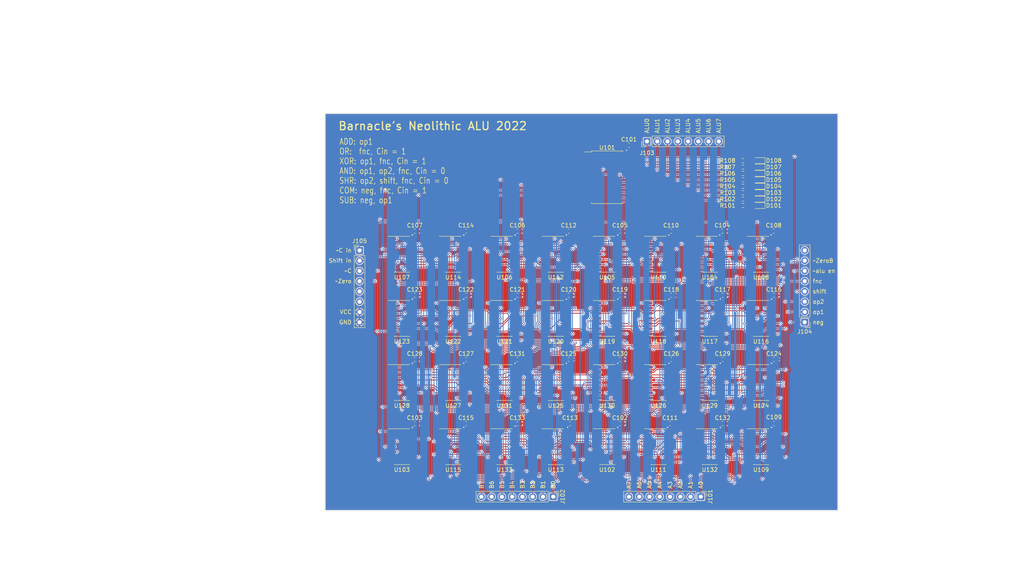
<source format=kicad_pcb>
(kicad_pcb (version 20211014) (generator pcbnew)
  (layers (0 "F.Cu" signal) (31 "B.Cu" signal) (34 "B.Paste" user) (35 "F.Paste" user) (36 "B.SilkS" user "B.Silkscreen") (37 "F.SilkS" user "F.Silkscreen") (38 "B.Mask" user) (39 "F.Mask" user) (44 "Edge.Cuts" user))
  (net 0 "")
  (net 1 "VCC")
  (net 2 "GND")
  (net 3 "A0")
  (net 4 "A1")
  (net 5 "A2")
  (net 6 "A3")
  (net 7 "A4")
  (net 8 "A5")
  (net 9 "A6")
  (net 10 "A7")
  (net 11 "sel_op1")
  (net 12 "sel_op2")
  (net 13 "forcenCarry")
  (net 14 "sel_neg")
  (net 15 "shift")
  (net 16 "nALU_Enable")
  (net 17 "nZeroB")
  (net 19 "X0")
  (net 20 "X1")
  (net 21 "X2")
  (net 22 "X3")
  (net 23 "X4")
  (net 24 "X5")
  (net 25 "X6")
  (net 26 "X7")
  (net 27 "alu0")
  (net 28 "alu1")
  (net 29 "alu2")
  (net 30 "alu3")
  (net 31 "alu4")
  (net 32 "alu5")
  (net 33 "alu6")
  (net 34 "alu7")
  (net 35 "nCarry")
  (net 36 "alu_shift_in")
  (net 37 "alu_nCarry_out")
  (net 38 "aluS_nZero")
  (net 41 "Net-(U101-Pad2)")
  (net 42 "Net-(U126-Pad2)")
  (net 43 "Net-(U124-Pad2)")
  (net 44 "Net-(U133-Pad3)")
  (net 45 "Net-(D108-Pad2)")
  (net 46 "Net-(R101-Pad2)")
  (net 47 "Net-(R102-Pad2)")
  (net 48 "Net-(R103-Pad2)")
  (net 49 "Net-(R104-Pad2)")
  (net 50 "Net-(R105-Pad2)")
  (net 51 "Net-(R106-Pad2)")
  (net 52 "Net-(R107-Pad2)")
  (net 53 "Net-(U101-Pad3)")
  (net 54 "Net-(U101-Pad4)")
  (net 55 "Net-(U101-Pad5)")
  (net 56 "Net-(U101-Pad6)")
  (net 57 "Net-(U101-Pad7)")
  (net 58 "Net-(U101-Pad8)")
  (net 59 "Net-(U101-Pad9)")
  (net 60 "Net-(U102-Pad3)")
  (net 61 "Net-(U102-Pad6)")
  (net 62 "Net-(U102-Pad8)")
  (net 63 "Net-(U102-Pad11)")
  (net 64 "Net-(U103-Pad3)")
  (net 65 "Net-(U103-Pad6)")
  (net 66 "Net-(U104-Pad1)")
  (net 67 "Net-(U104-Pad3)")
  (net 68 "Net-(U104-Pad5)")
  (net 69 "Net-(U104-Pad6)")
  (net 70 "Net-(U104-Pad9)")
  (net 71 "Net-(U104-Pad10)")
  (net 72 "Net-(U104-Pad11)")
  (net 73 "Net-(U104-Pad12)")
  (net 74 "Net-(U118-Pad10)")
  (net 75 "Net-(U124-Pad9)")
  (net 76 "Net-(U105-Pad5)")
  (net 77 "Net-(U105-Pad6)")
  (net 78 "Net-(U105-Pad9)")
  (net 79 "Net-(U105-Pad10)")
  (net 80 "Net-(U105-Pad11)")
  (net 81 "Net-(U105-Pad12)")
  (net 82 "Net-(U106-Pad1)")
  (net 83 "Net-(U106-Pad3)")
  (net 84 "Net-(U106-Pad5)")
  (net 85 "Net-(U106-Pad6)")
  (net 86 "Net-(U106-Pad9)")
  (net 87 "Net-(U106-Pad10)")
  (net 88 "Net-(U106-Pad11)")
  (net 89 "Net-(U106-Pad12)")
  (net 90 "Net-(U107-Pad1)")
  (net 91 "Net-(U107-Pad3)")
  (net 92 "Net-(U107-Pad5)")
  (net 93 "Net-(U107-Pad6)")
  (net 94 "Net-(U107-Pad9)")
  (net 95 "Net-(U107-Pad10)")
  (net 96 "Net-(U107-Pad11)")
  (net 97 "Net-(U107-Pad12)")
  (net 98 "Net-(U108-Pad3)")
  (net 99 "Net-(U109-Pad3)")
  (net 100 "Net-(U109-Pad6)")
  (net 101 "Net-(U109-Pad11)")
  (net 102 "Net-(U110-Pad3)")
  (net 103 "Net-(U111-Pad3)")
  (net 104 "Net-(U111-Pad6)")
  (net 105 "Net-(U111-Pad11)")
  (net 106 "Net-(U112-Pad3)")
  (net 107 "Net-(U113-Pad3)")
  (net 108 "Net-(U113-Pad6)")
  (net 109 "Net-(U113-Pad11)")
  (net 110 "Net-(U114-Pad3)")
  (net 111 "Net-(U115-Pad3)")
  (net 112 "Net-(U115-Pad6)")
  (net 113 "Net-(U115-Pad11)")
  (net 114 "Net-(U116-Pad6)")
  (net 115 "Net-(U117-Pad6)")
  (net 116 "Net-(U118-Pad6)")
  (net 117 "Net-(U119-Pad6)")
  (net 118 "Net-(U120-Pad6)")
  (net 119 "Net-(U121-Pad6)")
  (net 120 "Net-(U122-Pad6)")
  (net 121 "Net-(U123-Pad6)")
  (net 122 "Net-(U124-Pad5)")
  (net 123 "Net-(U124-Pad10)")
  (net 124 "Net-(U124-Pad13)")
  (net 125 "Net-(U125-Pad2)")
  (net 126 "Net-(U125-Pad5)")
  (net 127 "Net-(U125-Pad10)")
  (net 128 "Net-(U125-Pad13)")
  (net 129 "Net-(U126-Pad4)")
  (net 130 "Net-(U126-Pad12)")
  (net 131 "Net-(U127-Pad2)")
  (net 132 "Net-(U127-Pad12)")
  (net 133 "Net-(U133-Pad8)")
  (net 134 "Net-(U128-Pad4)")
  (net 135 "Net-(U108-Pad5)")
  (net 136 "Net-(U108-Pad8)")
  (net 137 "Net-(U108-Pad12)")
  (net 138 "Net-(U108-Pad13)")
  (net 139 "Net-(U109-Pad4)")
  (net 140 "Net-(U109-Pad8)")
  (net 141 "Net-(U110-Pad4)")
  (net 142 "Net-(U110-Pad5)")
  (net 143 "Net-(U110-Pad8)")
  (net 144 "Net-(U110-Pad12)")
  (net 145 "Net-(U110-Pad13)")
  (net 146 "Net-(U111-Pad8)")
  (net 147 "Net-(U112-Pad4)")
  (net 148 "Net-(U112-Pad5)")
  (net 149 "Net-(U112-Pad8)")
  (net 150 "Net-(U112-Pad12)")
  (net 151 "Net-(U112-Pad13)")
  (net 152 "Net-(U113-Pad8)")
  (net 153 "Net-(U114-Pad4)")
  (net 154 "Net-(U114-Pad5)")
  (net 155 "Net-(U114-Pad8)")
  (net 156 "Net-(U114-Pad12)")
  (net 157 "Net-(U114-Pad13)")
  (net 158 "Net-(U115-Pad8)")
  (footprint "Package_SO:SOIC-14_3.9x8.7mm_P1.27mm" (layer "F.Cu") (at 193.675 107.95)
    (fp_text reference "U129")
    (fp_text value "74LS10")
  )
  (footprint "Package_SO:SOIC-14_3.9x8.7mm_P1.27mm" (layer "F.Cu") (at 180.975 107.95)
    (fp_text reference "U126")
    (fp_text value "4075")
  )
  (footprint "Package_SO:SOIC-14_3.9x8.7mm_P1.27mm" (layer "F.Cu") (at 180.975 92.075)
    (fp_text reference "U118")
    (fp_text value "74LS27")
  )
  (footprint "Package_SO:SOIC-14_3.9x8.7mm_P1.27mm" (layer "F.Cu") (at 130.175 107.95)
    (fp_text reference "U127")
    (fp_text value "4075")
  )
  (footprint "Capacitor_SMD:C_0603_1608Metric" (layer "F.Cu") (at 209.55 118.11)
    (fp_text reference "C109")
    (fp_text value "10n")
  )
  (footprint "Package_SO:SOIC-14_3.9x8.7mm_P1.27mm" (layer "F.Cu") (at 206.375 107.95)
    (fp_text reference "U124")
    (fp_text value "74HC00")
  )
  (footprint "Capacitor_SMD:C_0603_1608Metric" (layer "F.Cu") (at 196.85 102.235)
    (fp_text reference "C129")
    (fp_text value "10n")
  )
  (footprint "Resistor_SMD:R_0603_1608Metric_Pad0.98x0.95mm_HandSolder" (layer "F.Cu") (at 201.89 56.1975)
    (fp_text reference "R106")
    (fp_text value "3k3")
  )
  (footprint "Package_SO:SOIC-14_3.9x8.7mm_P1.27mm" (layer "F.Cu") (at 193.675 76.2)
    (fp_text reference "U104")
    (fp_text value "74HC02")
  )
  (footprint "Package_SO:SOIC-14_3.9x8.7mm_P1.27mm" (layer "F.Cu") (at 155.575 76.2)
    (fp_text reference "U112")
    (fp_text value "74LS08")
  )
  (footprint "Capacitor_SMD:C_0603_1608Metric" (layer "F.Cu") (at 196.85 118.11)
    (fp_text reference "C132")
    (fp_text value "10n")
  )
  (footprint "Package_SO:SOIC-14_3.9x8.7mm_P1.27mm" (layer "F.Cu") (at 142.875 107.95)
    (fp_text reference "U131")
    (fp_text value "74LS10")
  )
  (footprint "Package_SO:SOIC-14_3.9x8.7mm_P1.27mm" (layer "F.Cu") (at 168.275 76.2)
    (fp_text reference "U105")
    (fp_text value "74HC02")
  )
  (footprint "Package_SO:SOIC-14_3.9x8.7mm_P1.27mm" (layer "F.Cu") (at 117.475 107.95)
    (fp_text reference "U128")
    (fp_text value "4075")
  )
  (footprint "Capacitor_SMD:C_0603_1608Metric" (layer "F.Cu") (at 146.05 102.235)
    (fp_text reference "C131")
    (fp_text value "10n")
  )
  (footprint "Package_SO:SOIC-14_3.9x8.7mm_P1.27mm" (layer "F.Cu") (at 193.675 92.075)
    (fp_text reference "U117")
    (fp_text value "74LS27")
  )
  (footprint "Connector_PinHeader_2.54mm:PinHeader_1x08_P2.54mm_Vertical" (layer "F.Cu") (at 217.17 93.0125 180)
    (fp_text reference "J104")
    (fp_text value "Conn_01x08")
  )
  (footprint "Package_SO:SOIC-14_3.9x8.7mm_P1.27mm" (layer "F.Cu") (at 117.475 92.075)
    (fp_text reference "U123")
    (fp_text value "74LS27")
  )
  (footprint "Package_SO:SOIC-14_3.9x8.7mm_P1.27mm" (layer "F.Cu") (at 206.375 92.075)
    (fp_text reference "U116")
    (fp_text value "74LS27")
  )
  (footprint "Package_SO:SOIC-14_3.9x8.7mm_P1.27mm" (layer "F.Cu") (at 168.275 92.075)
    (fp_text reference "U119")
    (fp_text value "74LS27")
  )
  (footprint "Resistor_SMD:R_0603_1608Metric_Pad0.98x0.95mm_HandSolder" (layer "F.Cu") (at 201.89 64.135)
    (fp_text reference "R101")
    (fp_text value "3k3")
  )
  (footprint "Package_SO:SOIC-20W_7.5x12.8mm_P1.27mm" (layer "F.Cu") (at 168.275 57.15)
    (fp_text reference "U101")
    (fp_text value "74LS541")
  )
  (footprint "LED_SMD:LED_0603_1608Metric_Pad1.05x0.95mm_HandSolder" (layer "F.Cu") (at 205.7 53.0225 180)
    (fp_text reference "D108")
    (fp_text value "LED")
  )
  (footprint "Connector_PinHeader_2.54mm:PinHeader_1x08_P2.54mm_Vertical" (layer "F.Cu") (at 178.1325 48.26 90)
    (fp_text reference "J103")
    (fp_text value "Conn_01x08")
  )
  (footprint "Capacitor_SMD:C_0603_1608Metric" (layer "F.Cu") (at 159.0675 118.11)
    (fp_text reference "C113")
    (fp_text value "10n")
  )
  (footprint "Resistor_SMD:R_0603_1608Metric_Pad0.98x0.95mm_HandSolder" (layer "F.Cu") (at 201.89 62.5475)
    (fp_text reference "R102")
    (fp_text value "3k3")
  )
  (footprint "LED_SMD:LED_0603_1608Metric_Pad1.05x0.95mm_HandSolder" (layer "F.Cu") (at 205.7 59.3725 180)
    (fp_text reference "D104")
    (fp_text value "LED")
  )
  (footprint "Connector_PinHeader_2.54mm:PinHeader_1x08_P2.54mm_Vertical" (layer "F.Cu") (at 154.925 136.2075 -90)
    (fp_text reference "J102")
    (fp_text value "Conn_01x08")
  )
  (footprint "Capacitor_SMD:C_0603_1608Metric" (layer "F.Cu") (at 209.55 102.235)
    (fp_text reference "C124")
    (fp_text value "10n")
  )
  (footprint "Resistor_SMD:R_0603_1608Metric_Pad0.98x0.95mm_HandSolder" (layer "F.Cu") (at 201.89 54.61)
    (fp_text reference "R107")
    (fp_text value "3k3")
  )
  (footprint "LED_SMD:LED_0603_1608Metric_Pad1.05x0.95mm_HandSolder" (layer "F.Cu") (at 205.7 60.96 180)
    (fp_text reference "D103")
    (fp_text value "LED")
  )
  (footprint "Resistor_SMD:R_0603_1608Metric_Pad0.98x0.95mm_HandSolder" (layer "F.Cu") (at 201.89 59.3725)
    (fp_text reference "R104")
    (fp_text value "3k3")
  )
  (footprint "Capacitor_SMD:C_0603_1608Metric" (layer "F.Cu") (at 133.35 70.485)
    (fp_text reference "C114")
    (fp_text value "10n")
  )
  (footprint "Capacitor_SMD:C_0603_1608Metric" (layer "F.Cu") (at 209.485 70.485)
    (fp_text reference "C108")
    (fp_text value "10n")
  )
  (footprint "Capacitor_SMD:C_0603_1608Metric" (layer "F.Cu") (at 183.8325 118.11)
    (fp_text reference "C111")
    (fp_text value "10n")
  )
  (footprint "LED_SMD:LED_0603_1608Metric_Pad1.05x0.95mm_HandSolder" (layer "F.Cu") (at 205.7 54.61 180)
    (fp_text reference "D107")
    (fp_text value "LED")
  )
  (footprint "Connector_PinHeader_2.54mm:PinHeader_1x08_P2.54mm_Vertical" (layer "F.Cu") (at 106.9975 75.2475)
    (fp_text reference "J105")
    (fp_text value "Conn_01x08")
  )
  (footprint "LED_SMD:LED_0603_1608Metric_Pad1.05x0.95mm_HandSolder" (layer "F.Cu") (at 205.7 57.785 180)
    (fp_text reference "D105")
    (fp_text value "LED")
  )
  (footprint "Capacitor_SMD:C_0603_1608Metric" (layer "F.Cu") (at 209.55 86.36)
    (fp_text reference "C116")
    (fp_text value "10n")
  )
  (footprint "Capacitor_SMD:C_0603_1608Metric" (layer "F.Cu") (at 146.05 86.36)
    (fp_text reference "C121")
    (fp_text value "10n")
  )
  (footprint "Package_SO:SOIC-14_3.9x8.7mm_P1.27mm" (layer "F.Cu") (at 142.875 123.825)
    (fp_text reference "U133")
    (fp_text value "74LS86")
  )
  (footprint "Package_SO:SOIC-14_3.9x8.7mm_P1.27mm" (layer "F.Cu") (at 142.875 92.075)
    (fp_text reference "U121")
    (fp_text value "74LS27")
  )
  (footprint "Capacitor_SMD:C_0603_1608Metric" (layer "F.Cu") (at 146.05 118.11)
    (fp_text reference "C133")
    (fp_text value "10n")
  )
  (footprint "Resistor_SMD:R_0603_1608Metric_Pad0.98x0.95mm_HandSolder" (layer "F.Cu") (at 201.89 60.96)
    (fp_text reference "R103")
    (fp_text value "3k3")
  )
  (footprint "Capacitor_SMD:C_0603_1608Metric" (layer "F.Cu") (at 184.15 86.36)
    (fp_text reference "C118")
    (fp_text value "10n")
  )
  (footprint "Capacitor_SMD:C_0603_1608Metric" (layer "F.Cu") (at 146.05 70.485)
    (fp_text reference "C106")
    (fp_text value "10n")
  )
  (footprint "Capacitor_SMD:C_0603_1608Metric" (layer "F.Cu") (at 133.35 102.235)
    (fp_text reference "C127")
    (fp_text value "10n")
  )
  (footprint "Capacitor_SMD:C_0603_1608Metric" (layer "F.Cu") (at 171.45 70.485)
    (fp_text reference "C105")
    (fp_text value "10n")
  )
  (footprint "Capacitor_SMD:C_0603_1608Metric" (layer "F.Cu") (at 171.45 102.235)
    (fp_text reference "C130")
    (fp_text value "10n")
  )
  (footprint "Capacitor_SMD:C_0603_1608Metric" (layer "F.Cu") (at 133.35 118.11)
    (fp_text reference "C115")
    (fp_text value "10n")
  )
  (footprint "Package_SO:SOIC-14_3.9x8.7mm_P1.27mm" (layer "F.Cu") (at 130.175 92.075)
    (fp_text reference "U122")
    (fp_text value "74LS27")
  )
  (footprint "Package_SO:SOIC-14_3.9x8.7mm_P1.27mm" (layer "F.Cu") (at 130.175 123.825)
    (fp_text reference "U115")
    (fp_text value "74LS08")
  )
  (footprint "Capacitor_SMD:C_0603_1608Metric" (layer "F.Cu") (at 120.65 102.235)
    (fp_text reference "C128")
    (fp_text value "10n")
  )
  (footprint "Capacitor_SMD:C_0603_1608Metric" (layer "F.Cu") (at 120.65 86.36)
    (fp_text reference "C123")
    (fp_text value "10n")
  )
  (footprint "Capacitor_SMD:C_0603_1608Metric" (layer "F.Cu") (at 120.65 70.485)
    (fp_text reference "C107")
    (fp_text value "10n")
  )
  (footprint "LED_SMD:LED_0603_1608Metric_Pad1.05x0.95mm_HandSolder" (layer "F.Cu") (at 205.7 64.135 180)
    (fp_text reference "D101")
    (fp_text value "LED")
  )
  (footprint "Package_SO:SOIC-14_3.9x8.7mm_P1.27mm" (layer "F.Cu") (at 130.175 76.2)
    (fp_text reference "U114")
    (fp_text value "74LS08")
  )
  (footprint "Package_SO:SOIC-14_3.9x8.7mm_P1.27mm" (layer "F.Cu") (at 155.575 92.075)
    (fp_text reference "U120")
    (fp_text value "74LS27")
  )
  (footprint "Capacitor_SMD:C_0603_1608Metric" (layer "F.Cu") (at 158.75 102.235)
    (fp_text reference "C125")
    (fp_text value "10n")
  )
  (footprint "Capacitor_SMD:C_0603_1608Metric" (layer "F.Cu") (at 171.45 86.36)
    (fp_text reference "C119")
    (fp_text value "10n")
  )
  (footprint "LED_SMD:LED_0603_1608Metric_Pad1.05x0.95mm_HandSolder" (layer "F.Cu") (at 205.7 62.5475 180)
    (fp_text reference "D102")
    (fp_text value "LED")
  )
  (footprint "Package_SO:SOIC-14_3.9x8.7mm_P1.27mm" (layer "F.Cu") (at 206.375 76.2)
    (fp_text reference "U108")
    (fp_text value "74LS08")
  )
  (footprint "Capacitor_SMD:C_0603_1608Metric" (layer "F.Cu") (at 173.6725 49.2125)
    (fp_text reference "C101")
    (fp_text value "10n")
  )
  (footprint "Capacitor_SMD:C_0603_1608Metric" (layer "F.Cu") (at 171.45 118.11)
    (fp_text reference "C102")
    (fp_text value "10n")
  )
  (footprint "Package_SO:SOIC-14_3.9x8.7mm_P1.27mm" (layer "F.Cu") (at 142.875 76.2)
    (fp_text reference "U106")
    (fp_text value "74HC02")
  )
  (footprint "Package_SO:SOIC-14_3.9x8.7mm_P1.27mm" (layer "F.Cu") (at 193.675 123.825)
    (fp_text reference "U132")
    (fp_text value "74LS86")
  )
  (footprint "Package_SO:SOIC-14_3.9x8.7mm_P1.27mm" (layer "F.Cu") (at 155.575 107.95)
    (fp_text reference "U125")
    (fp_text value "74HC00")
  )
  (footprint "Package_SO:SOIC-14_3.9x8.7mm_P1.27mm" (layer "F.Cu") (at 168.275 107.95)
    (fp_text reference "U130")
    (fp_text value "74LS10")
  )
  (footprint "Package_SO:SOIC-14_3.9x8.7mm_P1.27mm" (layer "F.Cu") (at 206.375 123.825)
    (fp_text reference "U109")
    (fp_text value "74LS08")
  )
  (footprint "Connector_PinHeader_2.54mm:PinHeader_1x08_P2.54mm_Vertical" (layer "F.Cu") (at 191.4525 136.2075 -90)
    (fp_text reference "J101")
    (fp_text value "Conn_01x08")
  )
  (footprint "Capacitor_SMD:C_0603_1608Metric" (layer "F.Cu") (at 184.085 70.485)
    (fp_text reference "C110")
    (fp_text value "10n")
  )
  (footprint "Package_SO:SOIC-14_3.9x8.7mm_P1.27mm" (layer "F.Cu") (at 180.975 76.2)
    (fp_text reference "U110")
    (fp_text value "74LS08")
  )
  (footprint "Capacitor_SMD:C_0603_1608Metric" (layer "F.Cu") (at 120.65 118.11)
    (fp_text reference "C103")
    (fp_text value "10n")
  )
  (footprint "Capacitor_SMD:C_0603_1608Metric" (layer "F.Cu") (at 196.85 86.36)
    (fp_text reference "C117")
    (fp_text value "10n")
  )
  (footprint "Package_SO:SOIC-14_3.9x8.7mm_P1.27mm" (layer "F.Cu") (at 155.575 123.825)
    (fp_text reference "U113")
    (fp_text value "74LS08")
  )
  (footprint "Package_SO:SOIC-14_3.9x8.7mm_P1.27mm" (layer "F.Cu") (at 168.275 123.825)
    (fp_text reference "U102")
    (fp_text value "74LS32")
  )
  (footprint "Package_SO:SOIC-14_3.9x8.7mm_P1.27mm" (layer "F.Cu") (at 117.475 123.825)
    (fp_text reference "U103")
    (fp_text value "74LS32")
  )
  (footprint "Package_SO:SOIC-14_3.9x8.7mm_P1.27mm" (layer "F.Cu") (at 117.475 76.2)
    (fp_text reference "U107")
    (fp_text value "74HC02")
  )
  (footprint "Capacitor_SMD:C_0603_1608Metric" (layer "F.Cu") (at 158.75 70.485)
    (fp_text reference "C112")
    (fp_text value "10n")
  )
  (footprint "Package_SO:SOIC-14_3.9x8.7mm_P1.27mm" (layer "F.Cu") (at 180.975 123.825)
    (fp_text reference "U111")
    (fp_text value "74LS08")
  )
  (footprint "LED_SMD:LED_0603_1608Metric_Pad1.05x0.95mm_HandSolder" (layer "F.Cu") (at 205.7 56.1975 180)
    (fp_text reference "D106")
    (fp_text value "LED")
  )
  (footprint "Capacitor_SMD:C_0603_1608Metric" (layer "F.Cu") (at 133.35 86.36)
    (fp_text reference "C122")
    (fp_text value "10n")
  )
  (footprint "Capacitor_SMD:C_0603_1608Metric" (layer "F.Cu") (at 158.75 86.36)
    (fp_text reference "C120")
    (fp_text value "10n")
  )
  (footprint "Resistor_SMD:R_0603_1608Metric_Pad0.98x0.95mm_HandSolder" (layer "F.Cu") (at 201.89 57.785)
    (fp_text reference "R105")
    (fp_text value "3k3")
  )
  (footprint "Capacitor_SMD:C_0603_1608Metric" (layer "F.Cu") (at 196.785 70.485)
    (fp_text reference "C104")
    (fp_text value "10n")
  )
  (footprint "Capacitor_SMD:C_0603_1608Metric" (layer "F.Cu") (at 184.15 102.235)
    (fp_text reference "C126")
    (fp_text value "10n")
  )
  (footprint "Resistor_SMD:R_0603_1608Metric_Pad0.98x0.95mm_HandSolder" (layer "F.Cu") (at 201.89 53.0225)
    (fp_text reference "R108")
    (fp_text value "3k3")
  )
  (gr_rect (start 225.425 41.275) (end 98.425 139.7) (layer "Edge.Cuts") (width 0.1) (fill none))
  (gr_text "B0" (at 154.94 134.3025 90) (layer "F.SilkS") (effects (font (size 1 1)) (justify left)))
  (gr_text "~ZeroB" (at 219.075 77.7875) (layer "F.SilkS") (effects (font (size 1 1)) (justify left)))
  (gr_text "ALU6\n" (at 193.3575 46.355 90) (layer "F.SilkS") (effects (font (size 1 1)) (justify left)))
  (gr_text "Barnacle's Neolithic ALU 2022" (at 101.6 44.45) (layer "F.SilkS") (effects (font (size 2 2) (thickness 0.3)) (justify left)))
  (gr_text "ADD: op1\nOR:  fnc, Cin = 1\nXOR: op1, fnc, Cin = 1\nAND: op1, op2, fnc, Cin = 0\nSHR: op2, shift, fnc, Cin = 0\nCOM: neg, fnc, Cin = 1\nSUB: neg, op1" (at 101.9175 55.5625) (layer "F.SilkS") (effects (font (size 1.5 1.2)) (justify left)))
  (gr_text "shift" (at 219.075 85.4075) (layer "F.SilkS") (effects (font (size 1 1)) (justify left)))
  (gr_text "A3" (at 183.8325 134.3025 90) (layer "F.SilkS") (effects (font (size 1 1)) (justify left)))
  (gr_text "neg" (at 219.075 93.0275) (layer "F.SilkS") (effects (font (size 1 1)) (justify left)))
  (gr_text "A7" (at 173.6725 134.3025 90) (layer "F.SilkS") (effects (font (size 1 1)) (justify left)))
  (gr_text "VCC" (at 105.0925 90.4875) (layer "F.SilkS") (effects (font (size 1 1)) (justify right)))
  (gr_text "fnc" (at 219.075 82.8675) (layer "F.SilkS") (effects (font (size 1 1)) (justify left)))
  (gr_text "~C" (at 105.0925 80.3275) (layer "F.SilkS") (effects (font (size 1 1)) (justify right)))
  (gr_text "A4" (at 181.2925 134.3025 90) (layer "F.SilkS") (effects (font (size 1 1)) (justify left)))
  (gr_text "A5" (at 178.7525 134.3025 90) (layer "F.SilkS") (effects (font (size 1 1)) (justify left)))
  (gr_text "op1" (at 219.075 90.4875) (layer "F.SilkS") (effects (font (size 1 1)) (justify left)))
  (gr_text "A1" (at 188.9125 134.3025 90) (layer "F.SilkS") (effects (font (size 1 1)) (justify left)))
  (gr_text "ALU0" (at 178.1175 46.355 90) (layer "F.SilkS") (effects (font (size 1 1)) (justify left)))
  (gr_text "ALU3\n" (at 185.7375 46.355 90) (layer "F.SilkS") (effects (font (size 1 1)) (justify left)))
  (gr_text "B1" (at 152.4 134.3025 90) (layer "F.SilkS") (effects (font (size 1 1)) (justify left)))
  (gr_text "~alu en" (at 221.9325 80.3275) (layer "F.SilkS") (effects (font (size 1 1))))
  (gr_text "B6" (at 139.7 134.3025 90) (layer "F.SilkS") (effects (font (size 1 1)) (justify left)))
  (gr_text "B5" (at 142.24 134.3025 90) (layer "F.SilkS") (effects (font (size 1 1)) (justify left)))
  (gr_text "op2" (at 219.075 87.9475) (layer "F.SilkS") (effects (font (size 1 1)) (justify left)))
  (gr_text "A0" (at 191.4525 134.3025 90) (layer "F.SilkS") (effects (font (size 1 1)) (justify left)))
  (gr_text "B7" (at 137.16 134.3025 90) (layer "F.SilkS") (effects (font (size 1 1)) (justify left)))
  (gr_text "B4\n" (at 144.78 134.3025 90) (layer "F.SilkS") (effects (font (size 1 1)) (justify left)))
  (gr_text "~Zero" (at 105.0925 82.8675) (layer "F.SilkS") (effects (font (size 1 1)) (justify right)))
  (gr_text "ALU7" (at 195.8975 46.355 90) (layer "F.SilkS") (effects (font (size 1 1)) (justify left)))
  (gr_text "B3" (at 147.32 134.3025 90) (layer "F.SilkS") (effects (font (size 1 1)) (justify left)))
  (gr_text "ALU1\n" (at 180.6575 46.355 90) (layer "F.SilkS") (effects (font (size 1 1)) (justify left)))
  (gr_text "~C in" (at 105.0925 75.2475) (layer "F.SilkS") (effects (font (size 1 1)) (justify right)))
  (gr_text "ALU2" (at 183.1975 46.355 90) (layer "F.SilkS") (effects (font (size 1 1)) (justify left)))
  (gr_text "GND" (at 105.0925 93.0275) (layer "F.SilkS") (effects (font (size 1 1)) (justify right)))
  (gr_text "ALU5\n" (at 190.8175 46.355 90) (layer "F.SilkS") (effects (font (size 1 1)) (justify left)))
  (gr_text "A2\n" (at 186.3725 134.3025 90) (layer "F.SilkS") (effects (font (size 1 1)) (justify left)))
  (gr_text "ALU4\n" (at 188.2775 46.355 90) (layer "F.SilkS") (effects (font (size 1 1)) (justify left)))
  (gr_text "B2" (at 149.86 134.3025 90) (layer "F.SilkS") (effects (font (size 1 1)) (justify left)))
  (gr_text "A6" (at 176.2125 134.3025 90) (layer "F.SilkS") (effects (font (size 1 1)) (justify left)))
  (gr_text "Shift in" (at 105.0925 77.7875) (layer "F.SilkS") (effects (font (size 1 1)) (justify right)))
  (segment (start 158.04 86.36) (end 158.04 87.1725) (width 0.2) (layer "F.Cu") (net 1))
  (segment (start 170.74 70.485) (end 170.74 71.2975) (width 0.2) (layer "F.Cu") (net 1))
  (segment (start 196.14 103.0475) (end 196.28 103.1875) (width 0.2) (layer "F.Cu") (net 1))
  (segment (start 158.115 103.2525) (end 158.18 103.1875) (width 0.2) (layer "F.Cu") (net 1))
  (segment (start 183.515 104.14) (end 183.515 103.2525) (width 0.2) (layer "F.Cu") (net 1))
  (segment (start 173.0375 51.435) (end 173.0375 50.5475) (width 0.2) (layer "F.Cu") (net 1))
  (segment (start 183.375 70.485) (end 183.375 71.2975) (width 0.2) (layer "F.Cu") (net 1))
  (segment (start 132.715 87.3775) (end 132.78 87.3125) (width 0.2) (layer "F.Cu") (net 1))
  (segment (start 208.71 71.2975) (end 208.85 71.4375) (width 0.2) (layer "F.Cu") (net 1))
  (segment (start 145.34 87.1725) (end 145.48 87.3125) (width 0.2) (layer "F.Cu") (net 1))
  (segment (start 132.64 70.485) (end 132.64 71.2975) (width 0.2) (layer "F.Cu") (net 1))
  (segment (start 132.64 86.36) (end 132.64 87.1725) (width 0.2) (layer "F.Cu") (net 1))
  (segment (start 158.4325 119.1275) (end 158.4975 119.0625) (width 0.2) (layer "F.Cu") (net 1))
  (segment (start 119.94 71.2975) (end 120.08 71.4375) (width 0.2) (layer "F.Cu") (net 1))
  (segment (start 208.915 87.3775) (end 208.98 87.3125) (width 0.2) (layer "F.Cu") (net 1))
  (segment (start 145.34 71.2975) (end 145.48 71.4375) (width 0.2) (layer "F.Cu") (net 1))
  (segment (start 196.01 71.2975) (end 196.15 71.4375) (width 0.2) (layer "F.Cu") (net 1))
  (segment (start 170.74 71.2975) (end 170.88 71.4375) (width 0.2) (layer "F.Cu") (net 1))
  (segment (start 183.45 71.5025) (end 183.515 71.4375) (width 0.2) (layer "F.Cu") (net 1))
  (segment (start 145.415 88.265) (end 145.415 87.3775) (width 0.2) (layer "F.Cu") (net 1))
  (segment (start 132.64 118.11) (end 132.64 118.9225) (width 0.2) (layer "F.Cu") (net 1))
  (segment (start 120.015 72.39) (end 120.015 71.5025) (width 0.2) (layer "F.Cu") (net 1))
  (segment (start 208.915 120.015) (end 208.915 119.1275) (width 0.2) (layer "F.Cu") (net 1))
  (segment (start 208.84 87.1725) (end 208.98 87.3125) (width 0.2) (layer "F.Cu") (net 1))
  (segment (start 170.815 71.5025) (end 170.88 71.4375) (width 0.2) (layer "F.Cu") (net 1))
  (segment (start 145.415 103.2525) (end 145.48 103.1875) (width 0.2) (layer "F.Cu") (net 1))
  (segment (start 208.84 118.11) (end 208.84 118.9225) (width 0.2) (layer "F.Cu") (net 1))
  (segment (start 170.815 87.3775) (end 170.88 87.3125) (width 0.2) (layer "F.Cu") (net 1))
  (segment (start 119.94 118.9225) (end 120.08 119.0625) (width 0.2) (layer "F.Cu") (net 1))
  (segment (start 170.74 118.9225) (end 170.88 119.0625) (width 0.2) (layer "F.Cu") (net 1))
  (segment (start 208.84 103.0475) (end 208.98 103.1875) (width 0.2) (layer "F.Cu") (net 1))
  (segment (start 145.415 72.39) (end 145.415 71.5025) (width 0.2) (layer "F.Cu") (net 1))
  (segment (start 196.215 88.265) (end 196.215 87.3775) (width 0.2) (layer "F.Cu") (net 1))
  (segment (start 132.64 102.235) (end 132.64 103.0475) (width 0.2) (layer "F.Cu") (net 1))
  (segment (start 120.015 87.3775) (end 120.08 87.3125) (width 0.2) (layer "F.Cu") (net 1))
  (segment (start 145.34 70.485) (end 145.34 71.2975) (width 0.2) (layer "F.Cu") (net 1))
  (segment (start 170.74 87.1725) (end 170.88 87.3125) (width 0.2) (layer "F.Cu") (net 1))
  (segment (start 120.015 88.265) (end 120.015 87.3775) (width 0.2) (layer "F.Cu") (net 1))
  (segment (start 119.94 118.11) (end 119.94 118.9225) (width 0.2) (layer "F.Cu") (net 1))
  (segment (start 208.71 70.485) (end 208.71 71.2975) (width 0.2) (layer "F.Cu") (net 1))
  (segment (start 119.94 70.485) (end 119.94 71.2975) (width 0.2) (layer "F.Cu") (net 1))
  (segment (start 173.0375 50.5475) (end 173.1025 50.4825) (width 0.2) (layer "F.Cu") (net 1))
  (segment (start 170.815 72.39) (end 170.815 71.5025) (width 0.2) (layer "F.Cu") (net 1))
  (segment (start 196.215 119.1275) (end 196.28 119.0625) (width 0.2) (layer "F.Cu") (net 1))
  (segment (start 170.74 102.235) (end 170.74 103.0475) (width 0.2) (layer "F.Cu") (net 1))
  (segment (start 196.085 71.5025) (end 196.15 71.4375) (width 0.2) (layer "F.Cu") (net 1))
  (segment (start 158.04 87.1725) (end 158.18 87.3125) (width 0.2) (layer "F.Cu") (net 1))
  (segment (start 145.415 87.3775) (end 145.48 87.3125) (width 0.2) (layer "F.Cu") (net 1))
  (segment (start 170.74 86.36) (end 170.74 87.1725) (width 0.2) (layer "F.Cu") (net 1))
  (segment (start 145.34 86.36) (end 145.34 87.1725) (width 0.2) (layer "F.Cu") (net 1))
  (segment (start 208.915 104.14) (end 208.915 103.2525) (width 0.2) (layer "F.Cu") (net 1))
  (segment (start 158.3575 118.9225) (end 158.4975 119.0625) (width 0.2) (layer "F.Cu") (net 1))
  (segment (start 183.1225 118.9225) (end 183.2625 119.0625) (width 0.2) (layer "F.Cu") (net 1))
  (segment (start 172.9625 49.53) (end 172.9625 50.3425) (width 0.2) (layer "F.Cu") (net 1))
  (segment (start 132.715 88.265) (end 132.715 87.3775) (width 0.2) (layer "F.Cu") (net 1))
  (segment (start 183.1225 118.11) (end 183.1225 118.9225) (width 0.2) (layer "F.Cu") (net 1))
  (segment (start 183.515 87.3775) (end 183.58 87.3125) (width 0.2) (layer "F.Cu") (net 1))
  (segment (start 132.715 71.5025) (end 132.78 71.4375) (width 0.2) (layer "F.Cu") (net 1))
  (segment (start 132.715 103.2525) (end 132.78 103.1875) (width 0.2) (layer "F.Cu") (net 1))
  (segment (start 183.1975 120.015) (end 183.1975 119.1275) (width 0.2) (layer "F.Cu") (net 1))
  (segment (start 196.14 118.9225) (end 196.28 119.0625) (width 0.2) (layer "F.Cu") (net 1))
  (segment (start 120.015 71.5025) (end 120.08 71.4375) (width 0.2) (layer "F.Cu") (net 1))
  (segment (start 158.04 71.2975) (end 158.18 71.4375) (width 0.2) (layer "F.Cu") (net 1))
  (segment (start 119.94 87.1725) (end 120.08 87.3125) (width 0.2) (layer "F.Cu") (net 1))
  (segment (start 120.015 103.2525) (end 120.08 103.1875) (width 0.2) (layer "F.Cu") (net 1))
  (segment (start 196.215 103.2525) (end 196.28 103.1875) (width 0.2) (layer "F.Cu") (net 1))
  (segment (start 145.415 119.6975) (end 145.415 118.81) (width 0.2) (layer "F.Cu") (net 1))
  (segment (start 158.115 87.3775) (end 158.18 87.3125) (width 0.2) (layer "F.Cu") (net 1))
  (segment (start 183.45 72.39) (end 183.45 71.5025) (width 0.2) (layer "F.Cu") (net 1))
  (segment (start 172.9625 50.3425) (end 173.1025 50.4825) (width 0.2) (layer "F.Cu") (net 1))
  (segment (start 119.94 103.0475) (end 120.08 103.1875) (width 0.2) (layer "F.Cu") (net 1))
  (segment (start 208.915 103.2525) (end 208.98 103.1875) (width 0.2) (layer "F.Cu") (net 1))
  (segment (start 170.815 103.2525) (end 170.88 103.1875) (width 0.2) (layer "F.Cu") (net 1))
  (segment (start 132.715 120.015) (end 132.715 119.1275) (width 0.2) (layer "F.Cu") (net 1))
  (segment (start 208.84 118.9225) (end 208.98 119.0625) (width 0.2) (layer "F.Cu") (net 1))
  (segment (start 183.44 103.0475) (end 183.58 103.1875) (width 0.2) (layer "F.Cu") (net 1))
  (segment (start 170.74 103.0475) (end 170.88 103.1875) (width 0.2) (layer "F.Cu") (net 1))
  (segment (start 145.415 118.81) (end 145.48 118.745) (width 0.2) (layer "F.Cu") (net 1))
  (segment (start 170.815 119.1275) (end 170.88 119.0625) (width 0.2) (layer "F.Cu") (net 1))
  (segment (start 132.64 87.1725) (end 132.78 87.3125) (width 0.2) (layer "F.Cu") (net 1))
  (segment (start 158.4325 120.015) (end 158.4325 119.1275) (width 0.2) (layer "F.Cu") (net 1))
  (segment (start 170.815 88.265) (end 170.815 87.3775) (width 0.2) (layer "F.Cu") (net 1))
  (segment (start 145.34 117.7925) (end 145.34 118.605) (width 0.2) (layer "F.Cu") (net 1))
  (segment (start 120.015 119.1275) (end 120.08 119.0625) (width 0.2) (layer "F.Cu") (net 1))
  (segment (start 132.64 118.9225) (end 132.78 119.0625) (width 0.2) (layer "F.Cu") (net 1))
  (segment (start 196.14 118.11) (end 196.14 118.9225) (width 0.2) (layer "F.Cu") (net 1))
  (segment (start 196.14 87.1725) (end 196.28 87.3125) (width 0.2) (layer "F.Cu") (net 1))
  (segment (start 132.64 103.0475) (end 132.78 103.1875) (width 0.2) (layer "F.Cu") (net 1))
  (segment (start 196.215 87.3775) (end 196.28 87.3125) (width 0.2) (layer "F.Cu") (net 1))
  (segment (start 132.715 119.1275) (end 132.78 119.0625) (width 0.2) (layer "F.Cu") (net 1))
  (segment (start 183.44 87.1725) (end 183.58 87.3125) (width 0.2) (layer "F.Cu") (net 1))
  (segment (start 208.915 88.265) (end 208.915 87.3775) (width 0.2) (layer "F.Cu") (net 1))
  (segment (start 132.64 71.2975) (end 132.78 71.4375) (width 0.2) (layer "F.Cu") (net 1))
  (segment (start 196.215 120.015) (end 196.215 119.1275) (width 0.2) (layer "F.Cu") (net 1))
  (segment (start 120.015 120.015) (end 120.015 119.1275) (width 0.2) (layer "F.Cu") (net 1))
  (segment (start 183.375 71.2975) (end 183.515 71.4375) (width 0.2) (layer "F.Cu") (net 1))
  (segment (start 158.04 103.0475) (end 158.18 103.1875) (width 0.2) (layer "F.Cu") (net 1))
  (segment (start 170.815 120.015) (end 170.815 119.1275) (width 0.2) (layer "F.Cu") (net 1))
  (segment (start 158.115 104.14) (end 158.115 103.2525) (width 0.2) (layer "F.Cu") (net 1))
  (segment (start 196.215 104.14) (end 196.215 103.2525) (width 0.2) (layer "F.Cu") (net 1))
  (segment (start 145.415 104.14) (end 145.415 103.2525) (width 0.2) (layer "F.Cu") (net 1))
  (segment (start 208.915 119.1275) (end 208.98 119.0625) (width 0.2) (layer "F.Cu") (net 1))
  (segment (start 145.34 118.605) (end 145.48 118.745) (width 0.2) (layer "F.Cu") (net 1))
  (segment (start 208.785 71.5025) (end 208.85 71.4375) (width 0.2) (layer "F.Cu") (net 1))
  (segment (start 208.785 72.39) (end 208.785 71.5025) (width 0.2) (layer "F.Cu") (net 1))
  (segment (start 132.715 72.39) (end 132.715 71.5025) (width 0.2) (layer "F.Cu") (net 1))
  (segment (start 158.115 88.265) (end 158.115 87.3775) (width 0.2) (layer "F.Cu") (net 1))
  (segment (start 145.34 103.0475) (end 145.48 103.1875) (width 0.2) (layer "F.Cu") (net 1))
  (segment (start 119.94 102.235) (end 119.94 103.0475) (width 0.2) (layer "F.Cu") (net 1))
  (segment (start 196.14 102.235) (end 196.14 103.0475) (width 0.2) (layer "F.Cu") (net 1))
  (segment (start 208.84 86.36) (end 208.84 87.1725) (width 0.2) (layer "F.Cu") (net 1))
  (segment (start 183.515 88.265) (end 183.515 87.3775) (width 0.2) (layer "F.Cu") (net 1))
  (segment (start 120.015 104.14) (end 120.015 103.2525) (width 0.2) (layer "F.Cu") (net 1))
  (segment (start 158.115 71.5025) (end 158.18 71.4375) (width 0.2) (layer "F.Cu") (net 1))
  (segment (start 196.14 86.36) (end 196.14 87.1725) (width 0.2) (layer "F.Cu") (net 1))
  (segment (start 208.84 102.235) (end 208.84 103.0475) (width 0.2) (layer "F.Cu") (net 1))
  (segment (start 145.415 71.5025) (end 145.48 71.4375) (width 0.2) (layer "F.Cu") (net 1))
  (segment (start 145.34 102.235) (end 145.34 103.0475) (width 0.2) (layer "F.Cu") (net 1))
  (segment (start 170.74 118.11) (end 170.74 118.9225) (width 0.2) (layer "F.Cu") (net 1))
  (segment (start 158.3575 118.11) (end 158.3575 118.9225) (width 0.2) (layer "F.Cu") (net 1))
  (segment (start 158.115 72.39) (end 158.115 71.5025) (width 0.2) (layer "F.Cu") (net 1))
  (segment (start 132.715 104.14) (end 132.715 103.2525) (width 0.2) (layer "F.Cu") (net 1))
  (segment (start 183.1975 119.1275) (end 183.2625 119.0625) (width 0.2) (layer "F.Cu") (net 1))
  (segment (start 183.515 103.2525) (end 183.58 103.1875) (width 0.2) (layer "F.Cu") (net 1))
  (segment (start 170.815 104.14) (end 170.815 103.2525) (width 0.2) (layer "F.Cu") (net 1))
  (segment (start 183.44 86.36) (end 183.44 87.1725) (width 0.2) (layer "F.Cu") (net 1))
  (segment (start 119.94 86.36) (end 119.94 87.1725) (width 0.2) (layer "F.Cu") (net 1))
  (segment (start 196.085 72.39) (end 196.085 71.5025) (width 0.2) (layer "F.Cu") (net 1))
  (segment (start 196.01 70.485) (end 196.01 71.2975) (width 0.2) (layer "F.Cu") (net 1))
  (segment (start 183.44 102.235) (end 183.44 103.0475) (width 0.2) (layer "F.Cu") (net 1))
  (segment (start 158.04 102.235) (end 158.04 103.0475) (width 0.2) (layer "F.Cu") (net 1))
  (segment (start 158.04 70.485) (end 158.04 71.2975) (width 0.2) (layer "F.Cu") (net 1))
  (via (at 208.98 119.0625) (size 0.6) (drill 0.3) (layers "F.Cu" "B.Cu") (net 1))
  (via (at 132.78 119.0625) (size 0.6) (drill 0.3) (layers "F.Cu" "B.Cu") (net 1))
  (via (at 208.85 71.4375) (size 0.6) (drill 0.3) (layers "F.Cu" "B.Cu") (net 1))
  (via (at 170.88 71.4375) (size 0.6) (drill 0.3) (layers "F.Cu" "B.Cu") (net 1))
  (via (at 183.58 87.3125) (size 0.6) (drill 0.3) (layers "F.Cu" "B.Cu") (net 1))
  (via (at 145.48 71.4375) (size 0.6) (drill 0.3) (layers "F.Cu" "B.Cu") (net 1))
  (via (at 183.515 71.4375) (size 0.6) (drill 0.3) (layers "F.Cu" "B.Cu") (net 1))
  (via (at 132.78 87.3125) (size 0.6) (drill 0.3) (layers "F.Cu" "B.Cu") (net 1))
  (via (at 173.1025 50.4825) (size 0.6) (drill 0.3) (layers "F.Cu" "B.Cu") (net 1))
  (via (at 145.48 118.745) (size 0.6) (drill 0.3) (layers "F.Cu" "B.Cu") (net 1))
  (via (at 120.08 119.0625) (size 0.6) (drill 0.3) (layers "F.Cu" "B.Cu") (net 1))
  (via (at 132.78 71.4375) (size 0.6) (drill 0.3) (layers "F.Cu" "B.Cu") (net 1))
  (via (at 120.08 71.4375) (size 0.6) (drill 0.3) (layers "F.Cu" "B.Cu") (net 1))
  (via (at 145.48 103.1875) (size 0.6) (drill 0.3) (layers "F.Cu" "B.Cu") (net 1))
  (via (at 158.18 87.3125) (size 0.6) (drill 0.3) (layers "F.Cu" "B.Cu") (net 1))
  (via (at 158.18 71.4375) (size 0.6) (drill 0.3) (layers "F.Cu" "B.Cu") (net 1))
  (via (at 170.88 119.0625) (size 0.6) (drill 0.3) (layers "F.Cu" "B.Cu") (net 1))
  (via (at 120.08 87.3125) (size 0.6) (drill 0.3) (layers "F.Cu" "B.Cu") (net 1))
  (via (at 158.4975 119.0625) (size 0.6) (drill 0.3) (layers "F.Cu" "B.Cu") (net 1))
  (via (at 158.18 103.1875) (size 0.6) (drill 0.3) (layers "F.Cu" "B.Cu") (net 1))
  (via (at 183.58 103.1875) (size 0.6) (drill 0.3) (layers "F.Cu" "B.Cu") (net 1))
  (via (at 196.28 119.0625) (size 0.6) (drill 0.3) (layers "F.Cu" "B.Cu") (net 1))
  (via (at 170.88 103.1875) (size 0.6) (drill 0.3) (layers "F.Cu" "B.Cu") (net 1))
  (via (at 145.48 87.3125) (size 0.6) (drill 0.3) (layers "F.Cu" "B.Cu") (net 1))
  (via (at 132.78 103.1875) (size 0.6) (drill 0.3) (layers "F.Cu" "B.Cu") (net 1))
  (via (at 196.15 71.4375) (size 0.6) (drill 0.3) (layers "F.Cu" "B.Cu") (net 1))
  (via (at 208.98 87.3125) (size 0.6) (drill 0.3) (layers "F.Cu" "B.Cu") (net 1))
  (via (at 208.98 103.1875) (size 0.6) (drill 0.3) (layers "F.Cu" "B.Cu") (net 1))
  (via (at 183.2625 119.0625) (size 0.6) (drill 0.3) (layers "F.Cu" "B.Cu") (net 1))
  (via (at 120.08 103.1875) (size 0.6) (drill 0.3) (layers "F.Cu" "B.Cu") (net 1))
  (via (at 196.28 87.3125) (size 0.6) (drill 0.3) (layers "F.Cu" "B.Cu") (net 1))
  (via (at 170.88 87.3125) (size 0.6) (drill 0.3) (layers "F.Cu" "B.Cu") (net 1))
  (via (at 196.28 103.1875) (size 0.6) (drill 0.3) (layers "F.Cu" "B.Cu") (net 1))
  (segment (start 199.451715 131.3625) (end 198.851715 130.7625) (width 0.2) (layer "F.Cu") (net 3))
  (segment (start 203.9 125.095) (end 200.9775 125.095) (width 0.2) (layer "F.Cu") (net 3))
  (segment (start 198.851715 130.7625) (end 198.023286 130.7625) (width 0.2) (layer "F.Cu") (net 3))
  (segment (start 200.7425 131.3625) (end 199.451715 131.3625) (width 0.2) (layer "F.Cu") (net 3))
  (segment (start 197.823285 130.9625) (end 191.652 130.9625) (width 0.2) (layer "F.Cu") (net 3))
  (segment (start 191.652 130.9625) (end 191.4525 130.763) (width 0.2) (layer "F.Cu") (net 3))
  (segment (start 200.9775 131.1275) (end 200.7425 131.3625) (width 0.2) (layer "F.Cu") (net 3))
  (segment (start 198.023286 130.7625) (end 197.823285 130.9625) (width 0.2) (layer "F.Cu") (net 3))
  (via (at 200.9775 125.095) (size 0.6) (drill 0.3) (layers "F.Cu" "B.Cu") (net 3))
  (via (at 200.9775 131.1275) (size 0.6) (drill 0.3) (layers "F.Cu" "B.Cu") (net 3))
  (via (at 191.4525 130.763) (size 0.6) (drill 0.3) (layers "F.Cu" "B.Cu") (net 3))
  (segment (start 191.4525 130.763) (end 191.4525 136.2075) (width 0.2) (layer "B.Cu") (net 3))
  (segment (start 200.9775 131.1275) (end 200.9775 125.095) (width 0.2) (layer "B.Cu") (net 3))
  (segment (start 189.112 131.3625) (end 188.9125 131.163) (width 0.2) (layer "F.Cu") (net 4))
  (segment (start 203.9 72.39) (end 206.6925 72.39) (width 0.2) (layer "F.Cu") (net 4))
  (segment (start 199.286029 131.7625) (end 198.686029 131.1625) (width 0.2) (layer "F.Cu") (net 4))
  (segment (start 198.188971 131.1625) (end 197.988971 131.3625) (width 0.2) (layer "F.Cu") (net 4))
  (segment (start 206.6925 121.285) (end 208.85 121.285) (width 0.2) (layer "F.Cu") (net 4))
  (segment (start 197.988971 131.3625) (end 189.112 131.3625) (width 0.2) (layer "F.Cu") (net 4))
  (segment (start 206.6925 131.7625) (end 199.286029 131.7625) (width 0.2) (layer "F.Cu") (net 4))
  (segment (start 198.686029 131.1625) (end 198.188971 131.1625) (width 0.2) (layer "F.Cu") (net 4))
  (via (at 206.6925 72.39) (size 0.6) (drill 0.3) (layers "F.Cu" "B.Cu") (net 4))
  (via (at 206.6925 131.7625) (size 0.6) (drill 0.3) (layers "F.Cu" "B.Cu") (net 4))
  (via (at 206.6925 121.285) (size 0.6) (drill 0.3) (layers "F.Cu" "B.Cu") (net 4))
  (via (at 188.9125 131.163) (size 0.6) (drill 0.3) (layers "F.Cu" "B.Cu") (net 4))
  (segment (start 206.6925 99.128471) (end 206.6925 121.285) (width 0.2) (layer "B.Cu") (net 4))
  (segment (start 188.9125 131.163) (end 188.9125 136.2075) (width 0.2) (layer "B.Cu") (net 4))
  (segment (start 207.3275 73.025) (end 206.7275 73.625) (width 0.2) (layer "B.Cu") (net 4))
  (segment (start 206.7275 89.783529) (end 207.3275 90.383529) (width 0.2) (layer "B.Cu") (net 4))
  (segment (start 206.6925 121.285) (end 206.6925 131.7625) (width 0.2) (layer "B.Cu") (net 4))
  (segment (start 206.7275 73.625) (end 206.7275 89.783529) (width 0.2) (layer "B.Cu") (net 4))
  (segment (start 207.3275 90.383529) (end 207.3275 98.493471) (width 0.2) (layer "B.Cu") (net 4))
  (segment (start 207.3275 98.493471) (end 206.6925 99.128471) (width 0.2) (layer "B.Cu") (net 4))
  (segment (start 206.6925 72.39) (end 207.3275 73.025) (width 0.2) (layer "B.Cu") (net 4))
  (segment (start 193.226471 82.785) (end 187.8775 82.785) (width 0.2) (layer "F.Cu") (net 5))
  (segment (start 211.62848 81.955048) (end 211.398528 82.185) (width 0.2) (layer "F.Cu") (net 5))
  (segment (start 208.85 78.74) (end 211.7725 78.74) (width 0.2) (layer "F.Cu") (net 5))
  (segment (start 180.34 132.3625) (end 180.3405 132.362) (width 0.2) (layer "F.Cu") (net 5))
  (segment (start 180.857 114.865) (end 187.1255 114.865) (width 0.2) (layer "F.Cu") (net 5))
  (segment (start 194.061471 81.95) (end 193.226471 82.785) (width 0.2) (layer "F.Cu") (net 5))
  (segment (start 187.8775 82.785) (end 187.325 82.2325) (width 0.2) (layer "F.Cu") (net 5))
  (segment (start 211.398528 82.185) (end 211.358285 82.185) (width 0.2) (layer "F.Cu") (net 5))
  (segment (start 194.91 82.385) (end 194.91 82.301471) (width 0.2) (layer "F.Cu") (net 5))
  (segment (start 211.852597 81.955048) (end 211.62848 81.955048) (width 0.2) (layer "F.Cu") (net 5))
  (segment (start 211.358285 82.185) (end 211.158285 82.385) (width 0.2) (layer "F.Cu") (net 5))
  (segment (start 180.6575 115.0645) (end 180.857 114.865) (width 0.2) (layer "F.Cu") (net 5))
  (segment (start 180.3405 132.362) (end 186.302 132.362) (width 0.2) (layer "F.Cu") (net 5))
  (segment (start 180.6575 125.095) (end 178.5 125.095) (width 0.2) (layer "F.Cu") (net 5))
  (segment (start 194.558529 81.95) (end 194.061471 81.95) (width 0.2) (layer "F.Cu") (net 5))
  (segment (start 211.158285 82.385) (end 194.91 82.385) (width 0.2) (layer "F.Cu") (net 5))
  (segment (start 194.91 82.301471) (end 194.558529 81.95) (width 0.2) (layer "F.Cu") (net 5))
  (segment (start 187.1255 114.865) (end 187.325 115.0645) (width 0.2) (layer "F.Cu") (net 5))
  (via (at 180.34 132.3625) (size 0.6) (drill 0.3) (layers "F.Cu" "B.Cu") (net 5))
  (via (at 211.7725 78.74) (size 0.6) (drill 0.3) (layers "F.Cu" "B.Cu") (net 5))
  (via (at 180.6575 125.095) (size 0.6) (drill 0.3) (layers "F.Cu" "B.Cu") (net 5))
  (via (at 211.852597 81.955048) (size 0.6) (drill 0.3) (layers "F.Cu" "B.Cu") (net 5))
  (via (at 186.302 132.362) (size 0.6) (drill 0.3) (layers "F.Cu" "B.Cu") (net 5))
  (via (at 187.325 115.0645) (size 0.6) (drill 0.3) (layers "F.Cu" "B.Cu") (net 5))
  (via (at 180.6575 115.0645) (size 0.6) (drill 0.3) (layers "F.Cu" "B.Cu") (net 5))
  (via (at 187.325 82.2325) (size 0.6) (drill 0.3) (layers "F.Cu" "B.Cu") (net 5))
  (segment (start 186.3725 132.4325) (end 186.3725 136.2075) (width 0.2) (layer "B.Cu") (net 5))
  (segment (start 180.6575 132.045) (end 180.6575 125.095) (width 0.2) (layer "B.Cu") (net 5))
  (segment (start 180.34 132.3625) (end 180.6575 132.045) (width 0.2) (layer "B.Cu") (net 5))
  (segment (start 211.7725 81.874951) (end 211.852597 81.955048) (width 0.2) (layer "B.Cu") (net 5))
  (segment (start 187.325 82.2325) (end 187.325 115.0645) (width 0.2) (layer "B.Cu") (net 5))
  (segment (start 186.302 132.362) (end 186.3725 132.4325) (width 0.2) (layer "B.Cu") (net 5))
  (segment (start 180.9275 115.3345) (end 180.9275 120.429215) (width 0.2) (layer "B.Cu") (net 5))
  (segment (start 211.7725 78.74) (end 211.7725 81.874951) (width 0.2) (layer "B.Cu") (net 5))
  (segment (start 180.6575 115.0645) (end 180.9275 115.3345) (width 0.2) (layer "B.Cu") (net 5))
  (segment (start 181.1275 124.625) (end 180.6575 125.095) (width 0.2) (layer "B.Cu") (net 5))
  (segment (start 180.9275 120.429215) (end 181.1275 120.629215) (width 0.2) (layer "B.Cu") (net 5))
  (segment (start 181.1275 120.629215) (end 181.1275 124.625) (width 0.2) (layer "B.Cu") (net 5))
  (segment (start 178.5 72.39) (end 180.0225 72.39) (width 0.2) (layer "F.Cu") (net 6))
  (segment (start 183.45 121.285) (end 185.1025 121.285) (width 0.2) (layer "F.Cu") (net 6))
  (segment (start 180.0225 121.285) (end 183.45 121.285) (width 0.2) (layer "F.Cu") (net 6))
  (via (at 180.0225 72.39) (size 0.6) (drill 0.3) (layers "F.Cu" "B.Cu") (net 6))
  (via (at 180.0225 121.285) (size 0.6) (drill 0.3) (layers "F.Cu" "B.Cu") (net 6))
  (via (at 185.1025 121.285) (size 0.6) (drill 0.3) (layers "F.Cu" "B.Cu") (net 6))
  (segment (start 179.105 120.3675) (end 180.0225 121.285) (width 0.2) (layer "B.Cu") (net 6))
  (segment (start 180.0225 72.39) (end 179.105 73.3075) (width 0.2) (layer "B.Cu") (net 6))
  (segment (start 185.1025 121.285) (end 185.7025 121.885) (width 0.2) (layer "B.Cu") (net 6))
  (segment (start 183.8325 134.9375) (end 183.8325 136.2075) (width 0.2) (layer "B.Cu") (net 6))
  (segment (start 185.7025 133.0675) (end 183.8325 134.9375) (width 0.2) (layer "B.Cu") (net 6))
  (segment (start 179.105 73.3075) (end 179.105 120.3675) (width 0.2) (layer "B.Cu") (net 6))
  (segment (start 185.7025 121.885) (end 185.7025 133.0675) (width 0.2) (layer "B.Cu") (net 6))
  (segment (start 181.290691 130.763) (end 181.091191 130.9625) (width 0.2) (layer "F.Cu") (net 7))
  (segment (start 154.94 125.095) (end 153.1 125.095) (width 0.2) (layer "F.Cu") (net 7))
  (segment (start 183.45 78.74) (end 181.2925 78.74) (width 0.2) (layer "F.Cu") (net 7))
  (segment (start 181.091191 130.9625) (end 179.637215 130.9625) (width 0.2) (layer "F.Cu") (net 7))
  (segment (start 179.637215 130.9625) (end 179.167215 130.4925) (width 0.2) (layer "F.Cu") (net 7))
  (segment (start 179.167215 130.4925) (end 154.94 130.4925) (width 0.2) (layer "F.Cu") (net 7))
  (via (at 181.290691 130.763) (size 0.6) (drill 0.3) (layers "F.Cu" "B.Cu") (net 7))
  (via (at 154.94 125.095) (size 0.6) (drill 0.3) (layers "F.Cu" "B.Cu") (net 7))
  (via (at 181.2925 78.74) (size 0.6) (drill 0.3) (layers "F.Cu" "B.Cu") (net 7))
  (via (at 154.94 130.4925) (size 0.6) (drill 0.3) (layers "F.Cu" "B.Cu") (net 7))
  (segment (start 181.290691 130.763) (end 181.2925 130.761191) (width 0.2) (layer "B.Cu") (net 7))
  (segment (start 154.94 130.4925) (end 154.94 125.095) (width 0.2) (layer "B.Cu") (net 7))
  (segment (start 181.2925 130.761191) (end 181.2925 126.151471) (width 0.2) (layer "B.Cu") (net 7))
  (segment (start 181.5275 125.916471) (end 181.5275 120.463529) (width 0.2) (layer "B.Cu") (net 7))
  (segment (start 181.2925 126.151471) (end 181.5275 125.916471) (width 0.2) (layer "B.Cu") (net 7))
  (segment (start 181.290691 130.763) (end 181.2925 130.764809) (width 0.2) (layer "B.Cu") (net 7))
  (segment (start 181.3275 79.34) (end 181.61 79.0575) (width 0.2) (layer "B.Cu") (net 7))
  (segment (start 181.61 79.0575) (end 181.2925 78.74) (width 0.2) (layer "B.Cu") (net 7))
  (segment (start 181.2925 130.764809) (end 181.2925 136.2075) (width 0.2) (layer "B.Cu") (net 7))
  (segment (start 181.5275 120.463529) (end 181.3275 120.263529) (width 0.2) (layer "B.Cu") (net 7))
  (segment (start 181.3275 120.263529) (end 181.3275 79.34) (width 0.2) (layer "B.Cu") (net 7))
  (segment (start 172.015902 131.6925) (end 163.0224 131.6925) (width 0.2) (layer "F.Cu") (net 8))
  (segment (start 160.592599 132.0925) (end 156.276328 132.0925) (width 0.2) (layer "F.Cu") (net 8))
  (segment (start 178.553 131.2925) (end 175.120032 131.2925) (width 0.2) (layer "F.Cu") (net 8))
  (segment (start 156.276328 132.0925) (end 156.076828 132.292) (width 0.2) (layer "F.Cu") (net 8))
  (segment (start 173.921029 132.491503) (end 172.814905 132.491503) (width 0.2) (layer "F.Cu") (net 8))
  (segment (start 175.120032 131.2925) (end 173.921029 132.491503) (width 0.2) (layer "F.Cu") (net 8))
  (segment (start 155.2575 121.285) (end 158.05 121.285) (width 0.2) (layer "F.Cu") (net 8))
  (segment (start 161.027599 132.5275) (end 160.592599 132.0925) (width 0.2) (layer "F.Cu") (net 8))
  (segment (start 153.1 72.39) (end 155.2575 72.39) (width 0.2) (layer "F.Cu") (net 8))
  (segment (start 172.814905 132.491503) (end 172.015902 131.6925) (width 0.2) (layer "F.Cu") (net 8))
  (segment (start 162.1874 132.5275) (end 161.027599 132.5275) (width 0.2) (layer "F.Cu") (net 8))
  (segment (start 178.7525 131.492) (end 178.553 131.2925) (width 0.2) (layer "F.Cu") (net 8))
  (segment (start 163.0224 131.6925) (end 162.1874 132.5275) (width 0.2) (layer "F.Cu") (net 8))
  (via (at 156.076828 132.292) (size 0.6) (drill 0.3) (layers "F.Cu" "B.Cu") (net 8))
  (via (at 155.2575 72.39) (size 0.6) (drill 0.3) (layers "F.Cu" "B.Cu") (net 8))
  (via (at 178.7525 131.492) (size 0.6) (drill 0.3) (layers "F.Cu" "B.Cu") (net 8))
  (via (at 155.2575 121.285) (size 0.6) (drill 0.3) (layers "F.Cu" "B.Cu") (net 8))
  (segment (start 155.54 131.755172) (end 156.076828 132.292) (width 0.2) (layer "B.Cu") (net 8))
  (segment (start 155.2575 72.39) (end 155.2575 121.285) (width 0.2) (layer "B.Cu") (net 8))
  (segment (start 155.2575 121.285) (end 155.54 121.5675) (width 0.2) (layer "B.Cu") (net 8))
  (segment (start 155.54 121.5675) (end 155.54 131.755172) (width 0.2) (layer "B.Cu") (net 8))
  (segment (start 178.7525 131.492) (end 178.7525 136.2075) (width 0.2) (layer "B.Cu") (net 8))
  (segment (start 163.470222 132.0925) (end 171.850216 132.0925) (width 0.2) (layer "F.Cu") (net 9))
  (segment (start 129.54 125.095) (end 127.7 125.095) (width 0.2) (layer "F.Cu") (net 9))
  (segment (start 172.649219 132.891503) (end 174.086715 132.891503) (width 0.2) (layer "F.Cu") (net 9))
  (segment (start 163.232861 132.329861) (end 163.470222 132.0925) (width 0.2) (layer "F.Cu") (net 9))
  (segment (start 154.091471 130.4925) (end 143.641529 130.4925) (width 0.2) (layer "F.Cu") (net 9))
  (segment (start 158.05 78.74) (end 161.6075 78.74) (width 0.2) (layer "F.Cu") (net 9))
  (segment (start 154.691471 131.0925) (end 154.091471 130.4925) (width 0.2) (layer "F.Cu") (net 9))
  (segment (start 129.7405 131.328) (end 129.54 131.1275) (width 0.2) (layer "F.Cu") (net 9))
  (segment (start 174.086715 132.891503) (end 175.086218 131.892) (width 0.2) (layer "F.Cu") (net 9))
  (segment (start 161.3725 130.8925) (end 155.388529 130.8925) (width 0.2) (layer "F.Cu") (net 9))
  (segment (start 155.188529 131.0925) (end 154.691471 131.0925) (width 0.2) (layer "F.Cu") (net 9))
  (segment (start 161.6075 131.1275) (end 161.3725 130.8925) (width 0.2) (layer "F.Cu") (net 9))
  (segment (start 171.850216 132.0925) (end 172.649219 132.891503) (width 0.2) (layer "F.Cu") (net 9))
  (segment (start 143.641529 130.4925) (end 142.806029 131.328) (width 0.2) (layer "F.Cu") (net 9))
  (segment (start 175.086218 131.892) (end 176.2125 131.892) (width 0.2) (layer "F.Cu") (net 9))
  (segment (start 155.388529 130.8925) (end 155.188529 131.0925) (width 0.2) (layer "F.Cu") (net 9))
  (segment (start 142.806029 131.328) (end 129.7405 131.328) (width 0.2) (layer "F.Cu") (net 9))
  (via (at 163.232861 132.329861) (size 0.6) (drill 0.3) (layers "F.Cu" "B.Cu") (net 9))
  (via (at 161.6075 131.1275) (size 0.6) (drill 0.3) (layers "F.Cu" "B.Cu") (net 9))
  (via (at 129.54 131.1275) (size 0.6) (drill 0.3) (layers "F.Cu" "B.Cu") (net 9))
  (via (at 129.54 125.095) (size 0.6) (drill 0.3) (layers "F.Cu" "B.Cu") (net 9))
  (via (at 161.6075 78.74) (size 0.6) (drill 0.3) (layers "F.Cu" "B.Cu") (net 9))
  (via (at 176.2125 131.892) (size 0.6) (drill 0.3) (layers "F.Cu" "B.Cu") (net 9))
  (segment (start 176.2125 131.892) (end 176.2125 136.2075) (width 0.2) (layer "B.Cu") (net 9))
  (segment (start 161.6075 131.1275) (end 162.809861 132.329861) (width 0.2) (layer "B.Cu") (net 9))
  (segment (start 162.809861 132.329861) (end 163.232861 132.329861) (width 0.2) (layer "B.Cu") (net 9))
  (segment (start 129.54 131.1275) (end 129.54 125.095) (width 0.2) (layer "B.Cu") (net 9))
  (segment (start 161.6075 78.74) (end 161.6075 131.1275) (width 0.2) (layer "B.Cu") (net 9))
  (segment (start 173.6725 131.891503) (end 172.780591 131.891503) (width 0.2) (layer "F.Cu") (net 10))
  (segment (start 162.021714 132.1275) (end 161.193285 132.1275) (width 0.2) (layer "F.Cu") (net 10))
  (segment (start 150.633785 131.6925) (end 144.138586 131.6925) (width 0.2) (layer "F.Cu") (net 10))
  (segment (start 172.780591 131.891503) (end 172.181588 131.2925) (width 0.2) (layer "F.Cu") (net 10))
  (segment (start 127.7 72.39) (end 129.8575 72.39) (width 0.2) (layer "F.Cu") (net 10))
  (segment (start 153.760099 131.2925) (end 152.661215 131.2925) (width 0.2) (layer "F.Cu") (net 10))
  (segment (start 155.719899 131.6925) (end 155.519899 131.8925) (width 0.2) (layer "F.Cu") (net 10))
  (segment (start 162.856714 131.2925) (end 162.021714 132.1275) (width 0.2) (layer "F.Cu") (net 10))
  (segment (start 144.138586 131.6925) (end 143.303585 132.5275) (width 0.2) (layer "F.Cu") (net 10))
  (segment (start 151.033285 132.092) (end 150.633785 131.6925) (width 0.2) (layer "F.Cu") (net 10))
  (segment (start 129.2225 121.285) (end 132.65 121.285) (width 0.2) (layer "F.Cu") (net 10))
  (segment (start 132.65 121.285) (end 136.525 121.285) (width 0.2) (layer "F.Cu") (net 10))
  (segment (start 160.758285 131.6925) (end 155.719899 131.6925) (width 0.2) (layer "F.Cu") (net 10))
  (segment (start 152.661215 131.2925) (end 151.861714 132.092) (width 0.2) (layer "F.Cu") (net 10))
  (segment (start 155.519899 131.8925) (end 154.360099 131.8925) (width 0.2) (layer "F.Cu") (net 10))
  (segment (start 161.193285 132.1275) (end 160.758285 131.6925) (width 0.2) (layer "F.Cu") (net 10))
  (segment (start 151.861714 132.092) (end 151.033285 132.092) (width 0.2) (layer "F.Cu") (net 10))
  (segment (start 143.303585 132.5275) (end 136.7245 132.5275) (width 0.2) (layer "F.Cu") (net 10))
  (segment (start 154.360099 131.8925) (end 153.760099 131.2925) (width 0.2) (layer "F.Cu") (net 10))
  (segment (start 136.7245 132.5275) (end 136.525 132.727) (width 0.2) (layer "F.Cu") (net 10))
  (segment (start 172.181588 131.2925) (end 162.856714 131.2925) (width 0.2) (layer "F.Cu") (net 10))
  (via (at 173.6725 131.891503) (size 0.6) (drill 0.3) (layers "F.Cu" "B.Cu") (net 10))
  (via (at 129.2225 121.285) (size 0.6) (drill 0.3) (layers "F.Cu" "B.Cu") (net 10))
  (via (at 129.8575 72.39) (size 0.6) (drill 0.3) (layers "F.Cu" "B.Cu") (net 10))
  (via (at 136.525 121.285) (size 0.6) (drill 0.3) (layers "F.Cu" "B.Cu") (net 10))
  (via (at 136.525 132.727) (size 0.6) (drill 0.3) (layers "F.Cu" "B.Cu") (net 10))
  (segment (start 136.525 121.285) (end 136.525 132.727) (width 0.2) (layer "B.Cu") (net 10))
  (segment (start 129.2225 121.285) (end 129.2225 104.350735) (width 0.2) (layer "B.Cu") (net 10))
  (segment (start 129.2225 104.350735) (end 129.8575 103.715735) (width 0.2) (layer "B.Cu") (net 10))
  (segment (start 129.8575 103.715735) (end 129.8575 72.39) (width 0.2) (layer "B.Cu") (net 10))
  (segment (start 173.6725 131.891503) (end 173.6725 136.2075) (width 0.2) (layer "B.Cu") (net 10))
  (segment (start 163.83 106.045) (end 144.145 106.045) (width 0.2) (layer "F.Cu") (net 11))
  (segment (start 194.6275 106.68) (end 191.2 106.68) (width 0.2) (layer "F.Cu") (net 11))
  (segment (start 194.6275 110.4545) (end 194.663 110.49) (width 0.2) (layer "F.Cu") (net 11))
  (segment (start 165.8 104.14) (end 167.9575 104.14) (width 0.2) (layer "F.Cu") (net 11))
  (segment (start 194.6275 104.14) (end 194.6275 104.4575) (width 0.2) (layer "F.Cu") (net 11))
  (segment (start 141.9225 106.68) (end 140.4 106.68) (width 0.2) (layer "F.Cu") (net 11))
  (segment (start 194.945 104.775) (end 212.4075 104.775) (width 0.2) (layer "F.Cu") (net 11))
  (segment (start 140.4 104.14) (end 141.9225 104.14) (width 0.2) (layer "F.Cu") (net 11))
  (segment (start 169.545 106.045) (end 168.91 106.68) (width 0.2) (layer "F.Cu") (net 11))
  (segment (start 168.91 106.68) (end 167.9575 106.68) (width 0.2) (layer "F.Cu") (net 11))
  (segment (start 164.465 106.68) (end 163.83 106.045) (width 0.2) (layer "F.Cu") (net 11))
  (segment (start 165.8 106.68) (end 164.465 106.68) (width 0.2) (layer "F.Cu") (net 11))
  (segment (start 165.8 106.68) (end 167.9575 106.68) (width 0.2) (layer "F.Cu") (net 11))
  (segment (start 194.6275 104.4575) (end 194.945 104.775) (width 0.2) (layer "F.Cu") (net 11))
  (segment (start 191.2 104.14) (end 194.6275 104.14) (width 0.2) (layer "F.Cu") (net 11))
  (segment (start 191.2 106.68) (end 189.865 106.68) (width 0.2) (layer "F.Cu") (net 11))
  (segment (start 143.51 106.68) (end 141.9225 106.68) (width 0.2) (layer "F.Cu") (net 11))
  (segment (start 194.663 110.49) (end 196.15 110.49) (width 0.2) (layer "F.Cu") (net 11))
  (segment (start 213.0425 90.4875) (end 213.0575 90.4725) (width 0.2) (layer "F.Cu") (net 11))
  (segment (start 213.0575 90.4725) (end 217.17 90.4725) (width 0.2) (layer "F.Cu") (net 11))
  (segment (start 167.9575 110.49) (end 170.75 110.49) (width 0.2) (layer "F.Cu") (net 11))
  (segment (start 189.865 106.68) (end 189.23 106.045) (width 0.2) (layer "F.Cu") (net 11))
  (segment (start 189.23 106.045) (end 169.545 106.045) (width 0.2) (layer "F.Cu") (net 11))
  (segment (start 144.145 106.045) (end 143.51 106.68) (width 0.2) (layer "F.Cu") (net 11))
  (via (at 194.6275 104.14) (size 0.6) (drill 0.3) (layers "F.Cu" "B.Cu") (net 11))
  (via (at 141.9225 106.68) (size 0.6) (drill 0.3) (layers "F.Cu" "B.Cu") (net 11))
  (via (at 167.9575 104.14) (size 0.6) (drill 0.3) (layers "F.Cu" "B.Cu") (net 11))
  (via (at 167.9575 110.49) (size 0.6) (drill 0.3) (layers "F.Cu" "B.Cu") (net 11))
  (via (at 167.9575 106.68) (size 0.6) (drill 0.3) (layers "F.Cu" "B.Cu") (net 11))
  (via (at 194.6275 106.68) (size 0.6) (drill 0.3) (layers "F.Cu" "B.Cu") (net 11))
  (via (at 194.6275 110.4545) (size 0.6) (drill 0.3) (layers "F.Cu" "B.Cu") (net 11))
  (via (at 141.9225 104.14) (size 0.6) (drill 0.3) (layers "F.Cu" "B.Cu") (net 11))
  (via (at 212.4075 104.775) (size 0.6) (drill 0.3) (layers "F.Cu" "B.Cu") (net 11))
  (via (at 213.0425 90.4875) (size 0.6) (drill 0.3) (layers "F.Cu" "B.Cu") (net 11))
  (segment (start 141.9225 104.14) (end 141.9225 106.68) (width 0.2) (layer "B.Cu") (net 11))
  (segment (start 194.6275 106.68) (end 194.6275 110.4545) (width 0.2) (layer "B.Cu") (net 11))
  (segment (start 194.6275 104.14) (end 194.6275 106.68) (width 0.2) (layer "B.Cu") (net 11))
  (segment (start 212.1725 104.54) (end 212.1725 95.698529) (width 0.2) (layer "B.Cu") (net 11))
  (segment (start 213.0425 94.828529) (end 213.0425 90.4875) (width 0.2) (layer "B.Cu") (net 11))
  (segment (start 212.1725 95.698529) (end 213.0425 94.828529) (width 0.2) (layer "B.Cu") (net 11))
  (segment (start 167.9575 104.14) (end 167.9575 106.68) (width 0.2) (layer "B.Cu") (net 11))
  (segment (start 167.9575 106.68) (end 167.9575 110.49) (width 0.2) (layer "B.Cu") (net 11))
  (segment (start 212.4075 104.775) (end 212.1725 104.54) (width 0.2) (layer "B.Cu") (net 11))
  (segment (start 144.145 94.615) (end 143.51 95.25) (width 0.2) (layer "F.Cu") (net 12))
  (segment (start 183.45 111.76) (end 181.9275 111.76) (width 0.2) (layer "F.Cu") (net 12))
  (segment (start 131.445 94.615) (end 130.81 95.25) (width 0.2) (layer "F.Cu") (net 12))
  (segment (start 173.99 94.615) (end 170.75 94.615) (width 0.2) (layer "F.Cu") (net 12))
  (segment (start 158.05 94.615) (end 156.845 94.615) (width 0.2) (layer "F.Cu") (net 12))
  (segment (start 196.15 94.615) (end 194.945 94.615) (width 0.2) (layer "F.Cu") (net 12))
  (segment (start 125.4125 108.585) (end 126.0475 109.22) (width 0.2) (layer "F.Cu") (net 12))
  (segment (start 156.21 95.25) (end 151.765 95.25) (width 0.2) (layer "F.Cu") (net 12))
  (segment (start 212.4075 87.9475) (end 212.4225 87.9325) (width 0.2) (layer "F.Cu") (net 12))
  (segment (start 125.73 94.615) (end 119.95 94.615) (width 0.2) (layer "F.Cu") (net 12))
  (segment (start 208.85 94.615) (end 212.4075 94.615) (width 0.2) (layer "F.Cu") (net 12))
  (segment (start 181.2925 95.25) (end 174.625 95.25) (width 0.2) (layer "F.Cu") (net 12))
  (segment (start 126.0475 109.22) (end 127.7 109.22) (width 0.2) (layer "F.Cu") (net 12))
  (segment (start 119.95 111.76) (end 118.11 111.76) (width 0.2) (layer "F.Cu") (net 12))
  (segment (start 138.788604 94.615) (end 132.65 94.615) (width 0.2) (layer "F.Cu") (net 12))
  (segment (start 189.23 94.615) (end 183.45 94.615) (width 0.2) (layer "F.Cu") (net 12))
  (segment (start 207.645 94.615) (end 207.01 95.25) (width 0.2) (layer "F.Cu") (net 12))
  (segment (start 174.625 95.25) (end 173.99 94.615) (width 0.2) (layer "F.Cu") (net 12))
  (segment (start 181.9275 94.615) (end 181.2925 95.25) (width 0.2) (layer "F.Cu") (net 12))
  (segment (start 189.9 95.285) (end 189.23 94.615) (width 0.2) (layer "F.Cu") (net 12))
  (segment (start 162.2425 95.25) (end 161.6075 94.615) (width 0.2) (layer "F.Cu") (net 12))
  (segment (start 130.81 95.25) (end 126.365 95.25) (width 0.2) (layer "F.Cu") (net 12))
  (segment (start 168.91 95.25) (end 162.2425 95.25) (width 0.2) (layer "F.Cu") (net 12))
  (segment (start 132.65 111.76) (end 131.1275 111.76) (width 0.2) (layer "F.Cu") (net 12))
  (segment (start 201.93 94.615) (end 196.15 94.615) (width 0.2) (layer "F.Cu") (net 12))
  (segment (start 212.4225 87.9325) (end 217.17 87.9325) (width 0.2) (layer "F.Cu") (net 12))
  (segment (start 183.45 94.615) (end 181.9275 94.615) (width 0.2) (layer "F.Cu") (net 12))
  (segment (start 151.13 94.615) (end 145.35 94.615) (width 0.2) (layer "F.Cu") (net 12))
  (segment (start 202.565 95.25) (end 201.93 94.615) (width 0.2) (layer "F.Cu") (net 12))
  (segment (start 118.11 109.22) (end 118.745 108.585) (width 0.2) (layer "F.Cu") (net 12))
  (segment (start 183.45 105.41) (end 181.9275 105.41) (width 0.2) (layer "F.Cu") (net 12))
  (segment (start 169.545 94.615) (end 168.91 95.25) (width 0.2) (layer "F.Cu") (net 12))
  (segment (start 151.765 95.25) (end 151.13 94.615) (width 0.2) (layer "F.Cu") (net 12))
  (segment (start 208.85 94.615) (end 207.645 94.615) (width 0.2) (layer "F.Cu") (net 12))
  (segment (start 145.35 94.615) (end 144.145 94.615) (width 0.2) (layer "F.Cu") (net 12))
  (segment (start 126.365 95.25) (end 125.73 94.615) (width 0.2) (layer "F.Cu") (net 12))
  (segment (start 118.745 108.585) (end 125.4125 108.585) (width 0.2) (layer "F.Cu") (net 12))
  (segment (start 194.275 95.285) (end 189.9 95.285) (width 0.2) (layer "F.Cu") (net 12))
  (segment (start 178.5 109.22) (end 181.9275 109.22) (width 0.2) (layer "F.Cu") (net 12))
  (segment (start 207.01 95.25) (end 202.565 95.25) (width 0.2) (layer "F.Cu") (net 12))
  (segment (start 143.51 95.25) (end 139.423604 95.25) (width 0.2) (layer "F.Cu") (net 12))
  (segment (start 115 109.22) (end 118.11 109.22) (width 0.2) (layer "F.Cu") (net 12))
  (segment (start 161.6075 94.615) (end 158.05 94.615) (width 0.2) (layer "F.Cu") (net 12))
  (segment (start 127.7 109.22) (end 131.1275 109.22) (width 0.2) (layer "F.Cu") (net 12))
  (segment (start 139.423604 95.25) (end 138.788604 94.615) (width 0.2) (layer "F.Cu") (net 12))
  (segment (start 194.945 94.615) (end 194.275 95.285) (width 0.2) (layer "F.Cu") (net 12))
  (segment (start 156.845 94.615) (end 156.21 95.25) (width 0.2) (layer "F.Cu") (net 12))
  (segment (start 170.75 94.615) (end 169.545 94.615) (width 0.2) (layer "F.Cu") (net 12))
  (segment (start 132.65 105.41) (end 131.1275 105.41) (width 0.2) (layer "F.Cu") (net 12))
  (segment (start 132.65 94.615) (end 131.445 94.615) (width 0.2) (layer "F.Cu") (net 12))
  (via (at 130.81 95.25) (size 0.6) (drill 0.3) (layers "F.Cu" "B.Cu") (net 12))
  (via (at 118.11 111.76) (size 0.6) (drill 0.3) (layers "F.Cu" "B.Cu") (net 12))
  (via (at 118.11 109.22) (size 0.6) (drill 0.3) (layers "F.Cu" "B.Cu") (net 12))
  (via (at 131.1275 109.22) (size 0.6) (drill 0.3) (layers "F.Cu" "B.Cu") (net 12))
  (via (at 181.9275 111.76) (size 0.6) (drill 0.3) (layers "F.Cu" "B.Cu") (net 12))
  (via (at 212.4075 94.615) (size 0.6) (drill 0.3) (layers "F.Cu" "B.Cu") (net 12))
  (via (at 212.4075 87.9475) (size 0.6) (drill 0.3) (layers "F.Cu" "B.Cu") (net 12))
  (via (at 181.9275 109.22) (size 0.6) (drill 0.3) (layers "F.Cu" "B.Cu") (net 12))
  (via (at 181.9275 94.615) (size 0.6) (drill 0.3) (layers "F.Cu" "B.Cu") (net 12))
  (via (at 131.1275 105.41) (size 0.6) (drill 0.3) (layers "F.Cu" "B.Cu") (net 12))
  (via (at 181.9275 105.41) (size 0.6) (drill 0.3) (layers "F.Cu" "B.Cu") (net 12))
  (via (at 131.1275 111.76) (size 0.6) (drill 0.3) (layers "F.Cu" "B.Cu") (net 12))
  (segment (start 181.9275 109.22) (end 181.9275 105.41) (width 0.2) (layer "B.Cu") (net 12))
  (segment (start 131.1275 109.22) (end 131.1275 105.41) (width 0.2) (layer "B.Cu") (net 12))
  (segment (start 181.9275 111.76) (end 181.9275 109.22) (width 0.2) (layer "B.Cu") (net 12))
  (segment (start 181.9275 105.41) (end 181.9275 94.615) (width 0.2) (layer "B.Cu") (net 12))
  (segment (start 131.1275 111.76) (end 131.1275 109.22) (width 0.2) (layer "B.Cu") (net 12))
  (segment (start 131.1275 105.41) (end 131.1275 95.5675) (width 0.2) (layer "B.Cu") (net 12))
  (segment (start 212.4075 94.615) (end 212.4075 87.9475) (width 0.2) (layer "B.Cu") (net 12))
  (segment (start 131.1275 95.5675) (end 130.81 95.25) (width 0.2) (layer "B.Cu") (net 12))
  (segment (start 118.11 111.76) (end 118.11 109.22) (width 0.2) (layer "B.Cu") (net 12))
  (segment (start 129.54 90.17) (end 128.905 90.805) (width 0.2) (layer "F.Cu") (net 13))
  (segment (start 164.465 90.805) (end 163.83 90.17) (width 0.2) (layer "F.Cu") (net 13))
  (segment (start 163.83 90.17) (end 157.073604 90.17) (width 0.2) (layer "F.Cu") (net 13))
  (segment (start 140.4 90.805) (end 139.065 90.805) (width 0.2) (layer "F.Cu") (net 13))
  (segment (start 165.8 90.805) (end 164.465 90.805) (width 0.2) (layer "F.Cu") (net 13))
  (segment (start 115 73.66) (end 118.11 73.66) (width 0.2) (layer "F.Cu") (net 13))
  (segment (start 128.905 90.805) (end 127.7 90.805) (width 0.2) (layer "F.Cu") (net 13))
  (segment (start 143.8275 90.805) (end 143.8275 90.716104) (width 0.2) (layer "F.Cu") (net 13))
  (segment (start 202.565 90.805) (end 201.93 90.17) (width 0.2) (layer "F.Cu") (net 13))
  (segment (start 189.23 90.17) (end 180.34 90.17) (width 0.2) (layer "F.Cu") (net 13))
  (segment (start 194.945 90.17) (end 194.31 90.805) (width 0.2) (layer "F.Cu") (net 13))
  (segment (start 143.8275 107.95) (end 145.35 107.95) (width 0.2) (layer "F.Cu") (net 13))
  (segment (start 211.323971 82.785) (end 211.523971 82.585) (width 0.2) (layer "F.Cu") (net 13))
  (segment (start 156.438604 90.805) (end 153.1 90.805) (width 0.2) (layer "F.Cu") (net 13))
  (segment (start 126.365 90.805) (end 125.73 90.17) (width 0.2) (layer "F.Cu") (net 13))
  (segment (start 191.2 90.805) (end 189.865 90.805) (width 0.2) (layer "F.Cu") (net 13))
  (segment (start 127.7 90.805) (end 126.365 90.805) (width 0.2) (layer "F.Cu") (net 13))
  (segment (start 194.245 80.01) (end 196.085 80.01) (width 0.2) (layer "F.Cu") (net 13))
  (segment (start 189.865 90.805) (end 189.23 90.17) (width 0.2) (layer "F.Cu") (net 13))
  (segment (start 180.34 90.17) (end 179.705 90.805) (width 0.2) (layer "F.Cu") (net 13))
  (segment (start 194.31 82.55) (end 194.545 82.785) (width 0.2) (layer "F.Cu") (net 13))
  (segment (start 211.523971 82.585) (end 212.021029 82.585) (width 0.2) (layer "F.Cu") (net 13))
  (segment (start 170.75 80.01) (end 169.2275 80.01) (width 0.2) (layer "F.Cu") (net 13))
  (segment (start 191.135 73.66) (end 194.245 73.66) (width 0.2) (layer "F.Cu") (net 13))
  (segment (start 176.53 90.17) (end 169.773604 90.17) (width 0.2) (layer "F.Cu") (net 13))
  (segment (start 165.8 73.66) (end 169.2275 73.66) (width 0.2) (layer "F.Cu") (net 13))
  (segment (start 212.303529 82.8675) (end 217.155 82.8675) (width 0.2) (layer "F.Cu") (net 13))
  (segment (start 212.021029 82.585) (end 212.303529 82.8675) (width 0.2) (layer "F.Cu") (net 13))
  (segment (start 119.95 80.01) (end 118.11 80.01) (width 0.2) (layer "F.Cu") (net 13))
  (segment (start 140.4 73.66) (end 143.8275 73.66) (width 0.2) (layer "F.Cu") (net 13))
  (segment (start 194.31 90.805) (end 191.2 90.805) (width 0.2) (layer "F.Cu") (net 13))
  (segment (start 201.93 90.17) (end 194.945 90.17) (width 0.2) (layer "F.Cu") (net 13))
  (segment (start 169.138604 90.805) (end 165.8 90.805) (width 0.2) (layer "F.Cu") (net 13))
  (segment (start 179.705 90.805) (end 178.5 90.805) (width 0.2) (layer "F.Cu") (net 13))
  (segment (start 203.9 90.805) (end 202.565 90.805) (width 0.2) (layer "F.Cu") (net 13))
  (segment (start 177.165 90.805) (end 176.53 90.17) (width 0.2) (layer "F.Cu") (net 13))
  (segment (start 157.073604 90.17) (end 156.438604 90.805) (width 0.2) (layer "F.Cu") (net 13))
  (segment (start 125.73 90.17) (end 118.745 90.17) (width 0.2) (layer "F.Cu") (net 13))
  (segment (start 144.373604 90.17) (end 152.465 90.17) (width 0.2) (layer "F.Cu") (net 13))
  (segment (start 169.773604 90.17) (end 169.138604 90.805) (width 0.2) (layer "F.Cu") (net 13))
  (segment (start 118.745 90.17) (end 118.11 90.805) (width 0.2) (layer "F.Cu") (net 13))
  (segment (start 138.43 90.17) (end 129.54 90.17) (width 0.2) (layer "F.Cu") (net 13))
  (segment (start 194.545 82.785) (end 211.323971 82.785) (width 0.2) (layer "F.Cu") (net 13))
  (segment (start 118.11 90.805) (end 115 90.805) (width 0.2) (layer "F.Cu") (net 13))
  (segment (start 145.35 80.01) (end 143.8275 80.01) (width 0.2) (layer "F.Cu") (net 13))
  (segment (start 143.8275 90.716104) (end 144.373604 90.17) (width 0.2) (layer "F.Cu") (net 13))
  (segment (start 139.065 90.805) (end 138.43 90.17) (width 0.2) (layer "F.Cu") (net 13))
  (segment (start 143.8275 90.805) (end 140.4 90.805) (width 0.2) (layer "F.Cu") (net 13))
  (segment (start 178.5 90.805) (end 177.165 90.805) (width 0.2) (layer "F.Cu") (net 13))
  (segment (start 152.465 90.17) (end 153.1 90.805) (width 0.2) (layer "F.Cu") (net 13))
  (segment (start 217.155 82.8675) (end 217.17 82.8525) (width 0.2) (layer "F.Cu") (net 13))
  (via (at 194.31 82.55) (size 0.6) (drill 0.3) (layers "F.Cu" "B.Cu") (net 13))
  (via (at 169.138604 90.805) (size 0.6) (drill 0.3) (layers "F.Cu" "B.Cu") (net 13))
  (via (at 143.8275 107.95) (size 0.6) (drill 0.3) (layers "F.Cu" "B.Cu") (net 13))
  (via (at 194.245 73.66) (size 0.6) (drill 0.3) (layers "F.Cu" "B.Cu") (net 13))
  (via (at 194.31 90.805) (size 0.6) (drill 0.3) (layers "F.Cu" "B.Cu") (net 13))
  (via (at 143.8275 90.805) (size 0.6) (drill 0.3) (layers "F.Cu" "B.Cu") (net 13))
  (via (at 118.11 90.805) (size 0.6) (drill 0.3) (layers "F.Cu" "B.Cu") (net 13))
  (via (at 143.8275 73.66) (size 0.6) (drill 0.3) (layers "F.Cu" "B.Cu") (net 13))
  (via (at 118.11 80.01) (size 0.6) (drill 0.3) (layers "F.Cu" "B.Cu") (net 13))
  (via (at 194.245 80.01) (size 0.6) (drill 0.3) (layers "F.Cu" "B.Cu") (net 13))
  (via (at 169.2275 73.66) (size 0.6) (drill 0.3) (layers "F.Cu" "B.Cu") (net 13))
  (via (at 169.2275 80.01) (size 0.6) (drill 0.3) (layers "F.Cu" "B.Cu") (net 13))
  (via (at 143.8275 80.01) (size 0.6) (drill 0.3) (layers "F.Cu" "B.Cu") (net 13))
  (via (at 118.11 73.66) (size 0.6) (drill 0.3) (layers "F.Cu" "B.Cu") (net 13))
  (segment (start 169.2275 80.01) (end 169.2275 90.716104) (width 0.2) (layer "B.Cu") (net 13))
  (segment (start 118.11 73.66) (end 118.11 80.01) (width 0.2) (layer "B.Cu") (net 13))
  (segment (start 143.8275 90.805) (end 143.8275 107.95) (width 0.2) (layer "B.Cu") (net 13))
  (segment (start 194.245 73.66) (end 194.245 80.01) (width 0.2) (layer "B.Cu") (net 13))
  (segment (start 194.31 82.55) (end 194.31 90.805) (width 0.2) (layer "B.Cu") (net 13))
  (segment (start 169.2275 90.716104) (end 169.138604 90.805) (width 0.2) (layer "B.Cu") (net 13))
  (segment (start 143.8275 90.805) (end 143.8275 73.66) (width 0.2) (layer "B.Cu") (net 13))
  (segment (start 169.2275 73.66) (end 169.2275 80.01) (width 0.2) (layer "B.Cu") (net 13))
  (segment (start 118.11 80.01) (end 118.11 90.805) (width 0.2) (layer "B.Cu") (net 13))
  (segment (start 194.31 80.3275) (end 194.31 82.55) (width 0.2) (layer "B.Cu") (net 13))
  (segment (start 145.35 126.365) (end 143.8275 126.365) (width 0.2) (layer "F.Cu") (net 14))
  (segment (start 143.8275 122.555) (end 145.35 122.555) (width 0.2) (layer "F.Cu") (net 14))
  (segment (start 145.35 122.555) (end 148.024314 122.555) (width 0.2) (layer "F.Cu") (net 14))
  (segment (start 194.6275 122.555) (end 196.15 122.555) (width 0.2) (layer "F.Cu") (net 14))
  (segment (start 191.2 120.015) (end 194.6275 120.015) (width 0.2) (layer "F.Cu") (net 14))
  (segment (start 195.2625 120.65) (end 212.4075 120.65) (width 0.2) (layer "F.Cu") (net 14))
  (segment (start 213.642 93.0275) (end 213.657 93.0125) (width 0.2) (layer "F.Cu") (net 14))
  (segment (start 140.4 123.825) (end 143.8275 123.825) (width 0.2) (layer "F.Cu") (net 14))
  (segment (start 145.35 110.49) (end 143.8275 110.49) (width 0.2) (layer "F.Cu") (net 14))
  (segment (start 156.845 121.92) (end 193.9925 121.92) (width 0.2) (layer "F.Cu") (net 14))
  (segment (start 193.9925 121.92) (end 194.6275 122.555) (width 0.2) (layer "F.Cu") (net 14))
  (segment (start 148.659314 123.19) (end 155.575 123.19) (width 0.2) (layer "F.Cu") (net 14))
  (segment (start 213.657 93.0125) (end 217.17 93.0125) (width 0.2) (layer "F.Cu") (net 14))
  (segment (start 140.4 120.015) (end 143.8275 120.015) (width 0.2) (layer "F.Cu") (net 14))
  (segment (start 155.575 123.19) (end 156.845 121.92) (width 0.2) (layer "F.Cu") (net 14))
  (segment (start 191.2 123.825) (end 194.6275 123.825) (width 0.2) (layer "F.Cu") (net 14))
  (segment (start 148.024314 122.555) (end 148.659314 123.19) (width 0.2) (layer "F.Cu") (net 14))
  (segment (start 195.173604 120.65) (end 195.2625 120.65) (width 0.2) (layer "F.Cu") (net 14))
  (segment (start 194.6275 120.015) (end 194.6275 120.103896) (width 0.2) (layer "F.Cu") (net 14))
  (segment (start 196.15 126.365) (end 194.6275 126.365) (width 0.2) (layer "F.Cu") (net 14))
  (segment (start 194.6275 120.103896) (end 195.173604 120.65) (width 0.2) (layer "F.Cu") (net 14))
  (segment (start 145.35 109.22) (end 143.8275 109.22) (width 0.2) (layer "F.Cu") (net 14))
  (via (at 143.8275 109.22) (size 0.6) (drill 0.3) (layers "F.Cu" "B.Cu") (net 14))
  (via (at 194.6275 126.365) (size 0.6) (drill 0.3) (layers "F.Cu" "B.Cu") (net 14))
  (via (at 143.8275 123.825) (size 0.6) (drill 0.3) (layers "F.Cu" "B.Cu") (net 14))
  (via (at 143.8275 126.365) (size 0.6) (drill 0.3) (layers "F.Cu" "B.Cu") (net 14))
  (via (at 213.642 93.0275) (size 0.6) (drill 0.3) (layers "F.Cu" "B.Cu") (net 14))
  (via (at 143.8275 110.49) (size 0.6) (drill 0.3) (layers "F.Cu" "B.Cu") (net 14))
  (via (at 194.6275 123.825) (size 0.6) (drill 0.3) (layers "F.Cu" "B.Cu") (net 14))
  (via (at 194.6275 120.015) (size 0.6) (drill 0.3) (layers "F.Cu" "B.Cu") (net 14))
  (via (at 212.4075 120.65) (size 0.6) (drill 0.3) (layers "F.Cu" "B.Cu") (net 14))
  (via (at 194.6275 122.555) (size 0.6) (drill 0.3) (layers "F.Cu" "B.Cu") (net 14))
  (via (at 143.8275 122.555) (size 0.6) (drill 0.3) (layers "F.Cu" "B.Cu") (net 14))
  (via (at 143.8275 120.015) (size 0.6) (drill 0.3) (layers "F.Cu" "B.Cu") (net 14))
  (segment (start 143.8275 126.365) (end 143.8275 123.825) (width 0.2) (layer "B.Cu") (net 14))
  (segment (start 213.0075 104.526471) (end 213.0075 105.023529) (width 0.2) (layer "B.Cu") (net 14))
  (segment (start 143.8275 123.825) (end 143.8275 122.555) (width 0.2) (layer "B.Cu") (net 14))
  (segment (start 194.6275 126.365) (end 194.6275 123.825) (width 0.2) (layer "B.Cu") (net 14))
  (segment (start 213.0075 105.023529) (end 212.656029 105.375) (width 0.2) (layer "B.Cu") (net 14))
  (segment (start 143.8275 120.015) (end 143.8275 122.555) (width 0.2) (layer "B.Cu") (net 14))
  (segment (start 212.4075 105.375) (end 212.4075 120.65) (width 0.2) (layer "B.Cu") (net 14))
  (segment (start 212.656029 104.175) (end 213.0075 104.526471) (width 0.2) (layer "B.Cu") (net 14))
  (segment (start 213.642 93.0275) (end 213.642 94.794715) (width 0.2) (layer "B.Cu") (net 14))
  (segment (start 212.5725 104.175) (end 212.656029 104.175) (width 0.2) (layer "B.Cu") (net 14))
  (segment (start 143.8275 110.49) (end 143.8275 120.015) (width 0.2) (layer "B.Cu") (net 14))
  (segment (start 212.5725 95.864215) (end 212.5725 104.175) (width 0.2) (layer "B.Cu") (net 14))
  (segment (start 213.642 94.794715) (end 212.5725 95.864215) (width 0.2) (layer "B.Cu") (net 14))
  (segment (start 194.6275 123.825) (end 194.6275 122.555) (width 0.2) (layer "B.Cu") (net 14))
  (segment (start 194.6275 120.015) (end 194.6275 122.555) (width 0.2) (layer "B.Cu") (net 14))
  (segment (start 212.656029 105.375) (end 212.4075 105.375) (width 0.2) (layer "B.Cu") (net 14))
  (segment (start 143.8275 109.22) (end 143.8275 110.49) (width 0.2) (layer "B.Cu") (net 14))
  (segment (start 156.792998 73.025) (end 156.157998 73.66) (width 0.2) (layer "F.Cu") (net 15))
  (segment (start 215.265 85.4075) (end 217.155 85.4075) (width 0.2) (layer "F.Cu") (net 15))
  (segment (start 208.85 77.47) (end 206.0575 77.47) (width 0.2) (layer "F.Cu") (net 15))
  (segment (start 183.45 77.47) (end 181.61 77.47) (width 0.2) (layer "F.Cu") (net 15))
  (segment (start 176.53 73.025) (end 177.165 73.66) (width 0.2) (layer "F.Cu") (net 15))
  (segment (start 151.13 73.025) (end 131.673604 73.025) (width 0.2) (layer "F.Cu") (net 15))
  (segment (start 156.792998 73.025) (end 176.53 73.025) (width 0.2) (layer "F.Cu") (net 15))
  (segment (start 181.61 73.66) (end 178.5 73.66) (width 0.2) (layer "F.Cu") (net 15))
  (segment (start 201.93 73.025) (end 182.245 73.025) (width 0.2) (layer "F.Cu") (net 15))
  (segment (start 182.245 73.025) (end 181.61 73.66) (width 0.2) (layer "F.Cu") (net 15))
  (segment (start 127.7 73.66) (end 131.1275 73.66) (width 0.2) (layer "F.Cu") (net 15))
  (segment (start 208.85 77.47) (end 215.265 77.47) (width 0.2) (layer "F.Cu") (net 15))
  (segment (start 203.9 73.66) (end 202.565 73.66) (width 0.2) (layer "F.Cu") (net 15))
  (segment (start 131.1275 77.47) (end 132.65 77.47) (width 0.2) (layer "F.Cu") (net 15))
  (segment (start 177.165 73.66) (end 178.5 73.66) (width 0.2) (layer "F.Cu") (net 15))
  (segment (start 158.05 77.47) (end 156.21 77.47) (width 0.2) (layer "F.Cu") (net 15))
  (segment (start 206.0575 73.66) (end 203.9 73.66) (width 0.2) (layer "F.Cu") (net 15))
  (segment (start 151.765 73.66) (end 151.13 73.025) (width 0.2) (layer "F.Cu") (net 15))
  (segment (start 156.157998 73.66) (end 153.1 73.66) (width 0.2) (layer "F.Cu") (net 15))
  (segment (start 131.673604 73.025) (end 131.1275 73.571104) (width 0.2) (layer "F.Cu") (net 15))
  (segment (start 202.565 73.66) (end 201.93 73.025) (width 0.2) (layer "F.Cu") (net 15))
  (segment (start 153.1 73.66) (end 151.765 73.66) (width 0.2) (layer "F.Cu") (net 15))
  (segment (start 131.1275 73.571104) (end 131.1275 73.66) (width 0.2) (layer "F.Cu") (net 15))
  (segment (start 217.155 85.4075) (end 217.17 85.3925) (width 0.2) (layer "F.Cu") (net 15))
  (via (at 206.0575 73.66) (size 0.6) (drill 0.3) (layers "F.Cu" "B.Cu") (net 15))
  (via (at 181.61 73.66) (size 0.6) (drill 0.3) (layers "F.Cu" "B.Cu") (net 15))
  (via (at 181.61 77.47) (size 0.6) (drill 0.3) (layers "F.Cu" "B.Cu") (net 15))
  (via (at 215.265 85.4075) (size 0.6) (drill 0.3) (layers "F.Cu" "B.Cu") (net 15))
  (via (at 131.1275 73.66) (size 0.6) (drill 0.3) (layers "F.Cu" "B.Cu") (net 15))
  (via (at 206.0575 77.47) (size 0.6) (drill 0.3) (layers "F.Cu" "B.Cu") (net 15))
  (via (at 156.21 77.47) (size 0.6) (drill 0.3) (layers "F.Cu" "B.Cu") (net 15))
  (via (at 131.1275 77.47) (size 0.6) (drill 0.3) (layers "F.Cu" "B.Cu") (net 15))
  (via (at 215.265 77.47) (size 0.6) (drill 0.3) (layers "F.Cu" "B.Cu") (net 15))
  (via (at 156.792998 73.025) (size 0.6) (drill 0.3) (layers "F.Cu" "B.Cu") (net 15))
  (segment (start 156.21 77.47) (end 156.21 73.607998) (width 0.2) (layer "B.Cu") (net 15))
  (segment (start 131.1275 73.66) (end 131.1275 77.47) (width 0.2) (layer "B.Cu") (net 15))
  (segment (start 156.21 73.607998) (end 156.792998 73.025) (width 0.2) (layer "B.Cu") (net 15))
  (segment (start 181.61 77.47) (end 181.61 73.66) (width 0.2) (layer "B.Cu") (net 15))
  (segment (start 206.0575 77.47) (end 206.0575 73.66) (width 0.2) (layer "B.Cu") (net 15))
  (segment (start 215.265 77.47) (end 215.265 85.4075) (width 0.2) (layer "B.Cu") (net 15))
  (segment (start 173.3825 52.2475) (end 214.4525 52.2475) (width 0.2) (layer "F.Cu") (net 16))
  (segment (start 214.4525 52.2475) (end 214.63 52.07) (width 0.2) (layer "F.Cu") (net 16))
  (segment (start 214.645 80.3125) (end 217.17 80.3125) (width 0.2) (layer "F.Cu") (net 16))
  (segment (start 172.925 52.705) (end 173.3825 52.2475) (width 0.2) (layer "F.Cu") (net 16))
  (segment (start 171.7675 52.705) (end 172.925 52.705) (width 0.2) (layer "F.Cu") (net 16))
  (segment (start 163.625 51.435) (end 170.4975 51.435) (width 0.2) (layer "F.Cu") (net 16))
  (segment (start 214.63 80.3275) (end 214.645 80.3125) (width 0.2) (layer "F.Cu") (net 16))
  (segment (start 170.4975 51.435) (end 171.7675 52.705) (width 0.2) (layer "F.Cu") (net 16))
  (via (at 214.63 80.3275) (size 0.6) (drill 0.3) (layers "F.Cu" "B.Cu") (net 16))
  (via (at 214.63 52.07) (size 0.6) (drill 0.3) (layers "F.Cu" "B.Cu") (net 16))
  (segment (start 214.63 52.07) (end 214.63 80.3275) (width 0.2) (layer "B.Cu") (net 16))
  (segment (start 201.6125 127.635) (end 200.9775 127) (width 0.2) (layer "F.Cu") (net 17))
  (segment (start 207.3275 126.365) (end 208.85 126.365) (width 0.2) (layer "F.Cu") (net 17))
  (segment (start 153.1 120.015) (end 156.5275 120.015) (width 0.2) (layer "F.Cu") (net 17))
  (segment (start 178.5 120.015) (end 181.9275 120.015) (width 0.2) (layer "F.Cu") (net 17))
  (segment (start 156.5275 120.103896) (end 156.5275 120.015) (width 0.2) (layer "F.Cu") (net 17))
  (segment (start 216.8375 78.105) (end 217.17 77.7725) (width 0.2) (layer "F.Cu") (net 17))
  (segment (start 131.673604 120.65) (end 131.1275 120.103896) (width 0.2) (layer "F.Cu") (net 17))
  (segment (start 201.6125 120.015) (end 203.9 120.015) (width 0.2) (layer "F.Cu") (net 17))
  (segment (start 181.9275 126.365) (end 183.45 126.365) (width 0.2) (layer "F.Cu") (net 17))
  (segment (start 156.5275 126.365) (end 158.05 126.365) (width 0.2) (layer "F.Cu") (net 17))
  (segment (start 153.1 120.015) (end 151.765 120.015) (width 0.2) (layer "F.Cu") (net 17))
  (segment (start 188.9125 126.365) (end 183.45 126.365) (width 0.2) (layer "F.Cu") (net 17))
  (segment (start 177.165 120.015) (end 176.53 120.65) (width 0.2) (layer "F.Cu") (net 17))
  (segment (start 178.5 120.015) (end 177.165 120.015) (width 0.2) (layer "F.Cu") (net 17))
  (segment (start 127.7 120.015) (end 131.1275 120.015) (width 0.2) (layer "F.Cu") (net 17))
  (segment (start 213.995 78.105) (end 216.8375 78.105) (width 0.2) (layer "F.Cu") (net 17))
  (segment (start 151.765 120.015) (end 151.13 120.65) (width 0.2) (layer "F.Cu") (net 17))
  (segment (start 200.9775 127) (end 189.5475 127) (width 0.2) (layer "F.Cu") (net 17))
  (segment (start 151.13 120.65) (end 131.673604 120.65) (width 0.2) (layer "F.Cu") (net 17))
  (segment (start 189.5475 127) (end 188.9125 126.365) (width 0.2) (layer "F.Cu") (net 17))
  (segment (start 157.073604 120.65) (end 156.5275 120.103896) (width 0.2) (layer "F.Cu") (net 17))
  (segment (start 208.85 126.365) (end 212.4075 126.365) (width 0.2) (layer "F.Cu") (net 17))
  (segment (start 131.1275 126.365) (end 132.65 126.365) (width 0.2) (layer "F.Cu") (net 17))
  (segment (start 131.1275 120.103896) (end 131.1275 120.015) (width 0.2) (layer "F.Cu") (net 17))
  (segment (start 176.53 120.65) (end 157.073604 120.65) (width 0.2) (layer "F.Cu") (net 17))
  (segment (start 203.9 120.015) (end 207.3275 120.015) (width 0.2) (layer "F.Cu") (net 17))
  (via (at 207.3275 126.365) (size 0.6) (drill 0.3) (layers "F.Cu" "B.Cu") (net 17))
  (via (at 156.5275 120.015) (size 0.6) (drill 0.3) (layers "F.Cu" "B.Cu") (net 17))
  (via (at 201.6125 127.635) (size 0.6) (drill 0.3) (layers "F.Cu" "B.Cu") (net 17))
  (via (at 207.3275 120.015) (size 0.6) (drill 0.3) (layers "F.Cu" "B.Cu") (net 17))
  (via (at 212.4075 126.365) (size 0.6) (drill 0.3) (layers "F.Cu" "B.Cu") (net 17))
  (via (at 181.9275 126.365) (size 0.6) (drill 0.3) (layers "F.Cu" "B.Cu") (net 17))
  (via (at 213.995 78.105) (size 0.6) (drill 0.3) (layers "F.Cu" "B.Cu") (net 17))
  (via (at 131.1275 120.015) (size 0.6) (drill 0.3) (layers "F.Cu" "B.Cu") (net 17))
  (via (at 131.1275 126.365) (size 0.6) (drill 0.3) (layers "F.Cu" "B.Cu") (net 17))
  (via (at 181.9275 120.015) (size 0.6) (drill 0.3) (layers "F.Cu" "B.Cu") (net 17))
  (via (at 201.6125 120.015) (size 0.6) (drill 0.3) (layers "F.Cu" "B.Cu") (net 17))
  (via (at 156.5275 126.365) (size 0.6) (drill 0.3) (layers "F.Cu" "B.Cu") (net 17))
  (segment (start 213.0425 125.095) (end 213.0425 105.554215) (width 0.2) (layer "B.Cu") (net 17))
  (segment (start 207.3275 120.015) (end 207.3275 126.365) (width 0.2) (layer "B.Cu") (net 17))
  (segment (start 213.995 92.531971) (end 213.995 78.105) (width 0.2) (layer "B.Cu") (net 17))
  (segment (start 213.4075 105.189215) (end 213.4075 104.360785) (width 0.2) (layer "B.Cu") (net 17))
  (segment (start 214.042 94.960401) (end 214.042 93.476029) (width 0.2) (layer "B.Cu") (net 17))
  (segment (start 212.09 126.0475) (end 213.0425 125.095) (width 0.2) (layer "B.Cu") (net 17))
  (segment (start 214.042 93.476029) (end 214.242 93.276029) (width 0.2) (layer "B.Cu") (net 17))
  (segment (start 213.0425 105.554215) (end 213.4075 105.189215) (width 0.2) (layer "B.Cu") (net 17))
  (segment (start 212.9725 103.925785) (end 212.9725 96.029901) (width 0.2) (layer "B.Cu") (net 17))
  (segment (start 156.5275 120.015) (end 156.5275 126.365) (width 0.2) (layer "B.Cu") (net 17))
  (segment (start 214.242 92.778971) (end 213.995 92.531971) (width 0.2) (layer "B.Cu") (net 17))
  (segment (start 201.6125 127.635) (end 201.6125 120.015) (width 0.2) (layer "B.Cu") (net 17))
  (segment (start 214.242 93.276029) (end 214.242 92.778971) (width 0.2) (layer "B.Cu") (net 17))
  (segment (start 213.4075 104.360785) (end 212.9725 103.925785) (width 0.2) (layer "B.Cu") (net 17))
  (segment (start 181.9275 120.015) (end 181.9275 126.365) (width 0.2) (layer "B.Cu") (net 17))
  (segment (start 212.9725 96.029901) (end 214.042 94.960401) (width 0.2) (layer "B.Cu") (net 17))
  (segment (start 212.4075 126.365) (end 212.09 126.0475) (width 0.2) (layer "B.Cu") (net 17))
  (segment (start 131.1275 120.015) (end 131.1275 126.365) (width 0.2) (layer "B.Cu") (net 17))
  (segment (start 172.152161 134.091503) (end 174.58377 134.091503) (width 0.2) (layer "F.Cu") (net 19))
  (segment (start 177.408612 132.962) (end 186.550529 132.962) (width 0.2) (layer "F.Cu") (net 19))
  (segment (start 171.353158 133.2925) (end 172.152161 134.091503) (width 0.2) (layer "F.Cu") (net 19))
  (segment (start 175.383275 133.292) (end 177.078612 133.292) (width 0.2) (layer "F.Cu") (net 19))
  (segment (start 156.656728 133.692) (end 157.056228 133.2925) (width 0.2) (layer "F.Cu") (net 19))
  (segment (start 160.532902 133.729861) (end 163.81276 133.729861) (width 0.2) (layer "F.Cu") (net 19))
  (segment (start 160.095541 133.2925) (end 160.532902 133.729861) (width 0.2) (layer "F.Cu") (net 19))
  (segment (start 187.350029 132.1625) (end 197.988971 132.1625) (width 0.2) (layer "F.Cu") (net 19))
  (segment (start 164.250122 133.2925) (end 171.353158 133.2925) (width 0.2) (layer "F.Cu") (net 19))
  (segment (start 154.906396 133.383605) (end 155.214791 133.692) (width 0.2) (layer "F.Cu") (net 19))
  (segment (start 197.988971 132.1625) (end 198.188971 132.3625) (width 0.2) (layer "F.Cu") (net 19))
  (segment (start 186.550529 132.962) (end 187.350029 132.1625) (width 0.2) (layer "F.Cu") (net 19))
  (segment (start 198.968017 132.3625) (end 199.011982 132.318535) (width 0.2) (layer "F.Cu") (net 19))
  (segment (start 198.188971 132.3625) (end 198.968017 132.3625) (width 0.2) (layer "F.Cu") (net 19))
  (segment (start 177.078612 133.292) (end 177.408612 132.962) (width 0.2) (layer "F.Cu") (net 19))
  (segment (start 155.214791 133.692) (end 156.656728 133.692) (width 0.2) (layer "F.Cu") (net 19))
  (segment (start 174.58377 134.091503) (end 175.383275 133.292) (width 0.2) (layer "F.Cu") (net 19))
  (segment (start 163.81276 133.729861) (end 164.250122 133.2925) (width 0.2) (layer "F.Cu") (net 19))
  (segment (start 203.9 121.285) (end 199.0725 121.285) (width 0.2) (layer "F.Cu") (net 19))
  (segment (start 157.056228 133.2925) (end 160.095541 133.2925) (width 0.2) (layer "F.Cu") (net 19))
  (via (at 154.906396 133.383605) (size 0.6) (drill 0.3) (layers "F.Cu" "B.Cu") (net 19))
  (via (at 199.0725 121.285) (size 0.6) (drill 0.3) (layers "F.Cu" "B.Cu") (net 19))
  (via (at 199.011982 132.318535) (size 0.6) (drill 0.3) (layers "F.Cu" "B.Cu") (net 19))
  (segment (start 154.925 133.402209) (end 154.925 136.2075) (width 0.2) (layer "B.Cu") (net 19))
  (segment (start 154.906396 133.383605) (end 154.925 133.402209) (width 0.2) (layer "B.Cu") (net 19))
  (segment (start 199.0725 121.285) (end 199.0725 132.258017) (width 0.2) (layer "B.Cu") (net 19))
  (segment (start 199.0725 132.258017) (end 199.011982 132.318535) (width 0.2) (layer "B.Cu") (net 19))
  (segment (start 197.823285 132.5625) (end 187.515715 132.5625) (width 0.2) (layer "F.Cu") (net 20))
  (segment (start 199.260511 132.918535) (end 198.17932 132.918535) (width 0.2) (layer "F.Cu") (net 20))
  (segment (start 177.244297 133.692) (end 175.54896 133.692) (width 0.2) (layer "F.Cu") (net 20))
  (segment (start 174.749455 134.491503) (end 171.986475 134.491503) (width 0.2) (layer "F.Cu") (net 20))
  (segment (start 163.978445 134.129861) (end 160.367216 134.129861) (width 0.2) (layer "F.Cu") (net 20))
  (segment (start 187.515715 132.5625) (end 186.716214 133.362) (width 0.2) (layer "F.Cu") (net 20))
  (segment (start 202.2475 125.73) (end 199.7075 125.73) (width 0.2) (layer "F.Cu") (net 20))
  (segment (start 198.17932 132.918535) (end 197.823285 132.5625) (width 0.2) (layer "F.Cu") (net 20))
  (segment (start 152.928 134.092) (end 152.385 134.635) (width 0.2) (layer "F.Cu") (net 20))
  (segment (start 171.986475 134.491503) (end 171.187472 133.6925) (width 0.2) (layer "F.Cu") (net 20))
  (segment (start 208.85 125.095) (end 207.645 125.095) (width 0.2) (layer "F.Cu") (net 20))
  (segment (start 199.464046 132.715) (end 199.260511 132.918535) (width 0.2) (layer "F.Cu") (net 20))
  (segment (start 175.54896 133.692) (end 174.749455 134.491503) (width 0.2) (layer "F.Cu") (net 20))
  (segment (start 186.716214 133.362) (end 177.574298 133.362) (width 0.2) (layer "F.Cu") (net 20))
  (segment (start 164.415807 133.6925) (end 163.978445 134.129861) (width 0.2) (layer "F.Cu") (net 20))
  (segment (start 157.221914 133.6925) (end 156.822413 134.092) (width 0.2) (layer "F.Cu") (net 20))
  (segment (start 177.574298 133.362) (end 177.244297 133.692) (width 0.2) (layer "F.Cu") (net 20))
  (segment (start 156.822413 134.092) (end 152.928 134.092) (width 0.2) (layer "F.Cu") (net 20))
  (segment (start 160.367216 134.129861) (end 159.929855 133.6925) (width 0.2) (layer "F.Cu") (net 20))
  (segment (start 159.929855 133.6925) (end 157.221914 133.6925) (width 0.2) (layer "F.Cu") (net 20))
  (segment (start 152.385 134.635) (end 152.385 136.2075) (width 0.2) (layer "F.Cu") (net 20))
  (segment (start 171.187472 133.6925) (end 164.415807 133.6925) (width 0.2) (layer "F.Cu") (net 20))
  (segment (start 207.01 125.73) (end 202.2475 125.73) (width 0.2) (layer "F.Cu") (net 20))
  (segment (start 207.645 125.095) (end 207.01 125.73) (width 0.2) (layer "F.Cu") (net 20))
  (segment (start 199.7075 132.715) (end 199.464046 132.715) (width 0.2) (layer "F.Cu") (net 20))
  (via (at 199.7075 125.73) (size 0.6) (drill 0.3) (layers "F.Cu" "B.Cu") (net 20))
  (via (at 199.7075 132.715) (size 0.6) (drill 0.3) (layers "F.Cu" "B.Cu") (net 20))
  (segment (start 199.7075 125.73) (end 199.7075 132.715) (width 0.2) (layer "B.Cu") (net 20))
  (segment (start 164.084437 132.8925) (end 163.647075 133.329861) (width 0.2) (layer "F.Cu") (net 21))
  (segment (start 156.890542 132.8925) (end 156.491042 133.292) (width 0.2) (layer "F.Cu") (net 21))
  (segment (start 176.912926 132.892) (end 175.21759 132.892) (width 0.2) (layer "F.Cu") (net 21))
  (segment (start 174.418085 133.691503) (end 172.317847 133.691503) (width 0.2) (layer "F.Cu") (net 21))
  (segment (start 171.518844 132.8925) (end 164.084437 132.8925) (width 0.2) (layer "F.Cu") (net 21))
  (segment (start 163.647075 133.329861) (end 160.698588 133.329861) (width 0.2) (layer "F.Cu") (net 21))
  (segment (start 160.698588 133.329861) (end 160.261227 132.8925) (width 0.2) (layer "F.Cu") (net 21))
  (segment (start 155.662613 133.292) (end 155.063113 132.6925) (width 0.2) (layer "F.Cu") (net 21))
  (segment (start 175.21759 132.892) (end 174.418085 133.691503) (width 0.2) (layer "F.Cu") (net 21))
  (segment (start 152.193084 132.892) (end 150.06 132.892) (width 0.2) (layer "F.Cu") (net 21))
  (segment (start 156.491042 133.292) (end 155.662613 133.292) (width 0.2) (layer "F.Cu") (net 21))
  (segment (start 172.317847 133.691503) (end 171.518844 132.8925) (width 0.2) (layer "F.Cu") (net 21))
  (segment (start 160.261227 132.8925) (end 156.890542 132.8925) (width 0.2) (layer "F.Cu") (net 21))
  (segment (start 150.06 132.892) (end 149.86 132.692) (width 0.2) (layer "F.Cu") (net 21))
  (segment (start 178.5 121.285) (end 176.8475 121.285) (width 0.2) (layer "F.Cu") (net 21))
  (segment (start 155.063113 132.6925) (end 152.392584 132.6925) (width 0.2) (layer "F.Cu") (net 21))
  (segment (start 152.392584 132.6925) (end 152.193084 132.892) (width 0.2) (layer "F.Cu") (net 21))
  (segment (start 177.442926 132.362) (end 176.912926 132.892) (width 0.2) (layer "F.Cu") (net 21))
  (via (at 149.86 132.692) (size 0.6) (drill 0.3) (layers "F.Cu" "B.Cu") (net 21))
  (via (at 177.442926 132.362) (size 0.6) (drill 0.3) (layers "F.Cu" "B.Cu") (net 21))
  (via (at 176.8475 121.285) (size 0.6) (drill 0.3) (layers "F.Cu" "B.Cu") (net 21))
  (segment (start 176.8475 131.766574) (end 177.442926 132.362) (width 0.2) (layer "B.Cu") (net 21))
  (segment (start 149.86 132.692) (end 149.845 132.707) (width 0.2) (layer "B.Cu") (net 21))
  (segment (start 176.8475 121.285) (end 176.8475 131.766574) (width 0.2) (layer "B.Cu") (net 21))
  (segment (start 149.845 132.707) (end 149.845 136.2075) (width 0.2) (layer "B.Cu") (net 21))
  (segment (start 163.832861 132.57839) (end 163.48139 132.929861) (width 0.2) (layer "F.Cu") (net 22))
  (segment (start 183.45 125.095) (end 185.1025 125.095) (width 0.2) (layer "F.Cu") (net 22))
  (segment (start 172.483533 133.291503) (end 171.68453 132.4925) (width 0.2) (layer "F.Cu") (net 22))
  (segment (start 181.148285 131.7625) (end 179.330529 131.7625) (width 0.2) (layer "F.Cu") (net 22))
  (segment (start 147.5195 132.0925) (end 147.32 132.292) (width 0.2) (layer "F.Cu") (net 22))
  (segment (start 160.864274 132.929861) (end 160.426913 132.4925) (width 0.2) (layer "F.Cu") (net 22))
  (segment (start 178.174471 131.7625) (end 177.190529 131.7625) (width 0.2) (layer "F.Cu") (net 22))
  (segment (start 185.1025 131.7625) (end 184.903 131.962) (width 0.2) (layer "F.Cu") (net 22))
  (segment (start 150.867599 132.492) (end 150.468099 132.0925) (width 0.2) (layer "F.Cu") (net 22))
  (segment (start 179.001029 132.092) (end 178.503971 132.092) (width 0.2) (layer "F.Cu") (net 22))
  (segment (start 179.330529 131.7625) (end 179.001029 132.092) (width 0.2) (layer "F.Cu") (net 22))
  (segment (start 177.190529 131.7625) (end 176.461029 132.492) (width 0.2) (layer "F.Cu") (net 22))
  (segment (start 175.051905 132.492) (end 174.2524 133.291503) (width 0.2) (layer "F.Cu") (net 22))
  (segment (start 150.468099 132.0925) (end 147.5195 132.0925) (width 0.2) (layer "F.Cu") (net 22))
  (segment (start 152.2269 132.2925) (end 152.027399 132.492) (width 0.2) (layer "F.Cu") (net 22))
  (segment (start 171.68453 132.4925) (end 163.832861 132.4925) (width 0.2) (layer "F.Cu") (net 22))
  (segment (start 184.903 131.962) (end 181.347785 131.962) (width 0.2) (layer "F.Cu") (net 22))
  (segment (start 163.48139 132.929861) (end 160.864274 132.929861) (width 0.2) (layer "F.Cu") (net 22))
  (segment (start 156.676828 132.4925) (end 156.676828 132.540529) (width 0.2) (layer "F.Cu") (net 22))
  (segment (start 156.325357 132.892) (end 155.828299 132.892) (width 0.2) (layer "F.Cu") (net 22))
  (segment (start 160.426913 132.4925) (end 156.676828 132.4925) (width 0.2) (layer "F.Cu") (net 22))
  (segment (start 152.027399 132.492) (end 150.867599 132.492) (width 0.2) (layer "F.Cu") (net 22))
  (segment (start 181.347785 131.962) (end 181.148285 131.7625) (width 0.2) (layer "F.Cu") (net 22))
  (segment (start 174.2524 133.291503) (end 172.483533 133.291503) (width 0.2) (layer "F.Cu") (net 22))
  (segment (start 156.676828 132.540529) (end 156.325357 132.892) (width 0.2) (layer "F.Cu") (net 22))
  (segment (start 163.832861 132.4925) (end 163.832861 132.57839) (width 0.2) (layer "F.Cu") (net 22))
  (segment (start 155.828299 132.892) (end 155.228799 132.2925) (width 0.2) (layer "F.Cu") (net 22))
  (segment (start 155.228799 132.2925) (end 152.2269 132.2925) (width 0.2) (layer "F.Cu") (net 22))
  (segment (start 176.461029 132.492) (end 175.051905 132.492) (width 0.2) (layer "F.Cu") (net 22))
  (segment (start 178.503971 132.092) (end 178.174471 131.7625) (width 0.2) (layer "F.Cu") (net 22))
  (via (at 185.1025 131.7625) (size 0.6) (drill 0.3) (layers "F.Cu" "B.Cu") (net 22))
  (via (at 147.32 132.292) (size 0.6) (drill 0.3) (layers "F.Cu" "B.Cu") (net 22))
  (via (at 185.1025 125.095) (size 0.6) (drill 0.3) (layers "F.Cu" "B.Cu") (net 22))
  (segment (start 147.32 132.292) (end 147.305 132.307) (width 0.2) (layer "B.Cu") (net 22))
  (segment (start 147.305 132.307) (end 147.305 136.2075) (width 0.2) (layer "B.Cu") (net 22))
  (segment (start 185.1025 125.095) (end 185.1025 131.7625) (width 0.2) (layer "B.Cu") (net 22))
  (segment (start 148.2725 129.8575) (end 148.0375 130.0925) (width 0.2) (layer "F.Cu") (net 23))
  (segment (start 145.015 130.0925) (end 144.78 129.8575) (width 0.2) (layer "F.Cu") (net 23))
  (segment (start 153.1 121.285) (end 148.2725 121.285) (width 0.2) (layer "F.Cu") (net 23))
  (segment (start 148.0375 130.0925) (end 145.015 130.0925) (width 0.2) (layer "F.Cu") (net 23))
  (via (at 148.2725 121.285) (size 0.6) (drill 0.3) (layers "F.Cu" "B.Cu") (net 23))
  (via (at 144.78 129.8575) (size 0.6) (drill 0.3) (layers "F.Cu" "B.Cu") (net 23))
  (via (at 148.2725 129.8575) (size 0.6) (drill 0.3) (layers "F.Cu" "B.Cu") (net 23))
  (segment (start 144.78 129.8575) (end 144.765 129.8725) (width 0.2) (layer "B.Cu") (net 23))
  (segment (start 148.2725 121.285) (end 148.2725 129.8575) (width 0.2) (layer "B.Cu") (net 23))
  (segment (start 144.765 129.8725) (end 144.765 136.2075) (width 0.2) (layer "B.Cu") (net 23))
  (segment (start 142.687868 125.73) (end 141.958 126.459868) (width 0.2) (layer "F.Cu") (net 24))
  (segment (start 144.4625 125.73) (end 142.687868 125.73) (width 0.2) (layer "F.Cu") (net 24))
  (segment (start 156.845 125.095) (end 156.21 125.73) (width 0.2) (layer "F.Cu") (net 24))
  (segment (start 156.21 125.73) (end 144.4625 125.73) (width 0.2) (layer "F.Cu") (net 24))
  (segment (start 158.05 125.095) (end 156.845 125.095) (width 0.2) (layer "F.Cu") (net 24))
  (via (at 141.958 126.459868) (size 0.6) (drill 0.3) (layers "F.Cu" "B.Cu") (net 24))
  (segment (start 141.9575 130.479471) (end 141.9575 130.976529) (width 0.2) (layer "B.Cu") (net 24))
  (segment (start 142.1575 126.659368) (end 142.1575 130.279471) (width 0.2) (layer "B.Cu") (net 24))
  (segment (start 142.1575 130.279471) (end 141.9575 130.479471) (width 0.2) (layer "B.Cu") (net 24))
  (segment (start 142.24 131.259029) (end 142.24 136.1925) (width 0.2) (layer "B.Cu") (net 24))
  (segment (start 142.24 136.1925) (end 142.225 136.2075) (width 0.2) (layer "B.Cu") (net 24))
  (segment (start 141.958 126.459868) (end 142.1575 126.659368) (width 0.2) (layer "B.Cu") (net 24))
  (segment (start 141.9575 130.976529) (end 142.24 131.259029) (width 0.2) (layer "B.Cu") (net 24))
  (segment (start 128.335 121.92) (end 137.16 121.92) (width 0.2) (layer "F.Cu") (net 25))
  (segment (start 127.7 121.285) (end 128.335 121.92) (width 0.2) (layer "F.Cu") (net 25))
  (via (at 137.16 121.92) (size 0.6) (drill 0.3) (layers "F.Cu" "B.Cu") (net 25))
  (segment (start 137.545 125.558529) (end 137.545 134.0675) (width 0.2) (layer "B.Cu") (net 25))
  (segment (start 137.76 125.343529) (end 137.545 125.558529) (width 0.2) (layer "B.Cu") (net 25))
  (segment (start 137.545 134.0675) (end 139.685 136.2075) (width 0.2) (layer "B.Cu") (net 25))
  (segment (start 137.16 121.92) (end 137.16 124.246471) (width 0.2) (layer "B.Cu") (net 25))
  (segment (start 137.16 124.246471) (end 137.76 124.846471) (width 0.2) (layer "B.Cu") (net 25))
  (segment (start 137.76 124.846471) (end 137.76 125.343529) (width 0.2) (layer "B.Cu") (net 25))
  (segment (start 132.65 125.095) (end 137.16 125.095) (width 0.2) (layer "F.Cu") (net 26))
  (via (at 137.16 125.095) (size 0.6) (drill 0.3) (layers "F.Cu" "B.Cu") (net 26))
  (segment (start 137.145 125.11) (end 137.145 136.2075) (width 0.2) (layer "B.Cu") (net 26))
  (segment (start 137.16 125.095) (end 137.145 125.11) (width 0.2) (layer "B.Cu") (net 26))
  (segment (start 199.0325 53.975) (end 178.1175 53.975) (width 0.2) (layer "F.Cu") (net 27))
  (segment (start 199.985 53.0225) (end 199.0325 53.975) (width 0.2) (layer "F.Cu") (net 27))
  (segment (start 178.1175 53.975) (end 172.925 53.975) (width 0.2) (layer "F.Cu") (net 27))
  (segment (start 200.9775 53.0225) (end 199.985 53.0225) (width 0.2) (layer "F.Cu") (net 27))
  (via (at 178.1175 53.975) (size 0.6) (drill 0.3) (layers "F.Cu" "B.Cu") (net 27))
  (segment (start 178.1325 53.96) (end 178.1175 53.975) (width 0.2) (layer "B.Cu") (net 27))
  (segment (start 178.1325 48.26) (end 178.1325 53.96) (width 0.2) (layer "B.Cu") (net 27))
  (segment (start 199.35 55.245) (end 199.985 54.61) (width 0.2) (layer "F.Cu") (net 28))
  (segment (start 199.985 54.61) (end 200.9775 54.61) (width 0.2) (layer "F.Cu") (net 28))
  (segment (start 180.6575 55.245) (end 199.35 55.245) (width 0.2) (layer "F.Cu") (net 28))
  (segment (start 172.925 55.245) (end 180.6575 55.245) (width 0.2) (layer "F.Cu") (net 28))
  (via (at 180.6575 55.245) (size 0.6) (drill 0.3) (layers "F.Cu" "B.Cu") (net 28))
  (segment (start 180.6725 55.23) (end 180.6575 55.245) (width 0.2) (layer "B.Cu") (net 28))
  (segment (start 180.6725 48.26) (end 180.6725 55.23) (width 0.2) (layer "B.Cu") (net 28))
  (segment (start 183.1975 56.515) (end 172.925 56.515) (width 0.2) (layer "F.Cu") (net 29))
  (segment (start 199.985 56.1975) (end 199.6675 56.515) (width 0.2) (layer "F.Cu") (net 29))
  (segment (start 199.6675 56.515) (end 183.1975 56.515) (width 0.2) (layer "F.Cu") (net 29))
  (segment (start 200.9775 56.1975) (end 199.985 56.1975) (width 0.2) (layer "F.Cu") (net 29))
  (via (at 183.1975 56.515) (size 0.6) (drill 0.3) (layers "F.Cu" "B.Cu") (net 29))
  (segment (start 183.2125 56.5) (end 183.1975 56.515) (width 0.2) (layer "B.Cu") (net 29))
  (segment (start 183.2125 48.26) (end 183.2125 56.5) (width 0.2) (layer "B.Cu") (net 29))
  (segment (start 185.7375 57.785) (end 200.9775 57.785) (width 0.2) (layer "F.Cu") (net 30))
  (segment (start 172.925 57.785) (end 185.7375 57.785) (width 0.2) (layer "F.Cu") (net 30))
  (via (at 185.7375 57.785) (size 0.6) (drill 0.3) (layers "F.Cu" "B.Cu") (net 30))
  (segment (start 185.7525 48.26) (end 185.7525 57.77) (width 0.2) (layer "B.Cu") (net 30))
  (segment (start 185.7525 57.77) (end 185.7375 57.785) (width 0.2) (layer "B.Cu") (net 30))
  (segment (start 199.985 59.3725) (end 199.6675 59.055) (width 0.2) (layer "F.Cu") (net 31))
  (segment (start 199.6675 59.055) (end 172.925 59.055) (width 0.2) (layer "F.Cu") (net 31))
  (segment (start 200.9775 59.3725) (end 199.985 59.3725) (width 0.2) (layer "F.Cu") (net 31))
  (via (at 188.2775 59.055) (size 0.6) (drill 0.3) (layers "F.Cu" "B.Cu") (net 31))
  (segment (start 188.2925 48.26) (end 188.2925 59.04) (width 0.2) (layer "B.Cu") (net 31))
  (segment (start 188.2925 59.04) (end 188.2775 59.055) (width 0.2) (layer "B.Cu") (net 31))
  (segment (start 172.925 60.325) (end 190.8175 60.325) (width 0.2) (layer "F.Cu") (net 32))
  (segment (start 199.35 60.325) (end 199.985 60.96) (width 0.2) (layer "F.Cu") (net 32))
  (segment (start 199.985 60.96) (end 200.9775 60.96) (width 0.2) (layer "F.Cu") (net 32))
  (segment (start 190.8175 60.325) (end 199.35 60.325) (width 0.2) (layer "F.Cu") (net 32))
  (via (at 190.8175 60.325) (size 0.6) (drill 0.3) (layers "F.Cu" "B.Cu") (net 32))
  (segment (start 190.8325 48.26) (end 190.8325 60.31) (width 0.2) (layer "B.Cu") (net 32))
  (segment (start 190.8325 60.31) (end 190.8175 60.325) (width 0.2) (layer "B.Cu") (net 32))
  (segment (start 193.3575 61.595) (end 199.0325 61.595) (width 0.2) (layer "F.Cu") (net 33))
  (segment (start 172.925 61.595) (end 193.3575 61.595) (width 0.2) (layer "F.Cu") (net 33))
  (segment (start 199.985 62.5475) (end 200.9775 62.5475) (width 0.2) (layer "F.Cu") (net 33))
  (segment (start 199.0325 61.595) (end 199.985 62.5475) (width 0.2) (layer "F.Cu") (net 33))
  (via (at 193.3575 61.595) (size 0.6) (drill 0.3) (layers "F.Cu" "B.Cu") (net 33))
  (segment (start 193.3725 61.58) (end 193.3575 61.595) (width 0.2) (layer "B.Cu") (net 33))
  (segment (start 193.3725 48.26) (end 193.3725 61.58) (width 0.2) (layer "B.Cu") (net 33))
  (segment (start 198.715 62.865) (end 199.0525 63.2025) (width 0.2) (layer "F.Cu") (net 34))
  (segment (start 199.985 64.135) (end 200.9775 64.135) (width 0.2) (layer "F.Cu") (net 34))
  (segment (start 199.0525 63.2025) (end 199.985 64.135) (width 0.2) (layer "F.Cu") (net 34))
  (segment (start 198.755 62.865) (end 199.0525 63.1625) (width 0.2) (layer "F.Cu") (net 34))
  (segment (start 199.0525 63.1625) (end 199.0525 63.2025) (width 0.2) (layer "F.Cu") (net 34))
  (segment (start 195.8975 62.865) (end 198.755 62.865) (width 0.2) (layer "F.Cu") (net 34))
  (segment (start 172.925 62.865) (end 195.8975 62.865) (width 0.2) (layer "F.Cu") (net 34))
  (via (at 195.8975 62.865) (size 0.6) (drill 0.3) (layers "F.Cu" "B.Cu") (net 34))
  (segment (start 195.9125 62.85) (end 195.8975 62.865) (width 0.2) (layer "B.Cu") (net 34))
  (segment (start 195.9125 48.26) (end 195.9125 62.85) (width 0.2) (layer "B.Cu") (net 34))
  (segment (start 111.4425 68.2625) (end 106.9975 72.7075) (width 0.2) (layer "F.Cu") (net 35))
  (segment (start 205.4225 68.2625) (end 111.4425 68.2625) (width 0.2) (layer "F.Cu") (net 35))
  (segment (start 205.4225 92.075) (end 203.9 92.075) (width 0.2) (layer "F.Cu") (net 35))
  (segment (start 203.9 89.535) (end 205.4225 89.535) (width 0.2) (layer "F.Cu") (net 35))
  (segment (start 106.9975 72.7075) (end 106.9975 75.2475) (width 0.2) (layer "F.Cu") (net 35))
  (segment (start 203.9 76.2) (end 205.4225 76.2) (width 0.2) (layer "F.Cu") (net 35))
  (via (at 205.4225 68.2625) (size 0.6) (drill 0.3) (layers "F.Cu" "B.Cu") (net 35))
  (via (at 205.4225 76.2) (size 0.6) (drill 0.3) (layers "F.Cu" "B.Cu") (net 35))
  (via (at 205.4225 89.535) (size 0.6) (drill 0.3) (layers "F.Cu" "B.Cu") (net 35))
  (via (at 205.4225 92.075) (size 0.6) (drill 0.3) (layers "F.Cu" "B.Cu") (net 35))
  (segment (start 205.4225 89.535) (end 205.4225 92.075) (width 0.2) (layer "B.Cu") (net 35))
  (segment (start 205.4225 76.2) (end 205.4225 68.2625) (width 0.2) (layer "B.Cu") (net 35))
  (segment (start 205.4225 76.2) (end 205.4225 89.535) (width 0.2) (layer "B.Cu") (net 35))
  (segment (start 108.585 77.7875) (end 106.9975 77.7875) (width 0.2) (layer "F.Cu") (net 36))
  (segment (start 124.7775 78.105) (end 123.5075 76.835) (width 0.2) (layer "F.Cu") (net 36))
  (segment (start 123.5075 76.835) (end 109.5375 76.835) (width 0.2) (layer "F.Cu") (net 36))
  (segment (start 130.4925 78.105) (end 124.7775 78.105) (width 0.2) (layer "F.Cu") (net 36))
  (segment (start 132.65 78.74) (end 131.1275 78.74) (width 0.2) (layer "F.Cu") (net 36))
  (segment (start 109.5375 76.835) (end 108.585 77.7875) (width 0.2) (layer "F.Cu") (net 36))
  (segment (start 131.1275 78.74) (end 130.4925 78.105) (width 0.2) (layer "F.Cu") (net 36))
  (segment (start 119.95 95.885) (end 118.4275 95.885) (width 0.2) (layer "F.Cu") (net 37))
  (segment (start 117.7925 95.25) (end 111.4425 95.25) (width 0.2) (layer "F.Cu") (net 37))
  (segment (start 118.4275 95.885) (end 117.7925 95.25) (width 0.2) (layer "F.Cu") (net 37))
  (segment (start 111.478 80.3275) (end 106.9975 80.3275) (width 0.2) (layer "F.Cu") (net 37))
  (via (at 111.478 80.3275) (size 0.6) (drill 0.3) (layers "F.Cu" "B.Cu") (net 37))
  (via (at 111.4425 95.25) (size 0.6) (drill 0.3) (layers "F.Cu" "B.Cu") (net 37))
  (segment (start 111.4425 80.363) (end 111.478 80.3275) (width 0.2) (layer "B.Cu") (net 37))
  (segment (start 111.4425 95.25) (end 111.4425 80.363) (width 0.2) (layer "B.Cu") (net 37))
  (segment (start 110.8075 82.8675) (end 106.9975 82.8675) (width 0.2) (layer "F.Cu") (net 38))
  (segment (start 111.76 127) (end 118.11 127) (width 0.2) (layer "F.Cu") (net 38))
  (segment (start 118.745 127.635) (end 119.95 127.635) (width 0.2) (layer "F.Cu") (net 38))
  (segment (start 118.11 127) (end 118.745 127.635) (width 0.2) (layer "F.Cu") (net 38))
  (via (at 110.8075 82.8675) (size 0.6) (drill 0.3) (layers "F.Cu" "B.Cu") (net 38))
  (via (at 111.76 127) (size 0.6) (drill 0.3) (layers "F.Cu" "B.Cu") (net 38))
  (segment (start 111.4775 120.263529) (end 111.4775 119.766471) (width 0.2) (layer "B.Cu") (net 38))
  (segment (start 110.8075 95.463529) (end 110.8075 82.8675) (width 0.2) (layer "B.Cu") (net 38))
  (segment (start 111.6775 119.566471) (end 111.6775 96.333529) (width 0.2) (layer "B.Cu") (net 38))
  (segment (start 111.6775 96.333529) (end 110.8075 95.463529) (width 0.2) (layer "B.Cu") (net 38))
  (segment (start 111.76 120.546029) (end 111.4775 120.263529) (width 0.2) (layer "B.Cu") (net 38))
  (segment (start 111.76 127) (end 111.76 120.546029) (width 0.2) (layer "B.Cu") (net 38))
  (segment (start 111.4775 119.766471) (end 111.6775 119.566471) (width 0.2) (layer "B.Cu") (net 38))
  (segment (start 174.086029 114.465) (end 173.286529 115.2645) (width 0.2) (layer "F.Cu") (net 41))
  (segment (start 170.815 52.705) (end 171.45 53.34) (width 0.2) (layer "F.Cu") (net 41))
  (segment (start 173.286529 115.2645) (end 172.789471 115.2645) (width 0.2) (layer "F.Cu") (net 41))
  (segment (start 171.45 53.34) (end 192.7225 53.34) (width 0.2) (layer "F.Cu") (net 41))
  (segment (start 163.625 52.705) (end 170.815 52.705) (width 0.2) (layer "F.Cu") (net 41))
  (segment (start 191.5705 114.465) (end 174.086029 114.465) (width 0.2) (layer "F.Cu") (net 41))
  (segment (start 172.789471 115.2645) (end 172.389971 114.865) (width 0.2) (layer "F.Cu") (net 41))
  (segment (start 169.8079 115.382) (end 167.9575 115.382) (width 0.2) (layer "F.Cu") (net 41))
  (segment (start 172.389971 114.865) (end 170.3249 114.865) (width 0.2) (layer "F.Cu") (net 41))
  (segment (start 192.7225 76.2) (end 191.2 76.2) (width 0.2) (layer "F.Cu") (net 41))
  (segment (start 191.77 114.6645) (end 191.5705 114.465) (width 0.2) (layer "F.Cu") (net 41))
  (segment (start 170.3249 114.865) (end 169.8079 115.382) (width 0.2) (layer "F.Cu") (net 41))
  (segment (start 167.9575 121.285) (end 165.8 121.285) (width 0.2) (layer "F.Cu") (net 41))
  (via (at 192.7225 76.2) (size 0.6) (drill 0.3) (layers "F.Cu" "B.Cu") (net 41))
  (via (at 167.9575 121.285) (size 0.6) (drill 0.3) (layers "F.Cu" "B.Cu") (net 41))
  (via (at 167.9575 115.382) (size 0.6) (drill 0.3) (layers "F.Cu" "B.Cu") (net 41))
  (via (at 191.77 114.6645) (size 0.6) (drill 0.3) (layers "F.Cu" "B.Cu") (net 41))
  (via (at 192.7225 53.34) (size 0.6) (drill 0.3) (layers "F.Cu" "B.Cu") (net 41))
  (segment (start 167.9575 115.382) (end 167.9575 121.285) (width 0.2) (layer "B.Cu") (net 41))
  (segment (start 191.77 114.6645) (end 191.77 77.1525) (width 0.2) (layer "B.Cu") (net 41))
  (segment (start 192.7225 53.34) (end 192.7225 76.2) (width 0.2) (layer "B.Cu") (net 41))
  (segment (start 191.77 77.1525) (end 192.7225 76.2) (width 0.2) (layer "B.Cu") (net 41))
  (segment (start 193.9925 104.775) (end 193.9575 104.74) (width 0.2) (layer "F.Cu") (net 42))
  (segment (start 193.9925 104.775) (end 194.6275 105.41) (width 0.2) (layer "F.Cu") (net 42))
  (segment (start 179.86375 105.41) (end 178.5 105.41) (width 0.2) (layer "F.Cu") (net 42))
  (segment (start 193.9575 104.74) (end 180.53375 104.74) (width 0.2) (layer "F.Cu") (net 42))
  (segment (start 180.53375 104.74) (end 179.86375 105.41) (width 0.2) (layer "F.Cu") (net 42))
  (segment (start 191.2 122.555) (end 192.7225 122.555) (width 0.2) (layer "F.Cu") (net 42))
  (segment (start 194.6275 105.41) (end 196.15 105.41) (width 0.2) (layer "F.Cu") (net 42))
  (via (at 193.9925 104.775) (size 0.6) (drill 0.3) (layers "F.Cu" "B.Cu") (net 42))
  (via (at 192.7225 122.555) (size 0.6) (drill 0.3) (layers "F.Cu" "B.Cu") (net 42))
  (segment (start 193.9925 106.045) (end 192.7225 107.315) (width 0.2) (layer "B.Cu") (net 42))
  (segment (start 193.9925 104.775) (end 193.9925 106.045) (width 0.2) (layer "B.Cu") (net 42))
  (segment (start 192.7225 107.315) (end 192.7225 122.555) (width 0.2) (layer "B.Cu") (net 42))
  (segment (start 189.865 106.045) (end 201.6125 106.045) (width 0.2) (layer "F.Cu") (net 43))
  (segment (start 183.45 110.49) (end 186.69 110.49) (width 0.2) (layer "F.Cu") (net 43))
  (segment (start 201.6125 106.045) (end 202.2475 105.41) (width 0.2) (layer "F.Cu") (net 43))
  (segment (start 202.2475 105.41) (end 203.9 105.41) (width 0.2) (layer "F.Cu") (net 43))
  (segment (start 186.69 105.41) (end 189.23 105.41) (width 0.2) (layer "F.Cu") (net 43))
  (segment (start 189.23 105.41) (end 189.865 106.045) (width 0.2) (layer "F.Cu") (net 43))
  (via (at 186.69 105.41) (size 0.6) (drill 0.3) (layers "F.Cu" "B.Cu") (net 43))
  (via (at 186.69 110.49) (size 0.6) (drill 0.3) (layers "F.Cu" "B.Cu") (net 43))
  (segment (start 186.69 110.49) (end 186.69 105.41) (width 0.2) (layer "B.Cu") (net 43))
  (segment (start 138.947 99.8725) (end 140.211728 99.8725) (width 0.2) (layer "F.Cu") (net 44))
  (segment (start 145.759859 100.4725) (end 148.45764 100.4725) (width 0.2) (layer "F.Cu") (net 44))
  (segment (start 154.036458 101.013958) (end 156.696813 101.013958) (width 0.2) (layer "F.Cu") (net 44))
  (segment (start 141.069229 100.73) (end 142.775771 100.73) (width 0.2) (layer "F.Cu") (net 44))
  (segment (start 130.81 107.95) (end 131.445 108.585) (width 0.2) (layer "F.Cu") (net 44))
  (segment (start 150.483685 100.272) (end 151.283185 99.4725) (width 0.2) (layer "F.Cu") (net 44))
  (segment (start 131.445 108.585) (end 138.1125 108.585) (width 0.2) (layer "F.Cu") (net 44))
  (segment (start 138.148 122.555) (end 140.4 122.555) (width 0.2) (layer "F.Cu") (net 44))
  (segment (start 158.956915 99.872) (end 162.229827 99.872) (width 0.2) (layer "F.Cu") (net 44))
  (segment (start 158.709915 99.625) (end 158.956915 99.872) (width 0.2) (layer "F.Cu") (net 44))
  (segment (start 142.775771 100.73) (end 143.233271 100.2725) (width 0.2) (layer "F.Cu") (net 44))
  (segment (start 156.696813 101.013958) (end 158.085771 99.625) (width 0.2) (layer "F.Cu") (net 44))
  (segment (start 148.45764 100.4725) (end 149.05764 99.8725) (width 0.2) (layer "F.Cu") (net 44))
  (segment (start 145.559859 100.2725) (end 145.759859 100.4725) (width 0.2) (layer "F.Cu") (net 44))
  (segment (start 149.633785 100.272) (end 150.483685 100.272) (width 0.2) (layer "F.Cu") (net 44))
  (segment (start 138.7475 100.072) (end 138.947 99.8725) (width 0.2) (layer "F.Cu") (net 44))
  (segment (start 151.283185 99.4725) (end 152.495 99.4725) (width 0.2) (layer "F.Cu") (net 44))
  (segment (start 127.7 107.95) (end 130.81 107.95) (width 0.2) (layer "F.Cu") (net 44))
  (segment (start 158.085771 99.625) (end 158.709915 99.625) (width 0.2) (layer "F.Cu") (net 44))
  (segment (start 165.8 109.22) (end 162.8775 109.22) (width 0.2) (layer "F.Cu") (net 44))
  (segment (start 149.05764 99.8725) (end 149.234285 99.8725) (width 0.2) (layer "F.Cu") (net 44))
  (segment (start 143.233271 100.2725) (end 145.559859 100.2725) (width 0.2) (layer "F.Cu") (net 44))
  (segment (start 149.234285 99.8725) (end 149.633785 100.272) (width 0.2) (layer "F.Cu") (net 44))
  (segment (start 152.495 99.4725) (end 154.036458 101.013958) (width 0.2) (layer "F.Cu") (net 44))
  (segment (start 140.211728 99.8725) (end 141.069229 100.73) (width 0.2) (layer "F.Cu") (net 44))
  (segment (start 162.229827 99.872) (end 162.523631 99.578196) (width 0.2) (layer "F.Cu") (net 44))
  (via (at 162.523631 99.578196) (size 0.6) (drill 0.3) (layers "F.Cu" "B.Cu") (net 44))
  (via (at 138.7475 100.072) (size 0.6) (drill 0.3) (layers "F.Cu" "B.Cu") (net 44))
  (via (at 138.1125 108.585) (size 0.6) (drill 0.3) (layers "F.Cu" "B.Cu") (net 44))
  (via (at 162.8775 109.22) (size 0.6) (drill 0.3) (layers "F.Cu" "B.Cu") (net 44))
  (via (at 138.148 122.555) (size 0.6) (drill 0.3) (layers "F.Cu" "B.Cu") (net 44))
  (segment (start 138.1125 108.585) (end 138.3475 108.82) (width 0.2) (layer "B.Cu") (net 44))
  (segment (start 163.3475 108.75) (end 163.3475 106.024215) (width 0.2) (layer "B.Cu") (net 44))
  (segment (start 138.7475 100.072) (end 138.7475 104.353529) (width 0.2) (layer "B.Cu") (net 44))
  (segment (start 162.948786 105.6255) (end 162.948786 100.003351) (width 0.2) (layer "B.Cu") (net 44))
  (segment (start 138.7475 104.353529) (end 138.1125 104.988529) (width 0.2) (layer "B.Cu") (net 44))
  (segment (start 162.948786 100.003351) (end 162.523631 99.578196) (width 0.2) (layer "B.Cu") (net 44))
  (segment (start 162.8775 109.22) (end 163.3475 108.75) (width 0.2) (layer "B.Cu") (net 44))
  (segment (start 138.1125 104.988529) (end 138.1125 108.585) (width 0.2) (layer "B.Cu") (net 44))
  (segment (start 138.3475 122.3555) (end 138.148 122.555) (width 0.2) (layer "B.Cu") (net 44))
  (segment (start 163.3475 106.024215) (end 162.948786 105.6255) (width 0.2) (layer "B.Cu") (net 44))
  (segment (start 138.3475 121.6025) (end 138.3475 122.3555) (width 0.2) (layer "B.Cu") (net 44))
  (segment (start 138.3475 108.82) (end 138.3475 121.6025) (width 0.2) (layer "B.Cu") (net 44))
  (segment (start 202.8025 53.0225) (end 204.825 53.0225) (width 0.2) (layer "F.Cu") (net 45))
  (segment (start 202.8025 64.135) (end 204.825 64.135) (width 0.2) (layer "F.Cu") (net 46))
  (segment (start 202.8025 62.5475) (end 204.825 62.5475) (width 0.2) (layer "F.Cu") (net 47))
  (segment (start 202.8025 60.96) (end 204.825 60.96) (width 0.2) (layer "F.Cu") (net 48))
  (segment (start 202.8025 59.3725) (end 204.825 59.3725) (width 0.2) (layer "F.Cu") (net 49))
  (segment (start 202.8025 57.785) (end 204.825 57.785) (width 0.2) (layer "F.Cu") (net 50))
  (segment (start 202.8025 56.1975) (end 204.825 56.1975) (width 0.2) (layer "F.Cu") (net 51))
  (segment (start 204.825 54.61) (end 202.8025 54.61) (width 0.2) (layer "F.Cu") (net 52))
  (segment (start 169.774086 115.9815) (end 168.5925 115.9815) (width 0.2) (layer "F.Cu") (net 53))
  (segment (start 163.625 53.975) (end 170.815 53.975) (width 0.2) (layer "F.Cu") (net 53))
  (segment (start 188.373029 114.865) (end 187.573529 115.6645) (width 0.2) (layer "F.Cu") (net 53))
  (segment (start 198.188971 114.9) (end 197.906471 114.6175) (width 0.2) (layer "F.Cu") (net 53))
  (segment (start 197.7675 54.575) (end 197.8025 54.61) (width 0.2) (layer "F.Cu") (net 53))
  (segment (start 199.237003 114.3) (end 199.0375 114.499503) (width 0.2) (layer "F.Cu") (net 53))
  (segment (start 191.121971 114.865) (end 188.373029 114.865) (width 0.2) (layer "F.Cu") (net 53))
  (segment (start 180.408971 115.6645) (end 179.609471 114.865) (width 0.2) (layer "F.Cu") (net 53))
  (segment (start 186.676971 115.265) (end 181.2575 115.265) (width 0.2) (layer "F.Cu") (net 53))
  (segment (start 168.5925 120.015) (end 165.8 120.015) (width 0.2) (layer "F.Cu") (net 53))
  (segment (start 198.686029 114.9) (end 198.188971 114.9) (width 0.2) (layer "F.Cu") (net 53))
  (segment (start 199.0375 114.499503) (end 199.0375 114.548529) (width 0.2) (layer "F.Cu") (net 53))
  (segment (start 171.415 54.575) (end 197.7675 54.575) (width 0.2) (layer "F.Cu") (net 53))
  (segment (start 174.251715 114.865) (end 173.452214 115.6645) (width 0.2) (layer "F.Cu") (net 53))
  (segment (start 173.452214 115.6645) (end 172.623785 115.6645) (width 0.2) (layer "F.Cu") (net 53))
  (segment (start 191.521471 115.2645) (end 191.121971 114.865) (width 0.2) (layer "F.Cu") (net 53))
  (segment (start 181.2575 115.313029) (end 180.906029 115.6645) (width 0.2) (layer "F.Cu") (net 53))
  (segment (start 181.2575 115.265) (end 181.2575 115.313029) (width 0.2) (layer "F.Cu") (net 53))
  (segment (start 180.906029 115.6645) (end 180.408971 115.6645) (width 0.2) (layer "F.Cu") (net 53))
  (segment (start 170.815 53.975) (end 171.415 54.575) (width 0.2) (layer "F.Cu") (net 53))
  (segment (start 192.018529 115.2645) (end 191.521471 115.2645) (width 0.2) (layer "F.Cu") (net 53))
  (segment (start 179.609471 114.865) (end 174.251715 114.865) (width 0.2) (layer "F.Cu") (net 53))
  (segment (start 197.906471 114.6175) (end 192.665529 114.6175) (width 0.2) (layer "F.Cu") (net 53))
  (segment (start 197.8025 73.66) (end 196.15 73.66) (width 0.2) (layer "F.Cu") (net 53))
  (segment (start 172.224285 115.265) (end 170.490586 115.265) (width 0.2) (layer "F.Cu") (net 53))
  (segment (start 170.490586 115.265) (end 169.774086 115.9815) (width 0.2) (layer "F.Cu") (net 53))
  (segment (start 187.076471 115.6645) (end 186.676971 115.265) (width 0.2) (layer "F.Cu") (net 53))
  (segment (start 187.573529 115.6645) (end 187.076471 115.6645) (width 0.2) (layer "F.Cu") (net 53))
  (segment (start 192.665529 114.6175) (end 192.018529 115.2645) (width 0.2) (layer "F.Cu") (net 53))
  (segment (start 199.0375 114.548529) (end 198.686029 114.9) (width 0.2) (layer "F.Cu") (net 53))
  (segment (start 172.623785 115.6645) (end 172.224285 115.265) (width 0.2) (layer "F.Cu") (net 53))
  (via (at 199.237003 114.3) (size 0.6) (drill 0.3) (layers "F.Cu" "B.Cu") (net 53))
  (via (at 197.8025 73.66) (size 0.6) (drill 0.3) (layers "F.Cu" "B.Cu") (net 53))
  (via (at 168.5925 115.9815) (size 0.6) (drill 0.3) (layers "F.Cu" "B.Cu") (net 53))
  (via (at 168.5925 120.015) (size 0.6) (drill 0.3) (layers "F.Cu" "B.Cu") (net 53))
  (via (at 197.8025 54.61) (size 0.6) (drill 0.3) (layers "F.Cu" "B.Cu") (net 53))
  (segment (start 199.3425 75.2) (end 197.8025 73.66) (width 0.2) (layer "B.Cu") (net 53))
  (segment (start 199.237003 114.3) (end 199.3425 114.194503) (width 0.2) (layer "B.Cu") (net 53))
  (segment (start 197.8025 54.61) (end 197.8025 73.66) (width 0.2) (layer "B.Cu") (net 53))
  (segment (start 199.3425 114.194503) (end 199.3425 75.2) (width 0.2) (layer "B.Cu") (net 53))
  (segment (start 168.5925 115.9815) (end 168.5925 120.015) (width 0.2) (layer "B.Cu") (net 53))
  (segment (start 165.8 76.2) (end 167.3225 76.2) (width 0.2) (layer "F.Cu") (net 54))
  (segment (start 163.625 55.245) (end 167.3225 55.245) (width 0.2) (layer "F.Cu") (net 54))
  (segment (start 167.3225 123.825) (end 165.8 123.825) (width 0.2) (layer "F.Cu") (net 54))
  (via (at 167.3225 123.825) (size 0.6) (drill 0.3) (layers "F.Cu" "B.Cu") (net 54))
  (via (at 167.3225 76.2) (size 0.6) (drill 0.3) (layers "F.Cu" "B.Cu") (net 54))
  (via (at 167.3225 55.245) (size 0.6) (drill 0.3) (layers "F.Cu" "B.Cu") (net 54))
  (segment (start 167.3225 76.2) (end 167.3225 123.825) (width 0.2) (layer "B.Cu") (net 54))
  (segment (start 167.3225 55.245) (end 167.9575 55.88) (width 0.2) (layer "B.Cu") (net 54))
  (segment (start 167.9575 75.565) (end 167.3225 76.2) (width 0.2) (layer "B.Cu") (net 54))
  (segment (start 167.9575 55.88) (end 167.9575 75.565) (width 0.2) (layer "B.Cu") (net 54))
  (segment (start 163.625 56.515) (end 171.4005 56.515) (width 0.2) (layer "F.Cu") (net 55))
  (segment (start 170.75 73.66) (end 172.4025 73.66) (width 0.2) (layer "F.Cu") (net 55))
  (segment (start 172.4025 126.365) (end 170.75 126.365) (width 0.2) (layer "F.Cu") (net 55))
  (via (at 172.4025 126.365) (size 0.6) (drill 0.3) (layers "F.Cu" "B.Cu") (net 55))
  (via (at 172.4025 73.66) (size 0.6) (drill 0.3) (layers "F.Cu" "B.Cu") (net 55))
  (via (at 171.4005 56.515) (size 0.6) (drill 0.3) (layers "F.Cu" "B.Cu") (net 55))
  (segment (start 172.4025 73.66) (end 172.4025 126.365) (width 0.2) (layer "B.Cu") (net 55))
  (segment (start 172.4025 57.517) (end 172.4025 73.66) (width 0.2) (layer "B.Cu") (net 55))
  (segment (start 171.4005 56.515) (end 172.4025 57.517) (width 0.2) (layer "B.Cu") (net 55))
  (segment (start 168.613285 114.7825) (end 167.371029 114.7825) (width 0.2) (layer "F.Cu") (net 56))
  (segment (start 147.153471 114.3825) (end 142.7925 114.3825) (width 0.2) (layer "F.Cu") (net 56))
  (segment (start 170.159215 114.465) (end 169.641714 114.9825) (width 0.2) (layer "F.Cu") (net 56))
  (segment (start 159.951029 115.2175) (end 159.453971 115.2175) (width 0.2) (layer "F.Cu") (net 56))
  (segment (start 142.7925 114.3825) (end 142.5575 114.6175) (width 0.2) (layer "F.Cu") (net 56))
  (segment (start 159.018971 114.7825) (end 152.097215 114.7825) (width 0.2) (layer "F.Cu") (net 56))
  (segment (start 172.8385 114.465) (end 170.159215 114.465) (width 0.2) (layer "F.Cu") (net 56))
  (segment (start 165.603971 114.3825) (end 160.786029 114.3825) (width 0.2) (layer "F.Cu") (net 56))
  (segment (start 167.371029 114.7825) (end 166.936029 115.2175) (width 0.2) (layer "F.Cu") (net 56))
  (segment (start 169.641714 114.9825) (end 168.813285 114.9825) (width 0.2) (layer "F.Cu") (net 56))
  (segment (start 163.625 57.785) (end 141.9225 57.785) (width 0.2) (layer "F.Cu") (net 56))
  (segment (start 152.097215 114.7825) (end 151.861715 115.018) (width 0.2) (layer "F.Cu") (net 56))
  (segment (start 160.786029 114.3825) (end 159.951029 115.2175) (width 0.2) (layer "F.Cu") (net 56))
  (segment (start 147.353471 114.5825) (end 147.153471 114.3825) (width 0.2) (layer "F.Cu") (net 56))
  (segment (start 147.850529 114.5825) (end 147.353471 114.5825) (width 0.2) (layer "F.Cu") (net 56))
  (segment (start 166.936029 115.2175) (end 166.438971 115.2175) (width 0.2) (layer "F.Cu") (net 56))
  (segment (start 170.75 122.555) (end 173.0375 122.555) (width 0.2) (layer "F.Cu") (net 56))
  (segment (start 159.453971 115.2175) (end 159.018971 114.7825) (width 0.2) (layer "F.Cu") (net 56))
  (segment (start 173.038 114.6645) (end 172.8385 114.465) (width 0.2) (layer "F.Cu") (net 56))
  (segment (start 141.9225 76.2) (end 140.4 76.2) (width 0.2) (layer "F.Cu") (net 56))
  (segment (start 166.438971 115.2175) (end 165.603971 114.3825) (width 0.2) (layer "F.Cu") (net 56))
  (segment (start 151.861715 115.018) (end 151.033285 115.018) (width 0.2) (layer "F.Cu") (net 56))
  (segment (start 151.033285 115.018) (end 150.397785 114.3825) (width 0.2) (layer "F.Cu") (net 56))
  (segment (start 168.813285 114.9825) (end 168.613285 114.7825) (width 0.2) (layer "F.Cu") (net 56))
  (segment (start 150.397785 114.3825) (end 148.050529 114.3825) (width 0.2) (layer "F.Cu") (net 56))
  (segment (start 148.050529 114.3825) (end 147.850529 114.5825) (width 0.2) (layer "F.Cu") (net 56))
  (via (at 141.9225 57.785) (size 0.6) (drill 0.3) (layers "F.Cu" "B.Cu") (net 56))
  (via (at 142.5575 114.6175) (size 0.6) (drill 0.3) (layers "F.Cu" "B.Cu") (net 56))
  (via (at 141.9225 76.2) (size 0.6) (drill 0.3) (layers "F.Cu" "B.Cu") (net 56))
  (via (at 173.0375 122.555) (size 0.6) (drill 0.3) (layers "F.Cu" "B.Cu") (net 56))
  (via (at 173.038 114.6645) (size 0.6) (drill 0.3) (layers "F.Cu" "B.Cu") (net 56))
  (segment (start 173.0375 114.665) (end 173.038 114.6645) (width 0.2) (layer "B.Cu") (net 56))
  (segment (start 142.5575 114.6175) (end 142.5225 114.5825) (width 0.2) (layer "B.Cu") (net 56))
  (segment (start 141.9225 57.785) (end 141.9225 76.2) (width 0.2) (layer "B.Cu") (net 56))
  (segment (start 173.0375 122.555) (end 173.0375 114.665) (width 0.2) (layer "B.Cu") (net 56))
  (segment (start 142.5225 76.8) (end 141.9225 76.2) (width 0.2) (layer "B.Cu") (net 56))
  (segment (start 142.5225 114.5825) (end 142.5225 76.8) (width 0.2) (layer "B.Cu") (net 56))
  (segment (start 163.625 59.055) (end 147.0025 59.055) (width 0.2) (layer "F.Cu") (net 57))
  (segment (start 112.3125 67.8625) (end 112.0775 67.6275) (width 0.2) (layer "F.Cu") (net 57))
  (segment (start 147.0025 67.6275) (end 146.7675 67.8625) (width 0.2) (layer "F.Cu") (net 57))
  (segment (start 147.0025 73.66) (end 145.35 73.66) (width 0.2) (layer "F.Cu") (net 57))
  (segment (start 112.0775 120.015) (end 115 120.015) (width 0.2) (layer "F.Cu") (net 57))
  (segment (start 146.7675 67.8625) (end 112.3125 67.8625) (width 0.2) (layer "F.Cu") (net 57))
  (via (at 147.0025 73.66) (size 0.6) (drill 0.3) (layers "F.Cu" "B.Cu") (net 57))
  (via (at 112.0775 67.6275) (size 0.6) (drill 0.3) (layers "F.Cu" "B.Cu") (net 57))
  (via (at 112.0775 120.015) (size 0.6) (drill 0.3) (layers "F.Cu" "B.Cu") (net 57))
  (via (at 147.0025 59.055) (size 0.6) (drill 0.3) (layers "F.Cu" "B.Cu") (net 57))
  (via (at 147.0025 67.6275) (size 0.6) (drill 0.3) (layers "F.Cu" "B.Cu") (net 57))
  (segment (start 147.0025 67.6275) (end 147.0025 73.66) (width 0.2) (layer "B.Cu") (net 57))
  (segment (start 147.0025 59.055) (end 147.0025 67.6275) (width 0.2) (layer "B.Cu") (net 57))
  (segment (start 112.0775 67.6275) (end 112.0775 120.015) (width 0.2) (layer "B.Cu") (net 57))
  (segment (start 113.3475 123.825) (end 115 123.825) (width 0.2) (layer "F.Cu") (net 58))
  (segment (start 115 76.2) (end 113.3475 76.2) (width 0.2) (layer "F.Cu") (net 58))
  (segment (start 163.625 60.325) (end 113.3475 60.325) (width 0.2) (layer "F.Cu") (net 58))
  (via (at 113.3475 123.825) (size 0.6) (drill 0.3) (layers "F.Cu" "B.Cu") (net 58))
  (via (at 113.3475 60.325) (size 0.6) (drill 0.3) (layers "F.Cu" "B.Cu") (net 58))
  (via (at 113.3475 76.2) (size 0.6) (drill 0.3) (layers "F.Cu" "B.Cu") (net 58))
  (segment (start 113.3475 60.325) (end 113.3475 76.2) (width 0.2) (layer "B.Cu") (net 58))
  (segment (start 113.3475 76.2) (end 113.3475 123.825) (width 0.2) (layer "B.Cu") (net 58))
  (segment (start 119.95 73.66) (end 121.6025 73.66) (width 0.2) (layer "F.Cu") (net 59))
  (segment (start 121.6025 126.365) (end 119.95 126.365) (width 0.2) (layer "F.Cu") (net 59))
  (segment (start 121.6025 61.595) (end 163.625 61.595) (width 0.2) (layer "F.Cu") (net 59))
  (via (at 121.6025 126.365) (size 0.6) (drill 0.3) (layers "F.Cu" "B.Cu") (net 59))
  (via (at 121.6025 61.595) (size 0.6) (drill 0.3) (layers "F.Cu" "B.Cu") (net 59))
  (via (at 121.6025 73.66) (size 0.6) (drill 0.3) (layers "F.Cu" "B.Cu") (net 59))
  (segment (start 121.6025 61.595) (end 121.6025 73.66) (width 0.2) (layer "B.Cu") (net 59))
  (segment (start 121.6025 73.66) (end 121.6025 126.365) (width 0.2) (layer "B.Cu") (net 59))
  (segment (start 165.8 125.095) (end 167.9575 125.095) (width 0.2) (layer "F.Cu") (net 60))
  (segment (start 167.9575 122.555) (end 165.8 122.555) (width 0.2) (layer "F.Cu") (net 60))
  (via (at 167.9575 125.095) (size 0.6) (drill 0.3) (layers "F.Cu" "B.Cu") (net 60))
  (via (at 167.9575 122.555) (size 0.6) (drill 0.3) (layers "F.Cu" "B.Cu") (net 60))
  (segment (start 167.9575 125.095) (end 167.9575 122.555) (width 0.2) (layer "B.Cu") (net 60))
  (segment (start 167.9575 126.365) (end 169.2275 125.095) (width 0.2) (layer "F.Cu") (net 61))
  (segment (start 169.2275 125.095) (end 170.75 125.095) (width 0.2) (layer "F.Cu") (net 61))
  (segment (start 165.8 126.365) (end 167.9575 126.365) (width 0.2) (layer "F.Cu") (net 61))
  (segment (start 169.2275 121.285) (end 170.75 121.285) (width 0.2) (layer "F.Cu") (net 62))
  (segment (start 170.75 127.635) (end 169.2275 127.635) (width 0.2) (layer "F.Cu") (net 62))
  (via (at 169.2275 121.285) (size 0.6) (drill 0.3) (layers "F.Cu" "B.Cu") (net 62))
  (via (at 169.2275 127.635) (size 0.6) (drill 0.3) (layers "F.Cu" "B.Cu") (net 62))
  (segment (start 169.2275 127.635) (end 169.2275 121.285) (width 0.2) (layer "B.Cu") (net 62))
  (segment (start 150.799471 131.2925) (end 143.9729 131.2925) (width 0.2) (layer "F.Cu") (net 63))
  (segment (start 172.874244 131.136627) (end 172.630117 130.8925) (width 0.2) (layer "F.Cu") (net 63))
  (segment (start 115.635 121.92) (end 124.1425 121.92) (width 0.2) (layer "F.Cu") (net 63))
  (segment (start 124.5075 132.1275) (end 124.1425 131.7625) (width 0.2) (layer "F.Cu") (net 63))
  (segment (start 172.630117 130.8925) (end 162.691029 130.8925) (width 0.2) (layer "F.Cu") (net 63))
  (segment (start 161.358971 131.7275) (end 160.923971 131.2925) (width 0.2) (layer "F.Cu") (net 63))
  (segment (start 152.495529 130.8925) (end 151.696029 131.692) (width 0.2) (layer "F.Cu") (net 63))
  (segment (start 161.856029 131.7275) (end 161.358971 131.7275) (width 0.2) (layer "F.Cu") (net 63))
  (segment (start 173.0375 123.825) (end 170.75 123.825) (width 0.2) (layer "F.Cu") (net 63))
  (segment (start 160.923971 131.2925) (end 155.554215 131.2925) (width 0.2) (layer "F.Cu") (net 63))
  (segment (start 151.198971 131.692) (end 150.799471 131.2925) (width 0.2) (layer "F.Cu") (net 63))
  (segment (start 162.691029 130.8925) (end 161.856029 131.7275) (width 0.2) (layer "F.Cu") (net 63))
  (segment (start 115 121.285) (end 115.635 121.92) (width 0.2) (layer "F.Cu") (net 63))
  (segment (start 143.1379 132.1275) (end 124.5075 132.1275) (width 0.2) (layer "F.Cu") (net 63))
  (segment (start 151.696029 131.692) (end 151.198971 131.692) (width 0.2) (layer "F.Cu") (net 63))
  (segment (start 154.525785 131.4925) (end 153.925785 130.8925) (width 0.2) (layer "F.Cu") (net 63))
  (segment (start 155.354214 131.4925) (end 154.525785 131.4925) (width 0.2) (layer "F.Cu") (net 63))
  (segment (start 153.925785 130.8925) (end 152.495529 130.8925) (width 0.2) (layer "F.Cu") (net 63))
  (segment (start 155.554215 131.2925) (end 155.354214 131.4925) (width 0.2) (layer "F.Cu") (net 63))
  (segment (start 143.9729 131.2925) (end 143.1379 132.1275) (width 0.2) (layer "F.Cu") (net 63))
  (via (at 172.874244 131.136627) (size 0.6) (drill 0.3) (layers "F.Cu" "B.Cu") (net 63))
  (via (at 124.1425 131.7625) (size 0.6) (drill 0.3) (layers "F.Cu" "B.Cu") (net 63))
  (via (at 173.0375 123.825) (size 0.6) (drill 0.3) (layers "F.Cu" "B.Cu") (net 63))
  (via (at 124.1425 121.92) (size 0.6) (drill 0.3) (layers "F.Cu" "B.Cu") (net 63))
  (segment (start 173.0025 131.008371) (end 173.0025 123.86) (width 0.2) (layer "B.Cu") (net 63))
  (segment (start 173.0025 123.86) (end 173.0375 123.825) (width 0.2) (layer "B.Cu") (net 63))
  (segment (start 124.1425 121.92) (end 124.1425 131.7625) (width 0.2) (layer "B.Cu") (net 63))
  (segment (start 172.874244 131.136627) (end 173.0025 131.008371) (width 0.2) (layer "B.Cu") (net 63))
  (segment (start 116.205 122.555) (end 115 122.555) (width 0.2) (layer "F.Cu") (net 64))
  (segment (start 115 125.095) (end 116.205 125.095) (width 0.2) (layer "F.Cu") (net 64))
  (via (at 116.205 125.095) (size 0.6) (drill 0.3) (layers "F.Cu" "B.Cu") (net 64))
  (via (at 116.205 122.555) (size 0.6) (drill 0.3) (layers "F.Cu" "B.Cu") (net 64))
  (segment (start 116.205 125.095) (end 116.205 122.555) (width 0.2) (layer "B.Cu") (net 64))
  (segment (start 118.4275 125.095) (end 119.95 125.095) (width 0.2) (layer "F.Cu") (net 65))
  (segment (start 115 126.365) (end 117.1575 126.365) (width 0.2) (layer "F.Cu") (net 65))
  (segment (start 117.1575 126.365) (end 118.4275 125.095) (width 0.2) (layer "F.Cu") (net 65))
  (segment (start 210.9025 83.585) (end 193.5925 83.585) (width 0.2) (layer "F.Cu") (net 66))
  (segment (start 208.85 93.345) (end 211.1375 93.345) (width 0.2) (layer "F.Cu") (net 66))
  (segment (start 211.1375 83.82) (end 210.9025 83.585) (width 0.2) (layer "F.Cu") (net 66))
  (segment (start 193.5925 83.585) (end 193.3575 83.82) (width 0.2) (layer "F.Cu") (net 66))
  (segment (start 193.3575 72.39) (end 191.2 72.39) (width 0.2) (layer "F.Cu") (net 66))
  (via (at 193.3575 72.39) (size 0.6) (drill 0.3) (layers "F.Cu" "B.Cu") (net 66))
  (via (at 193.3575 83.82) (size 0.6) (drill 0.3) (layers "F.Cu" "B.Cu") (net 66))
  (via (at 211.1375 93.345) (size 0.6) (drill 0.3) (layers "F.Cu" "B.Cu") (net 66))
  (via (at 211.1375 83.82) (size 0.6) (drill 0.3) (layers "F.Cu" "B.Cu") (net 66))
  (segment (start 193.3575 83.82) (end 193.3575 72.39) (width 0.2) (layer "B.Cu") (net 66))
  (segment (start 211.1375 93.345) (end 211.1375 83.82) (width 0.2) (layer "B.Cu") (net 66))
  (segment (start 200.9775 104.14) (end 203.9 104.14) (width 0.2) (layer "F.Cu") (net 67))
  (segment (start 194.6275 75.565) (end 200.9775 75.565) (width 0.2) (layer "F.Cu") (net 67))
  (segment (start 193.9925 74.93) (end 194.6275 75.565) (width 0.2) (layer "F.Cu") (net 67))
  (segment (start 196.15 106.68) (end 200.9775 106.68) (width 0.2) (layer "F.Cu") (net 67))
  (segment (start 191.2 74.93) (end 193.9925 74.93) (width 0.2) (layer "F.Cu") (net 67))
  (via (at 200.9775 104.14) (size 0.6) (drill 0.3) (layers "F.Cu" "B.Cu") (net 67))
  (via (at 200.9775 106.68) (size 0.6) (drill 0.3) (layers "F.Cu" "B.Cu") (net 67))
  (via (at 200.9775 75.565) (size 0.6) (drill 0.3) (layers "F.Cu" "B.Cu") (net 67))
  (segment (start 200.9775 106.68) (end 200.9775 104.14) (width 0.2) (layer "B.Cu") (net 67))
  (segment (start 200.9775 75.565) (end 200.9775 104.14) (width 0.2) (layer "B.Cu") (net 67))
  (segment (start 194.88 78.105) (end 201.5475 78.105) (width 0.2) (layer "F.Cu") (net 68))
  (segment (start 202.1825 78.74) (end 203.835 78.74) (width 0.2) (layer "F.Cu") (net 68))
  (segment (start 191.135 77.47) (end 194.245 77.47) (width 0.2) (layer "F.Cu") (net 68))
  (segment (start 194.245 77.47) (end 194.88 78.105) (width 0.2) (layer "F.Cu") (net 68))
  (segment (start 201.5475 78.105) (end 202.1825 78.74) (width 0.2) (layer "F.Cu") (net 68))
  (segment (start 206.7635 90.805) (end 208.85 90.805) (width 0.2) (layer "F.Cu") (net 69))
  (segment (start 191.2 78.74) (end 194.31 78.74) (width 0.2) (layer "F.Cu") (net 69))
  (segment (start 194.945 79.375) (end 206.022 79.375) (width 0.2) (layer "F.Cu") (net 69))
  (segment (start 206.728 90.8405) (end 206.7635 90.805) (width 0.2) (layer "F.Cu") (net 69))
  (segment (start 194.31 78.74) (end 194.945 79.375) (width 0.2) (layer "F.Cu") (net 69))
  (via (at 206.022 79.375) (size 0.6) (drill 0.3) (layers "F.Cu" "B.Cu") (net 69))
  (via (at 206.728 90.8405) (size 0.6) (drill 0.3) (layers "F.Cu" "B.Cu") (net 69))
  (segment (start 206.022 90.1345) (end 206.022 79.375) (width 0.2) (layer "B.Cu") (net 69))
  (segment (start 206.728 90.8405) (end 206.022 90.1345) (width 0.2) (layer "B.Cu") (net 69))
  (segment (start 193.04 110.49) (end 193.675 111.125) (width 0.2) (layer "F.Cu") (net 70))
  (segment (start 191.2 110.49) (end 193.04 110.49) (width 0.2) (layer "F.Cu") (net 70))
  (segment (start 196.15 78.74) (end 200.3425 78.74) (width 0.2) (layer "F.Cu") (net 70))
  (segment (start 200.9775 107.95) (end 203.9 107.95) (width 0.2) (layer "F.Cu") (net 70))
  (segment (start 193.675 111.125) (end 200.9775 111.125) (width 0.2) (layer "F.Cu") (net 70))
  (via (at 200.9775 111.125) (size 0.6) (drill 0.3) (layers "F.Cu" "B.Cu") (net 70))
  (via (at 200.3425 78.74) (size 0.6) (drill 0.3) (layers "F.Cu" "B.Cu") (net 70))
  (via (at 200.9775 107.95) (size 0.6) (drill 0.3) (layers "F.Cu" "B.Cu") (net 70))
  (segment (start 200.5775 90.618529) (end 200.5775 103.691471) (width 0.2) (layer "B.Cu") (net 70))
  (segment (start 199.7425 89.783529) (end 200.5775 90.618529) (width 0.2) (layer "B.Cu") (net 70))
  (segment (start 200.3775 107.35) (end 200.9775 107.95) (width 0.2) (layer "B.Cu") (net 70))
  (segment (start 200.9775 111.125) (end 200.9775 107.95) (width 0.2) (layer "B.Cu") (net 70))
  (segment (start 200.3425 80.748971) (end 199.7425 81.348971) (width 0.2) (layer "B.Cu") (net 70))
  (segment (start 199.7425 81.348971) (end 199.7425 89.783529) (width 0.2) (layer "B.Cu") (net 70))
  (segment (start 200.3425 78.74) (end 200.3425 80.748971) (width 0.2) (layer "B.Cu") (net 70))
  (segment (start 200.5775 103.691471) (end 200.3775 103.891471) (width 0.2) (layer "B.Cu") (net 70))
  (segment (start 200.3775 103.891471) (end 200.3775 107.35) (width 0.2) (layer "B.Cu") (net 70))
  (segment (start 196.15 77.47) (end 198.4375 77.47) (width 0.2) (layer "F.Cu") (net 71))
  (segment (start 198.4375 93.345) (end 196.15 93.345) (width 0.2) (layer "F.Cu") (net 71))
  (via (at 198.4375 93.345) (size 0.6) (drill 0.3) (layers "F.Cu" "B.Cu") (net 71))
  (via (at 198.4375 77.47) (size 0.6) (drill 0.3) (layers "F.Cu" "B.Cu") (net 71))
  (segment (start 198.4375 77.47) (end 198.4375 93.345) (width 0.2) (layer "B.Cu") (net 71))
  (segment (start 207.2625 76.2) (end 208.785 76.2) (width 0.2) (layer "F.Cu") (net 72))
  (segment (start 201.5475 76.2) (end 202.1825 76.835) (width 0.2) (layer "F.Cu") (net 72))
  (segment (start 202.1825 76.835) (end 206.6275 76.835) (width 0.2) (layer "F.Cu") (net 72))
  (segment (start 196.085 76.2) (end 201.5475 76.2) (width 0.2) (layer "F.Cu") (net 72))
  (segment (start 206.6275 76.835) (end 207.2625 76.2) (width 0.2) (layer "F.Cu") (net 72))
  (segment (start 196.15 74.93) (end 197.8025 74.93) (width 0.2) (layer "F.Cu") (net 73))
  (segment (start 197.8025 90.805) (end 196.15 90.805) (width 0.2) (layer "F.Cu") (net 73))
  (via (at 197.8025 74.93) (size 0.6) (drill 0.3) (layers "F.Cu" "B.Cu") (net 73))
  (via (at 197.8025 90.805) (size 0.6) (drill 0.3) (layers "F.Cu" "B.Cu") (net 73))
  (segment (start 197.8025 74.93) (end 197.8025 90.805) (width 0.2) (layer "B.Cu") (net 73))
  (segment (start 180.34 93.98) (end 180.975 93.345) (width 0.2) (layer "F.Cu") (net 74))
  (segment (start 165.8 72.39) (end 168.5925 72.39) (width 0.2) (layer "F.Cu") (net 74))
  (segment (start 180.975 93.345) (end 183.45 93.345) (width 0.2) (layer "F.Cu") (net 74))
  (segment (start 168.91 93.98) (end 180.34 93.98) (width 0.2) (layer "F.Cu") (net 74))
  (via (at 168.91 93.98) (size 0.6) (drill 0.3) (layers "F.Cu" "B.Cu") (net 74))
  (via (at 168.5925 72.39) (size 0.6) (drill 0.3) (layers "F.Cu" "B.Cu") (net 74))
  (segment (start 168.538604 90.556471) (end 168.538604 93.608604) (width 0.2) (layer "B.Cu") (net 74))
  (segment (start 168.538604 93.608604) (end 168.91 93.98) (width 0.2) (layer "B.Cu") (net 74))
  (segment (start 168.5925 72.39) (end 168.5925 90.502575) (width 0.2) (layer "B.Cu") (net 74))
  (segment (start 168.5925 90.502575) (end 168.538604 90.556471) (width 0.2) (layer "B.Cu") (net 74))
  (segment (start 202.2475 111.125) (end 206.6925 111.125) (width 0.2) (layer "F.Cu") (net 75))
  (segment (start 198.2025 114.065) (end 198.4375 114.3) (width 0.2) (layer "F.Cu") (net 75))
  (segment (start 206.6925 111.125) (end 207.3275 110.49) (width 0.2) (layer "F.Cu") (net 75))
  (segment (start 169.476029 114.5825) (end 169.993529 114.065) (width 0.2) (layer "F.Cu") (net 75))
  (segment (start 168.778971 114.3825) (end 168.978971 114.5825) (width 0.2) (layer "F.Cu") (net 75))
  (segment (start 169.993529 114.065) (end 198.2025 114.065) (width 0.2) (layer "F.Cu") (net 75))
  (segment (start 201.6125 111.76) (end 202.2475 111.125) (width 0.2) (layer "F.Cu") (net 75))
  (segment (start 207.3275 110.49) (end 208.85 110.49) (width 0.2) (layer "F.Cu") (net 75))
  (segment (start 166.6875 114.6175) (end 166.9225 114.3825) (width 0.2) (layer "F.Cu") (net 75))
  (segment (start 196.15 111.76) (end 198.4375 111.76) (width 0.2) (layer "F.Cu") (net 75))
  (segment (start 198.4375 111.76) (end 201.6125 111.76) (width 0.2) (layer "F.Cu") (net 75))
  (segment (start 168.978971 114.5825) (end 169.476029 114.5825) (width 0.2) (layer "F.Cu") (net 75))
  (segment (start 166.9225 114.3825) (end 168.778971 114.3825) (width 0.2) (layer "F.Cu") (net 75))
  (segment (start 165.8 74.93) (end 167.3225 74.93) (width 0.2) (layer "F.Cu") (net 75))
  (via (at 167.3225 74.93) (size 0.6) (drill 0.3) (layers "F.Cu" "B.Cu") (net 75))
  (via (at 166.6875 114.6175) (size 0.6) (drill 0.3) (layers "F.Cu" "B.Cu") (net 75))
  (via (at 198.4375 111.76) (size 0.6) (drill 0.3) (layers "F.Cu" "B.Cu") (net 75))
  (via (at 198.4375 114.3) (size 0.6) (drill 0.3) (layers "F.Cu" "B.Cu") (net 75))
  (segment (start 166.7225 75.53) (end 166.7225 114.5825) (width 0.2) (layer "B.Cu") (net 75))
  (segment (start 166.7225 114.5825) (end 166.6875 114.6175) (width 0.2) (layer "B.Cu") (net 75))
  (segment (start 198.4375 114.3) (end 198.4375 111.76) (width 0.2) (layer "B.Cu") (net 75))
  (segment (start 167.3225 74.93) (end 166.7225 75.53) (width 0.2) (layer "B.Cu") (net 75))
  (segment (start 168.5925 77.47) (end 169.2275 78.105) (width 0.2) (layer "F.Cu") (net 76))
  (segment (start 176.8475 78.74) (end 178.5 78.74) (width 0.2) (layer "F.Cu") (net 76))
  (segment (start 169.2275 78.105) (end 176.2125 78.105) (width 0.2) (layer "F.Cu") (net 76))
  (segment (start 176.2125 78.105) (end 176.8475 78.74) (width 0.2) (layer "F.Cu") (net 76))
  (segment (start 165.8 77.47) (end 168.5925 77.47) (width 0.2) (layer "F.Cu") (net 76))
  (segment (start 183.45 90.805) (end 181.9275 90.805) (width 0.2) (layer "F.Cu") (net 77))
  (segment (start 175.191029 81.95) (end 175.391029 82.15) (width 0.2) (layer "F.Cu") (net 77))
  (segment (start 175.391029 82.15) (end 181.6925 82.15) (width 0.2) (layer "F.Cu") (net 77))
  (segment (start 168.406029 82.4675) (end 174.176471 82.4675) (width 0.2) (layer "F.Cu") (net 77))
  (segment (start 167.993 82.068786) (end 168.007315 82.068786) (width 0.2) (layer "F.Cu") (net 77))
  (segment (start 167.9575 78.74) (end 165.8 78.74) (width 0.2) (layer "F.Cu") (net 77))
  (segment (start 174.693971 81.95) (end 175.191029 81.95) (width 0.2) (layer "F.Cu") (net 77))
  (segment (start 174.176471 82.4675) (end 174.693971 81.95) (width 0.2) (layer "F.Cu") (net 77))
  (segment (start 168.007315 82.068786) (end 168.406029 82.4675) (width 0.2) (layer "F.Cu") (net 77))
  (segment (start 181.6925 82.15) (end 181.9275 81.915) (width 0.2) (layer "F.Cu") (net 77))
  (via (at 181.9275 90.805) (size 0.6) (drill 0.3) (layers "F.Cu" "B.Cu") (net 77))
  (via (at 167.9575 78.74) (size 0.6) (drill 0.3) (layers "F.Cu" "B.Cu") (net 77))
  (via (at 167.993 82.068786) (size 0.6) (drill 0.3) (layers "F.Cu" "B.Cu") (net 77))
  (via (at 181.9275 81.915) (size 0.6) (drill 0.3) (layers "F.Cu" "B.Cu") (net 77))
  (segment (start 167.9575 82.033286) (end 167.9575 78.74) (width 0.2) (layer "B.Cu") (net 77))
  (segment (start 167.993 82.068786) (end 167.9575 82.033286) (width 0.2) (layer "B.Cu") (net 77))
  (segment (start 181.9275 90.805) (end 181.9275 81.915) (width 0.2) (layer "B.Cu") (net 77))
  (segment (start 207.3275 99.342) (end 207.128 99.1425) (width 0.2) (layer "F.Cu") (net 78))
  (segment (start 174.3075 106.68) (end 170.75 106.68) (width 0.2) (layer "F.Cu") (net 78))
  (segment (start 186.621029 99.3425) (end 185.171471 99.3425) (width 0.2) (layer "F.Cu") (net 78))
  (segment (start 170.75 78.74) (end 174.3075 78.74) (width 0.2) (layer "F.Cu") (net 78))
  (segment (start 208.85 106.68) (end 207.3275 106.68) (width 0.2) (layer "F.Cu") (net 78))
  (segment (start 184.971471 99.1425) (end 174.5425 99.1425) (width 0.2) (layer "F.Cu") (net 78))
  (segment (start 174.5425 99.1425) (end 174.3075 99.3775) (width 0.2) (layer "F.Cu") (net 78))
  (segment (start 186.821029 99.1425) (end 186.621029 99.3425) (width 0.2) (layer "F.Cu") (net 78))
  (segment (start 185.171471 99.3425) (end 184.971471 99.1425) (width 0.2) (layer "F.Cu") (net 78))
  (segment (start 207.128 99.1425) (end 186.821029 99.1425) (width 0.2) (layer "F.Cu") (net 78))
  (via (at 207.3275 99.342) (size 0.6) (drill 0.3) (layers "F.Cu" "B.Cu") (net 78))
  (via (at 174.3075 106.68) (size 0.6) (drill 0.3) (layers "F.Cu" "B.Cu") (net 78))
  (via (at 174.3075 78.74) (size 0.6) (drill 0.3) (layers "F.Cu" "B.Cu") (net 78))
  (via (at 174.3075 99.3775) (size 0.6) (drill 0.3) (layers "F.Cu" "B.Cu") (net 78))
  (via (at 207.3275 106.68) (size 0.6) (drill 0.3) (layers "F.Cu" "B.Cu") (net 78))
  (segment (start 174.3075 78.74) (end 174.3075 99.3775) (width 0.2) (layer "B.Cu") (net 78))
  (segment (start 174.3075 99.3775) (end 174.3075 106.68) (width 0.2) (layer "B.Cu") (net 78))
  (segment (start 207.3275 106.68) (end 207.3275 99.342) (width 0.2) (layer "B.Cu") (net 78))
  (segment (start 173.6725 93.345) (end 170.75 93.345) (width 0.2) (layer "F.Cu") (net 79))
  (segment (start 170.75 77.47) (end 173.6725 77.47) (width 0.2) (layer "F.Cu") (net 79))
  (via (at 173.6725 77.47) (size 0.6) (drill 0.3) (layers "F.Cu" "B.Cu") (net 79))
  (via (at 173.6725 93.345) (size 0.6) (drill 0.3) (layers "F.Cu" "B.Cu") (net 79))
  (segment (start 173.6725 77.47) (end 173.6725 93.345) (width 0.2) (layer "B.Cu") (net 79))
  (segment (start 170.75 76.2) (end 176.2125 76.2) (width 0.2) (layer "F.Cu") (net 80))
  (segment (start 176.2125 76.2) (end 176.8475 76.835) (width 0.2) (layer "F.Cu") (net 80))
  (segment (start 181.9275 76.2) (end 183.45 76.2) (width 0.2) (layer "F.Cu") (net 80))
  (segment (start 181.2925 76.835) (end 181.9275 76.2) (width 0.2) (layer "F.Cu") (net 80))
  (segment (start 176.8475 76.835) (end 181.2925 76.835) (width 0.2) (layer "F.Cu") (net 80))
  (segment (start 170.75 74.93) (end 173.0375 74.93) (width 0.2) (layer "F.Cu") (net 81))
  (segment (start 173.0375 90.805) (end 170.75 90.805) (width 0.2) (layer "F.Cu") (net 81))
  (via (at 173.0375 74.93) (size 0.6) (drill 0.3) (layers "F.Cu" "B.Cu") (net 81))
  (via (at 173.0375 90.805) (size 0.6) (drill 0.3) (layers "F.Cu" "B.Cu") (net 81))
  (segment (start 173.0375 74.93) (end 173.0375 90.805) (width 0.2) (layer "B.Cu") (net 81))
  (segment (start 156.5275 93.345) (end 158.05 93.345) (width 0.2) (layer "F.Cu") (net 82))
  (segment (start 155.975 82.4675) (end 156.21 82.2325) (width 0.2) (layer "F.Cu") (net 82))
  (segment (start 143.1925 82.55) (end 147.741471 82.55) (width 0.2) (layer "F.Cu") (net 82))
  (segment (start 148.521029 82.2675) (end 148.721029 82.4675) (width 0.2) (layer "F.Cu") (net 82))
  (segment (start 148.721029 82.4675) (end 155.975 82.4675) (width 0.2) (layer "F.Cu") (net 82))
  (segment (start 148.023971 82.2675) (end 148.521029 82.2675) (width 0.2) (layer "F.Cu") (net 82))
  (segment (start 140.4 72.39) (end 143.1925 72.39) (width 0.2) (layer "F.Cu") (net 82))
  (segment (start 147.741471 82.55) (end 148.023971 82.2675) (width 0.2) (layer "F.Cu") (net 82))
  (via (at 143.1925 72.39) (size 0.6) (drill 0.3) (layers "F.Cu" "B.Cu") (net 82))
  (via (at 143.1925 82.55) (size 0.6) (drill 0.3) (layers "F.Cu" "B.Cu") (net 82))
  (via (at 156.5275 93.345) (size 0.6) (drill 0.3) (layers "F.Cu" "B.Cu") (net 82))
  (via (at 156.21 82.2325) (size 0.6) (drill 0.3) (layers "F.Cu" "B.Cu") (net 82))
  (segment (start 156.21 82.2325) (end 156.21 93.0275) (width 0.2) (layer "B.Cu") (net 82))
  (segment (start 156.21 93.0275) (end 156.5275 93.345) (width 0.2) (layer "B.Cu") (net 82))
  (segment (start 143.1925 72.39) (end 143.1925 82.55) (width 0.2) (layer "B.Cu") (net 82))
  (segment (start 154.929458 100.213958) (end 156.365441 100.213958) (width 0.2) (layer "F.Cu") (net 83))
  (segment (start 159.041285 98.825) (end 159.288285 99.072) (width 0.2) (layer "F.Cu") (net 83))
  (segment (start 162.056029 98.5075) (end 163.149286 98.5075) (width 0.2) (layer "F.Cu") (net 83))
  (segment (start 140.4 74.93) (end 138.1125 74.93) (width 0.2) (layer "F.Cu") (net 83))
  (segment (start 159.288285 99.072) (end 161.491529 99.072) (width 0.2) (layer "F.Cu") (net 83))
  (segment (start 161.491529 99.072) (end 162.056029 98.5075) (width 0.2) (layer "F.Cu") (net 83))
  (segment (start 157.754399 98.825) (end 159.041285 98.825) (width 0.2) (layer "F.Cu") (net 83))
  (segment (start 138.7125 104.74) (end 150.8475 104.74) (width 0.2) (layer "F.Cu") (net 83))
  (segment (start 154.6225 99.907) (end 154.929458 100.213958) (width 0.2) (layer "F.Cu") (net 83))
  (segment (start 156.365441 100.213958) (end 157.754399 98.825) (width 0.2) (layer "F.Cu") (net 83))
  (segment (start 151.4475 104.14) (end 153.1 104.14) (width 0.2) (layer "F.Cu") (net 83))
  (segment (start 138.1125 104.14) (end 138.7125 104.74) (width 0.2) (layer "F.Cu") (net 83))
  (segment (start 150.8475 104.74) (end 151.4475 104.14) (width 0.2) (layer "F.Cu") (net 83))
  (segment (start 153.1 104.14) (end 154.6225 104.14) (width 0.2) (layer "F.Cu") (net 83))
  (segment (start 163.548 110.49) (end 165.8 110.49) (width 0.2) (layer "F.Cu") (net 83))
  (segment (start 163.149286 98.5075) (end 163.348786 98.707) (width 0.2) (layer "F.Cu") (net 83))
  (via (at 154.6225 104.14) (size 0.6) (drill 0.3) (layers "F.Cu" "B.Cu") (net 83))
  (via (at 163.548 110.49) (size 0.6) (drill 0.3) (layers "F.Cu" "B.Cu") (net 83))
  (via (at 163.348786 98.707) (size 0.6) (drill 0.3) (layers "F.Cu" "B.Cu") (net 83))
  (via (at 138.1125 74.93) (size 0.6) (drill 0.3) (layers "F.Cu" "B.Cu") (net 83))
  (via (at 138.1125 104.14) (size 0.6) (drill 0.3) (layers "F.Cu" "B.Cu") (net 83))
  (via (at 154.6225 99.907) (size 0.6) (drill 0.3) (layers "F.Cu" "B.Cu") (net 83))
  (segment (start 163.348786 105.459815) (end 163.7475 105.858529) (width 0.2) (layer "B.Cu") (net 83))
  (segment (start 163.7475 110.2905) (end 163.548 110.49) (width 0.2) (layer "B.Cu") (net 83))
  (segment (start 163.348786 98.707) (end 163.348786 105.459815) (width 0.2) (layer "B.Cu") (net 83))
  (segment (start 163.7475 105.858529) (end 163.7475 110.2905) (width 0.2) (layer "B.Cu") (net 83))
  (segment (start 138.1125 74.93) (end 138.1125 104.14) (width 0.2) (layer "B.Cu") (net 83))
  (segment (start 154.6225 104.14) (end 154.6225 99.907) (width 0.2) (layer "B.Cu") (net 83))
  (segment (start 144.145 78.105) (end 150.8125 78.105) (width 0.2) (layer "F.Cu") (net 84))
  (segment (start 140.4 77.47) (end 143.51 77.47) (width 0.2) (layer "F.Cu") (net 84))
  (segment (start 151.4475 78.74) (end 153.1 78.74) (width 0.2) (layer "F.Cu") (net 84))
  (segment (start 143.51 77.47) (end 144.145 78.105) (width 0.2) (layer "F.Cu") (net 84))
  (segment (start 150.8125 78.105) (end 151.4475 78.74) (width 0.2) (layer "F.Cu") (net 84))
  (segment (start 140.4 78.74) (end 143.51 78.74) (width 0.2) (layer "F.Cu") (net 85))
  (segment (start 162.2425 90.805) (end 158.05 90.805) (width 0.2) (layer "F.Cu") (net 85))
  (segment (start 144.145 79.375) (end 162.2425 79.375) (width 0.2) (layer "F.Cu") (net 85))
  (segment (start 143.51 78.74) (end 144.145 79.375) (width 0.2) (layer "F.Cu") (net 85))
  (via (at 162.2425 90.805) (size 0.6) (drill 0.3) (layers "F.Cu" "B.Cu") (net 85))
  (via (at 162.2425 79.375) (size 0.6) (drill 0.3) (layers "F.Cu" "B.Cu") (net 85))
  (segment (start 162.2425 79.375) (end 162.2425 90.805) (width 0.2) (layer "B.Cu") (net 85))
  (segment (start 145.35 78.74) (end 150.495 78.74) (width 0.2) (layer "F.Cu") (net 86))
  (segment (start 170.75 111.76) (end 169.2275 111.76) (width 0.2) (layer "F.Cu") (net 86))
  (segment (start 169.2275 113.9825) (end 151.483 113.9825) (width 0.2) (layer "F.Cu") (net 86))
  (segment (start 151.483 113.9825) (end 151.4475 114.018) (width 0.2) (layer "F.Cu") (net 86))
  (segment (start 151.4475 107.95) (end 153.1 107.95) (width 0.2) (layer "F.Cu") (net 86))
  (via (at 151.4475 114.018) (size 0.6) (drill 0.3) (layers "F.Cu" "B.Cu") (net 86))
  (via (at 169.2275 111.76) (size 0.6) (drill 0.3) (layers "F.Cu" "B.Cu") (net 86))
  (via (at 150.495 78.74) (size 0.6) (drill 0.3) (layers "F.Cu" "B.Cu") (net 86))
  (via (at 169.2275 113.9825) (size 0.6) (drill 0.3) (layers "F.Cu" "B.Cu") (net 86))
  (via (at 151.4475 107.95) (size 0.6) (drill 0.3) (layers "F.Cu" "B.Cu") (net 86))
  (segment (start 150.8475 88.513529) (end 150.8475 88.016471) (width 0.2) (layer "B.Cu") (net 86))
  (segment (start 151.4475 114.018) (end 151.4475 107.95) (width 0.2) (layer "B.Cu") (net 86))
  (segment (start 151.0475 88.713529) (end 150.8475 88.513529) (width 0.2) (layer "B.Cu") (net 86))
  (segment (start 150.8475 88.016471) (end 151.0475 87.816471) (width 0.2) (layer "B.Cu") (net 86))
  (segment (start 150.8475 93.096471) (end 151.0475 92.896471) (width 0.2) (layer "B.Cu") (net 86))
  (segment (start 151.4475 107.95) (end 151.4475 107.528529) (width 0.2) (layer "B.Cu") (net 86))
  (segment (start 150.8475 106.928529) (end 150.8475 106.431471) (width 0.2) (layer "B.Cu") (net 86))
  (segment (start 151.0475 106.231471) (end 151.0475 93.793529) (width 0.2) (layer "B.Cu") (net 86))
  (segment (start 151.4475 107.528529) (end 150.8475 106.928529) (width 0.2) (layer "B.Cu") (net 86))
  (segment (start 150.8475 93.593529) (end 150.8475 93.096471) (width 0.2) (layer "B.Cu") (net 86))
  (segment (start 151.0475 92.896471) (end 151.0475 88.713529) (width 0.2) (layer "B.Cu") (net 86))
  (segment (start 150.8475 106.431471) (end 151.0475 106.231471) (width 0.2) (layer "B.Cu") (net 86))
  (segment (start 151.0475 87.816471) (end 151.0475 79.2925) (width 0.2) (layer "B.Cu") (net 86))
  (segment (start 169.2275 111.76) (end 169.2275 113.9825) (width 0.2) (layer "B.Cu") (net 86))
  (segment (start 151.0475 79.2925) (end 150.495 78.74) (width 0.2) (layer "B.Cu") (net 86))
  (segment (start 151.0475 93.793529) (end 150.8475 93.593529) (width 0.2) (layer "B.Cu") (net 86))
  (segment (start 145.35 77.47) (end 147.602 77.47) (width 0.2) (layer "F.Cu") (net 87))
  (segment (start 147.6375 93.345) (end 145.35 93.345) (width 0.2) (layer "F.Cu") (net 87))
  (via (at 147.602 77.47) (size 0.6) (drill 0.3) (layers "F.Cu" "B.Cu") (net 87))
  (via (at 147.6375 93.345) (size 0.6) (drill 0.3) (layers "F.Cu" "B.Cu") (net 87))
  (segment (start 147.602 77.47) (end 147.602 93.3095) (width 0.2) (layer "B.Cu") (net 87))
  (segment (start 147.602 93.3095) (end 147.6375 93.345) (width 0.2) (layer "B.Cu") (net 87))
  (segment (start 151.4475 76.835) (end 155.8925 76.835) (width 0.2) (layer "F.Cu") (net 88))
  (segment (start 156.5275 76.2) (end 158.05 76.2) (width 0.2) (layer "F.Cu") (net 88))
  (segment (start 150.8125 76.2) (end 151.4475 76.835) (width 0.2) (layer "F.Cu") (net 88))
  (segment (start 145.35 76.2) (end 150.8125 76.2) (width 0.2) (layer "F.Cu") (net 88))
  (segment (start 155.8925 76.835) (end 156.5275 76.2) (width 0.2) (layer "F.Cu") (net 88))
  (segment (start 145.35 74.93) (end 147.0025 74.93) (width 0.2) (layer "F.Cu") (net 89))
  (segment (start 147.0025 90.805) (end 145.35 90.805) (width 0.2) (layer "F.Cu") (net 89))
  (via (at 147.0025 90.805) (size 0.6) (drill 0.3) (layers "F.Cu" "B.Cu") (net 89))
  (via (at 147.0025 74.93) (size 0.6) (drill 0.3) (layers "F.Cu" "B.Cu") (net 89))
  (segment (start 147.0025 74.93) (end 147.0025 90.805) (width 0.2) (layer "B.Cu") (net 89))
  (segment (start 134.902 93.345) (end 132.65 93.345) (width 0.2) (layer "F.Cu") (net 90))
  (segment (start 130.514468 83.267003) (end 130.913971 82.8675) (width 0.2) (layer "F.Cu") (net 90))
  (segment (start 116.7105 82.8675) (end 116.759526 82.8675) (width 0.2) (layer "F.Cu") (net 90))
  (segment (start 115 72.39) (end 116.205 72.39) (width 0.2) (layer "F.Cu") (net 90))
  (segment (start 116.759526 82.8675) (end 117.159029 83.267003) (width 0.2) (layer "F.Cu") (net 90))
  (segment (start 117.159029 83.267003) (end 130.514468 83.267003) (width 0.2) (layer "F.Cu") (net 90))
  (segment (start 130.913971 82.8675) (end 134.9375 82.8675) (width 0.2) (layer "F.Cu") (net 90))
  (via (at 134.9375 82.8675) (size 0.6) (drill 0.3) (layers "F.Cu" "B.Cu") (net 90))
  (via (at 116.205 72.39) (size 0.6) (drill 0.3) (layers "F.Cu" "B.Cu") (net 90))
  (via (at 116.7105 82.8675) (size 0.6) (drill 0.3) (layers "F.Cu" "B.Cu") (net 90))
  (via (at 134.902 93.345) (size 0.6) (drill 0.3) (layers "F.Cu" "B.Cu") (net 90))
  (segment (start 116.84 82.738) (end 116.84 80.719899) (width 0.2) (layer "B.Cu") (net 90))
  (segment (start 134.9375 82.8675) (end 134.9375 93.3095) (width 0.2) (layer "B.Cu") (net 90))
  (segment (start 116.943971 73.3425) (end 117.1575 73.3425) (width 0.2) (layer "B.Cu") (net 90))
  (segment (start 134.9375 93.3095) (end 134.902 93.345) (width 0.2) (layer "B.Cu") (net 90))
  (segment (start 116.24 74.543529) (end 116.24 74.046471) (width 0.2) (layer "B.Cu") (net 90))
  (segment (start 116.475 80.354899) (end 116.475 78.960785) (width 0.2) (layer "B.Cu") (net 90))
  (segment (start 116.24 74.046471) (end 116.943971 73.3425) (width 0.2) (layer "B.Cu") (net 90))
  (segment (start 116.84 80.719899) (end 116.475 80.354899) (width 0.2) (layer "B.Cu") (net 90))
  (segment (start 117.1575 75.461029) (end 116.24 74.543529) (width 0.2) (layer "B.Cu") (net 90))
  (segment (start 117.1575 78.278285) (end 117.1575 75.461029) (width 0.2) (layer "B.Cu") (net 90))
  (segment (start 116.7105 82.8675) (end 116.84 82.738) (width 0.2) (layer "B.Cu") (net 90))
  (segment (start 117.1575 73.3425) (end 116.205 72.39) (width 0.2) (layer "B.Cu") (net 90))
  (segment (start 116.475 78.960785) (end 117.1575 78.278285) (width 0.2) (layer "B.Cu") (net 90))
  (segment (start 150.563471 113.9825) (end 147.602 113.9825) (width 0.2) (layer "F.Cu") (net 91))
  (segment (start 115 74.93) (end 112.7125 74.93) (width 0.2) (layer "F.Cu") (net 91))
  (segment (start 159.7025 114.6175) (end 159.4675 114.3825) (width 0.2) (layer "F.Cu") (net 91))
  (segment (start 151.198971 114.618) (end 150.563471 113.9825) (width 0.2) (layer "F.Cu") (net 91))
  (segment (start 112.7125 113.9825) (end 147.602 113.9825) (width 0.2) (layer "F.Cu") (net 91))
  (segment (start 159.4675 114.3825) (end 151.931529 114.3825) (width 0.2) (layer "F.Cu") (net 91))
  (segment (start 147.6375 106.68) (end 145.35 106.68) (width 0.2) (layer "F.Cu") (net 91))
  (segment (start 158.05 110.49) (end 159.7025 110.49) (width 0.2) (layer "F.Cu") (net 91))
  (segment (start 151.931529 114.3825) (end 151.696029 114.618) (width 0.2) (layer "F.Cu") (net 91))
  (segment (start 151.696029 114.618) (end 151.198971 114.618) (width 0.2) (layer "F.Cu") (net 91))
  (via (at 112.7125 113.9825) (size 0.6) (drill 0.3) (layers "F.Cu" "B.Cu") (net 91))
  (via (at 112.7125 74.93) (size 0.6) (drill 0.3) (layers "F.Cu" "B.Cu") (net 91))
  (via (at 159.7025 110.49) (size 0.6) (drill 0.3) (layers "F.Cu" "B.Cu") (net 91))
  (via (at 147.6375 106.68) (size 0.6) (drill 0.3) (layers "F.Cu" "B.Cu") (net 91))
  (via (at 147.602 113.9825) (size 0.6) (drill 0.3) (layers "F.Cu" "B.Cu") (net 91))
  (via (at 159.7025 114.6175) (size 0.6) (drill 0.3) (layers "F.Cu" "B.Cu") (net 91))
  (segment (start 147.602 113.9825) (end 147.602 106.7155) (width 0.2) (layer "B.Cu") (net 91))
  (segment (start 159.7025 110.49) (end 159.7025 114.6175) (width 0.2) (layer "B.Cu") (net 91))
  (segment (start 112.7125 74.93) (end 112.7125 113.9825) (width 0.2) (layer "B.Cu") (net 91))
  (segment (start 147.602 106.7155) (end 147.6375 106.68) (width 0.2) (layer "B.Cu") (net 91))
  (segment (start 115 77.47) (end 117.7925 77.47) (width 0.2) (layer "F.Cu") (net 92))
  (segment (start 123.825 78.105) (end 124.46 78.74) (width 0.2) (layer "F.Cu") (net 92))
  (segment (start 117.7925 77.47) (end 118.4275 78.105) (width 0.2) (layer "F.Cu") (net 92))
  (segment (start 118.4275 78.105) (end 123.825 78.105) (width 0.2) (layer "F.Cu") (net 92))
  (segment (start 124.46 78.74) (end 127.7 78.74) (width 0.2) (layer "F.Cu") (net 92))
  (segment (start 116.7105 83.667003) (end 130.962997 83.667003) (width 0.2) (layer "F.Cu") (net 93))
  (segment (start 115 78.74) (end 115.847962 78.74) (width 0.2) (layer "F.Cu") (net 93))
  (segment (start 115.847962 78.74) (end 116.502731 78.085231) (width 0.2) (layer "F.Cu") (net 93))
  (segment (start 130.962997 83.667003) (end 131.1275 83.5025) (width 0.2) (layer "F.Cu") (net 93))
  (segment (start 131.1275 90.805) (end 132.65 90.805) (width 0.2) (layer "F.Cu") (net 93))
  (via (at 116.502731 78.085231) (size 0.6) (drill 0.3) (layers "F.Cu" "B.Cu") (net 93))
  (via (at 116.7105 83.667003) (size 0.6) (drill 0.3) (layers "F.Cu" "B.Cu") (net 93))
  (via (at 131.1275 83.5025) (size 0.6) (drill 0.3) (layers "F.Cu" "B.Cu") (net 93))
  (via (at 131.1275 90.805) (size 0.6) (drill 0.3) (layers "F.Cu" "B.Cu") (net 93))
  (segment (start 131.1275 90.805) (end 131.1275 83.5025) (width 0.2) (layer "B.Cu") (net 93))
  (segment (start 116.075 78.512962) (end 116.075 83.080529) (width 0.2) (layer "B.Cu") (net 93))
  (segment (start 116.502731 78.085231) (end 116.075 78.512962) (width 0.2) (layer "B.Cu") (net 93))
  (segment (start 116.661474 83.667003) (end 116.7105 83.667003) (width 0.2) (layer "B.Cu") (net 93))
  (segment (start 116.075 83.080529) (end 116.661474 83.667003) (width 0.2) (layer "B.Cu") (net 93))
  (segment (start 119.95 78.74) (end 123.5075 78.74) (width 0.2) (layer "F.Cu") (net 94))
  (segment (start 142.875 110.49) (end 143.51 111.125) (width 0.2) (layer "F.Cu") (net 94))
  (segment (start 125.377 109.1845) (end 126.0475 109.855) (width 0.2) (layer "F.Cu") (net 94))
  (segment (start 123.5075 109.1845) (end 125.377 109.1845) (width 0.2) (layer "F.Cu") (net 94))
  (segment (start 126.0475 109.855) (end 138.1125 109.855) (width 0.2) (layer "F.Cu") (net 94))
  (segment (start 138.1125 109.855) (end 138.7475 110.49) (width 0.2) (layer "F.Cu") (net 94))
  (segment (start 140.4 110.49) (end 142.875 110.49) (width 0.2) (layer "F.Cu") (net 94))
  (segment (start 155.8925 106.68) (end 158.05 106.68) (width 0.2) (layer "F.Cu") (net 94))
  (segment (start 143.51 111.125) (end 155.8925 111.125) (width 0.2) (layer "F.Cu") (net 94))
  (segment (start 138.7475 110.49) (end 140.4 110.49) (width 0.2) (layer "F.Cu") (net 94))
  (via (at 155.8925 111.125) (size 0.6) (drill 0.3) (layers "F.Cu" "B.Cu") (net 94))
  (via (at 155.8925 106.68) (size 0.6) (drill 0.3) (layers "F.Cu" "B.Cu") (net 94))
  (via (at 123.5075 78.74) (size 0.6) (drill 0.3) (layers "F.Cu" "B.Cu") (net 94))
  (via (at 123.5075 109.1845) (size 0.6) (drill 0.3) (layers "F.Cu" "B.Cu") (net 94))
  (segment (start 155.8925 111.125) (end 155.8925 106.68) (width 0.2) (layer "B.Cu") (net 94))
  (segment (start 123.5075 78.74) (end 123.5075 109.1845) (width 0.2) (layer "B.Cu") (net 94))
  (segment (start 119.95 93.345) (end 122.8725 93.345) (width 0.2) (layer "F.Cu") (net 95))
  (segment (start 122.8725 77.47) (end 119.95 77.47) (width 0.2) (layer "F.Cu") (net 95))
  (via (at 122.8725 77.47) (size 0.6) (drill 0.3) (layers "F.Cu" "B.Cu") (net 95))
  (via (at 122.8725 93.345) (size 0.6) (drill 0.3) (layers "F.Cu" "B.Cu") (net 95))
  (segment (start 122.8725 93.345) (end 122.8725 77.47) (width 0.2) (layer "B.Cu") (net 95))
  (segment (start 131.1275 76.2) (end 132.65 76.2) (width 0.2) (layer "F.Cu") (net 96))
  (segment (start 126.0475 76.835) (end 130.4925 76.835) (width 0.2) (layer "F.Cu") (net 96))
  (segment (start 125.4125 76.2) (end 126.0475 76.835) (width 0.2) (layer "F.Cu") (net 96))
  (segment (start 130.4925 76.835) (end 131.1275 76.2) (width 0.2) (layer "F.Cu") (net 96))
  (segment (start 119.95 76.2) (end 125.4125 76.2) (width 0.2) (layer "F.Cu") (net 96))
  (segment (start 119.95 74.93) (end 122.2375 74.93) (width 0.2) (layer "F.Cu") (net 97))
  (segment (start 122.202 90.805) (end 119.95 90.805) (width 0.2) (layer "F.Cu") (net 97))
  (via (at 122.2375 74.93) (size 0.6) (drill 0.3) (layers "F.Cu" "B.Cu") (net 97))
  (via (at 122.202 90.805) (size 0.6) (drill 0.3) (layers "F.Cu" "B.Cu") (net 97))
  (segment (start 122.2375 74.93) (end 122.2375 90.7695) (width 0.2) (layer "B.Cu") (net 97))
  (segment (start 122.2375 90.7695) (end 122.202 90.805) (width 0.2) (layer "B.Cu") (net 97))
  (segment (start 203.9 74.93) (end 207.3275 74.93) (width 0.2) (layer "F.Cu") (net 98))
  (segment (start 207.3275 89.535) (end 208.85 89.535) (width 0.2) (layer "F.Cu") (net 98))
  (via (at 207.3275 89.535) (size 0.6) (drill 0.3) (layers "F.Cu" "B.Cu") (net 98))
  (via (at 207.3275 74.93) (size 0.6) (drill 0.3) (layers "F.Cu" "B.Cu") (net 98))
  (segment (start 207.3275 74.93) (end 207.3275 89.535) (width 0.2) (layer "B.Cu") (net 98))
  (segment (start 191.2 121.285) (end 193.9925 121.285) (width 0.2) (layer "F.Cu") (net 99))
  (segment (start 202.2475 122.555) (end 203.9 122.555) (width 0.2) (layer "F.Cu") (net 99))
  (segment (start 194.6275 121.92) (end 201.6125 121.92) (width 0.2) (layer "F.Cu") (net 99))
  (segment (start 201.6125 121.92) (end 202.2475 122.555) (width 0.2) (layer "F.Cu") (net 99))
  (segment (start 193.9925 121.285) (end 194.6275 121.92) (width 0.2) (layer "F.Cu") (net 99))
  (segment (start 178.5 104.14) (end 179.705 104.14) (width 0.2) (layer "F.Cu") (net 100))
  (segment (start 192.3695 99.742) (end 192.569 99.5425) (width 0.2) (layer "F.Cu") (net 100))
  (segment (start 192.3695 99.742) (end 192.17 99.5425) (width 0.2) (layer "F.Cu") (net 100))
  (segment (start 205.223 99.5425) (end 205.4225 99.742) (width 0.2) (layer "F.Cu") (net 100))
  (segment (start 179.9045 99.5425) (end 179.705 99.742) (width 0.2) (layer "F.Cu") (net 100))
  (segment (start 184.805785 99.5425) (end 179.9045 99.5425) (width 0.2) (layer "F.Cu") (net 100))
  (segment (start 192.405 105.41) (end 191.2 105.41) (width 0.2) (layer "F.Cu") (net 100))
  (segment (start 186.786714 99.7425) (end 185.005785 99.7425) (width 0.2) (layer "F.Cu") (net 100))
  (segment (start 192.17 99.5425) (end 186.986715 99.5425) (width 0.2) (layer "F.Cu") (net 100))
  (segment (start 192.569 99.5425) (end 205.223 99.5425) (width 0.2) (layer "F.Cu") (net 100))
  (segment (start 186.986715 99.5425) (end 186.786714 99.7425) (width 0.2) (layer "F.Cu") (net 100))
  (segment (start 185.005785 99.7425) (end 184.805785 99.5425) (width 0.2) (layer "F.Cu") (net 100))
  (segment (start 205.4225 126.365) (end 203.9 126.365) (width 0.2) (layer "F.Cu") (net 100))
  (via (at 179.705 104.14) (size 0.6) (drill 0.3) (layers "F.Cu" "B.Cu") (net 100))
  (via (at 192.405 105.41) (size 0.6) (drill 0.3) (layers "F.Cu" "B.Cu") (net 100))
  (via (at 205.4225 126.365) (size 0.6) (drill 0.3) (layers "F.Cu" "B.Cu") (net 100))
  (via (at 179.705 99.742) (size 0.6) (drill 0.3) (layers "F.Cu" "B.Cu") (net 100))
  (via (at 192.3695 99.742) (size 0.6) (drill 0.3) (layers "F.Cu" "B.Cu") (net 100))
  (via (at 205.4225 99.742) (size 0.6) (drill 0.3) (layers "F.Cu" "B.Cu") (net 100))
  (segment (start 179.705 104.14) (end 179.705 99.742) (width 0.2) (layer "B.Cu") (net 100))
  (segment (start 205.4225 99.742) (end 205.4225 126.365) (width 0.2) (layer "B.Cu") (net 100))
  (segment (start 192.3695 99.742) (end 192.405 99.7775) (width 0.2) (layer "B.Cu") (net 100))
  (segment (start 192.405 99.7775) (end 192.405 105.41) (width 0.2) (layer "B.Cu") (net 100))
  (segment (start 211.572997 108.55) (end 211.7725 108.749503) (width 0.2) (layer "F.Cu") (net 101))
  (segment (start 194.945 108.585) (end 194.98 108.55) (width 0.2) (layer "F.Cu") (net 101))
  (segment (start 182.438604 107.28) (end 181.9275 106.768896) (width 0.2) (layer "F.Cu") (net 101))
  (segment (start 189.865 107.95) (end 189.195 107.28) (width 0.2) (layer "F.Cu") (net 101))
  (segment (start 194.31 107.95) (end 194.945 108.585) (width 0.2) (layer "F.Cu") (net 101))
  (segment (start 181.9275 106.768896) (end 181.9275 106.68) (width 0.2) (layer "F.Cu") (net 101))
  (segment (start 191.2 107.95) (end 189.865 107.95) (width 0.2) (layer "F.Cu") (net 101))
  (segment (start 194.98 108.55) (end 211.572997 108.55) (width 0.2) (layer "F.Cu") (net 101))
  (segment (start 181.9275 106.68) (end 178.5 106.68) (width 0.2) (layer "F.Cu") (net 101))
  (segment (start 191.2 107.95) (end 194.31 107.95) (width 0.2) (layer "F.Cu") (net 101))
  (segment (start 189.195 107.28) (end 182.438604 107.28) (width 0.2) (layer "F.Cu") (net 101))
  (segment (start 211.7725 123.825) (end 208.85 123.825) (width 0.2) (layer "F.Cu") (net 101))
  (via (at 211.7725 108.749503) (size 0.6) (drill 0.3) (layers "F.Cu" "B.Cu") (net 101))
  (via (at 211.7725 123.825) (size 0.6) (drill 0.3) (layers "F.Cu" "B.Cu") (net 101))
  (segment (start 211.7725 108.749503) (end 211.7725 123.825) (width 0.2) (layer "B.Cu") (net 101))
  (segment (start 183.45 89.535) (end 181.9275 89.535) (width 0.2) (layer "F.Cu") (net 102))
  (segment (start 180.6575 74.93) (end 178.5 74.93) (width 0.2) (layer "F.Cu") (net 102))
  (segment (start 181.9275 89.535) (end 181.2925 88.9) (width 0.2) (layer "F.Cu") (net 102))
  (segment (start 181.2925 88.9) (end 180.6575 88.9) (width 0.2) (layer "F.Cu") (net 102))
  (via (at 180.6575 74.93) (size 0.6) (drill 0.3) (layers "F.Cu" "B.Cu") (net 102))
  (via (at 180.6575 88.9) (size 0.6) (drill 0.3) (layers "F.Cu" "B.Cu") (net 102))
  (segment (start 180.6575 88.9) (end 180.6575 74.93) (width 0.2) (layer "B.Cu") (net 102))
  (segment (start 182.473604 124.46) (end 194.31 124.46) (width 0.2) (layer "F.Cu") (net 103))
  (segment (start 194.945 125.095) (end 196.15 125.095) (width 0.2) (layer "F.Cu") (net 103))
  (segment (start 194.31 124.46) (end 194.945 125.095) (width 0.2) (layer "F.Cu") (net 103))
  (segment (start 181.203604 125.73) (end 182.473604 124.46) (width 0.2) (layer "F.Cu") (net 103))
  (segment (start 176.2125 125.73) (end 181.203604 125.73) (width 0.2) (layer "F.Cu") (net 103))
  (segment (start 178.5 122.555) (end 176.2125 122.555) (width 0.2) (layer "F.Cu") (net 103))
  (via (at 176.2125 122.555) (size 0.6) (drill 0.3) (layers "F.Cu" "B.Cu") (net 103))
  (via (at 176.2125 125.73) (size 0.6) (drill 0.3) (layers "F.Cu" "B.Cu") (net 103))
  (segment (start 176.2125 122.555) (end 176.2125 125.73) (width 0.2) (layer "B.Cu") (net 103))
  (segment (start 189.160686 107.95) (end 183.45 107.95) (width 0.2) (layer "F.Cu") (net 104))
  (segment (start 181.540686 107.315) (end 180.693 107.315) (width 0.2) (layer "F.Cu") (net 104))
  (segment (start 183.45 107.95) (end 182.175686 107.95) (width 0.2) (layer "F.Cu") (net 104))
  (segment (start 182.175686 107.95) (end 181.540686 107.315) (width 0.2) (layer "F.Cu") (net 104))
  (segment (start 193.675 108.585) (end 189.795686 108.585) (width 0.2) (layer "F.Cu") (net 104))
  (segment (start 189.795686 108.585) (end 189.160686 107.95) (width 0.2) (layer "F.Cu") (net 104))
  (segment (start 196.15 109.22) (end 194.31 109.22) (width 0.2) (layer "F.Cu") (net 104))
  (segment (start 194.31 109.22) (end 193.675 108.585) (width 0.2) (layer "F.Cu") (net 104))
  (segment (start 180.0225 126.365) (end 178.5 126.365) (width 0.2) (layer "F.Cu") (net 104))
  (via (at 180.693 107.315) (size 0.6) (drill 0.3) (layers "F.Cu" "B.Cu") (net 104))
  (via (at 180.0225 126.365) (size 0.6) (drill 0.3) (layers "F.Cu" "B.Cu") (net 104))
  (segment (start 180.7275 120.794901) (end 180.7275 124.0725) (width 0.2) (layer "B.Cu") (net 104))
  (segment (start 180.693 107.315) (end 180.9275 107.5495) (width 0.2) (layer "B.Cu") (net 104))
  (segment (start 180.0575 114.815971) (end 180.0575 115.313029) (width 0.2) (layer "B.Cu") (net 104))
  (segment (start 180.7275 124.0725) (end 180.0225 124.7775) (width 0.2) (layer "B.Cu") (net 104))
  (segment (start 180.0225 124.7775) (end 180.0225 126.365) (width 0.2) (layer "B.Cu") (net 104))
  (segment (start 180.9275 113.945971) (end 180.0575 114.815971) (width 0.2) (layer "B.Cu") (net 104))
  (segment (start 180.5275 115.783029) (end 180.5275 120.594901) (width 0.2) (layer "B.Cu") (net 104))
  (segment (start 180.9275 107.5495) (end 180.9275 113.945971) (width 0.2) (layer "B.Cu") (net 104))
  (segment (start 180.5275 120.594901) (end 180.7275 120.794901) (width 0.2) (layer "B.Cu") (net 104))
  (segment (start 180.0575 115.313029) (end 180.5275 115.783029) (width 0.2) (layer "B.Cu") (net 104))
  (segment (start 155.9275 115.630529) (end 156.278971 115.982) (width 0.2) (layer "F.Cu") (net 105))
  (segment (start 140.908782 115.1825) (end 141.743782 116.0175) (width 0.2) (layer "F.Cu") (net 105))
  (segment (start 150.066414 115.1825) (end 150.701915 115.818) (width 0.2) (layer "F.Cu") (net 105))
  (segment (start 126.0475 115.382) (end 126.247 115.1825) (width 0.2) (layer "F.Cu") (net 105))
  (segment (start 143.137401 116.0175) (end 143.572401 115.5825) (width 0.2) (layer "F.Cu") (net 105))
  (segment (start 182.245 123.825) (end 181.61 124.46) (width 0.2) (layer "F.Cu") (net 105))
  (segment (start 156.776029 115.982) (end 157.575529 115.1825) (width 0.2) (layer "F.Cu") (net 105))
  (segment (start 163.948 114.7825) (end 164.1475 114.982) (width 0.2) (layer "F.Cu") (net 105))
  (segment (start 127.7 104.14) (end 126.0475 104.14) (width 0.2) (layer "F.Cu") (net 105))
  (segment (start 155.9275 115.5825) (end 155.9275 115.630529) (width 0.2) (layer "F.Cu") (net 105))
  (segment (start 159.288286 115.6175) (end 160.116715 115.6175) (width 0.2) (layer "F.Cu") (net 105))
  (segment (start 149.522888 115.1825) (end 150.066414 115.1825) (width 0.2) (layer "F.Cu") (net 105))
  (segment (start 150.701915 115.818) (end 152.193087 115.818) (width 0.2) (layer "F.Cu") (net 105))
  (segment (start 141.743782 116.0175) (end 143.137401 116.0175) (width 0.2) (layer "F.Cu") (net 105))
  (segment (start 181.61 124.46) (end 164.1475 124.46) (width 0.2) (layer "F.Cu") (net 105))
  (segment (start 158.853285 115.1825) (end 159.288286 115.6175) (width 0.2) (layer "F.Cu") (net 105))
  (segment (start 143.572401 115.5825) (end 146.656415 115.5825) (width 0.2) (layer "F.Cu") (net 105))
  (segment (start 160.951715 114.7825) (end 163.948 114.7825) (width 0.2) (layer "F.Cu") (net 105))
  (segment (start 152.428587 115.5825) (end 155.9275 115.5825) (width 0.2) (layer "F.Cu") (net 105))
  (segment (start 126.247 115.1825) (end 140.908782 115.1825) (width 0.2) (layer "F.Cu") (net 105))
  (segment (start 160.116715 115.6175) (end 160.951715 114.7825) (width 0.2) (layer "F.Cu") (net 105))
  (segment (start 148.723388 115.982) (end 149.522888 115.1825) (width 0.2) (layer "F.Cu") (net 105))
  (segment (start 152.193087 115.818) (end 152.428587 115.5825) (width 0.2) (layer "F.Cu") (net 105))
  (segment (start 147.055916 115.982) (end 148.723388 115.982) (width 0.2) (layer "F.Cu") (net 105))
  (segment (start 146.656415 115.5825) (end 147.055916 115.982) (width 0.2) (layer "F.Cu") (net 105))
  (segment (start 156.278971 115.982) (end 156.776029 115.982) (width 0.2) (layer "F.Cu") (net 105))
  (segment (start 164.1475 105.41) (end 165.8 105.41) (width 0.2) (layer "F.Cu") (net 105))
  (segment (start 183.45 123.825) (end 182.245 123.825) (width 0.2) (layer "F.Cu") (net 105))
  (segment (start 157.575529 115.1825) (end 158.853285 115.1825) (width 0.2) (layer "F.Cu") (net 105))
  (via (at 126.0475 115.382) (size 0.6) (drill 0.3) (layers "F.Cu" "B.Cu") (net 105))
  (via (at 164.1475 114.982) (size 0.6) (drill 0.3) (layers "F.Cu" "B.Cu") (net 105))
  (via (at 164.1475 124.46) (size 0.6) (drill 0.3) (layers "F.Cu" "B.Cu") (net 105))
  (via (at 126.0475 104.14) (size 0.6) (drill 0.3) (layers "F.Cu" "B.Cu") (net 105))
  (via (at 164.1475 105.41) (size 0.6) (drill 0.3) (layers "F.Cu" "B.Cu") (net 105))
  (segment (start 164.1475 124.46) (end 164.1475 114.982) (width 0.2) (layer "B.Cu") (net 105))
  (segment (start 126.0475 104.14) (end 126.0475 115.382) (width 0.2) (layer "B.Cu") (net 105))
  (segment (start 164.1475 114.982) (end 164.1475 105.41) (width 0.2) (layer "B.Cu") (net 105))
  (segment (start 160.302 89.535) (end 158.05 89.535) (width 0.2) (layer "F.Cu") (net 106))
  (segment (start 153.1 74.93) (end 156.21 74.93) (width 0.2) (layer "F.Cu") (net 106))
  (segment (start 156.21 74.93) (end 156.845 74.295) (width 0.2) (layer "F.Cu") (net 106))
  (segment (start 156.845 74.295) (end 160.3375 74.295) (width 0.2) (layer "F.Cu") (net 106))
  (via (at 160.302 89.535) (size 0.6) (drill 0.3) (layers "F.Cu" "B.Cu") (net 106))
  (via (at 160.3375 74.295) (size 0.6) (drill 0.3) (layers "F.Cu" "B.Cu") (net 106))
  (segment (start 160.3375 74.295) (end 160.3375 89.4995) (width 0.2) (layer "B.Cu") (net 106))
  (segment (start 160.3375 89.4995) (end 160.302 89.535) (width 0.2) (layer "B.Cu") (net 106))
  (segment (start 148.59 122.555) (end 153.1 122.555) (width 0.2) (layer "F.Cu") (net 107))
  (segment (start 141.2875 121.285) (end 141.9225 121.92) (width 0.2) (layer "F.Cu") (net 107))
  (segment (start 141.9225 121.92) (end 147.955 121.92) (width 0.2) (layer "F.Cu") (net 107))
  (segment (start 147.955 121.92) (end 148.59 122.555) (width 0.2) (layer "F.Cu") (net 107))
  (segment (start 140.4 121.285) (end 141.2875 121.285) (width 0.2) (layer "F.Cu") (net 107))
  (segment (start 127.7 106.68) (end 124.7775 106.68) (width 0.2) (layer "F.Cu") (net 108))
  (segment (start 125.378 131.728) (end 124.7775 131.1275) (width 0.2) (layer "F.Cu") (net 108))
  (segment (start 154.6225 126.365) (end 153.1 126.365) (width 0.2) (layer "F.Cu") (net 108))
  (segment (start 151.4475 126.365) (end 153.1 126.365) (width 0.2) (layer "F.Cu") (net 108))
  (segment (start 142.971714 131.728) (end 125.378 131.728) (width 0.2) (layer "F.Cu") (net 108))
  (segment (start 143.807215 130.8925) (end 142.971714 131.728) (width 0.2) (layer "F.Cu") (net 108))
  (segment (start 165.8 107.95) (end 162.748 107.95) (width 0.2) (layer "F.Cu") (net 108))
  (segment (start 155.2575 127) (end 154.6225 126.365) (width 0.2) (layer "F.Cu") (net 108))
  (segment (start 162.2425 127) (end 155.2575 127) (width 0.2) (layer "F.Cu") (net 108))
  (segment (start 151.248 130.8925) (end 143.807215 130.8925) (width 0.2) (layer "F.Cu") (net 108))
  (segment (start 151.4475 131.092) (end 151.248 130.8925) (width 0.2) (layer "F.Cu") (net 108))
  (via (at 151.4475 126.365) (size 0.6) (drill 0.3) (layers "F.Cu" "B.Cu") (net 108))
  (via (at 151.4475 131.092) (size 0.6) (drill 0.3) (layers "F.Cu" "B.Cu") (net 108))
  (via (at 162.2425 127) (size 0.6) (drill 0.3) (layers "F.Cu" "B.Cu") (net 108))
  (via (at 162.748 107.95) (size 0.6) (drill 0.3) (layers "F.Cu" "B.Cu") (net 108))
  (via (at 124.7775 131.1275) (size 0.6) (drill 0.3) (layers "F.Cu" "B.Cu") (net 108))
  (via (at 124.7775 106.68) (size 0.6) (drill 0.3) (layers "F.Cu" "B.Cu") (net 108))
  (segment (start 124.7775 106.68) (end 124.7775 131.1275) (width 0.2) (layer "B.Cu") (net 108))
  (segment (start 151.4475 131.092) (end 151.4475 126.365) (width 0.2) (layer "B.Cu") (net 108))
  (segment (start 162.748 107.95) (end 162.2425 108.4555) (width 0.2) (layer "B.Cu") (net 108))
  (segment (start 162.2425 108.4555) (end 162.2425 127) (width 0.2) (layer "B.Cu") (net 108))
  (segment (start 169.2275 109.22) (end 170.75 109.22) (width 0.2) (layer "F.Cu") (net 109))
  (segment (start 158.05 123.825) (end 159.7025 123.825) (width 0.2) (layer "F.Cu") (net 109))
  (segment (start 132.65 107.95) (end 138.43 107.95) (width 0.2) (layer "F.Cu") (net 109))
  (segment (start 160.9725 108.585) (end 168.5925 108.585) (width 0.2) (layer "F.Cu") (net 109))
  (segment (start 168.5925 108.585) (end 169.2275 109.22) (width 0.2) (layer "F.Cu") (net 109))
  (segment (start 139.065 108.585) (end 160.9725 108.585) (width 0.2) (layer "F.Cu") (net 109))
  (segment (start 138.43 107.95) (end 139.065 108.585) (width 0.2) (layer "F.Cu") (net 109))
  (via (at 160.9725 108.585) (size 0.6) (drill 0.3) (layers "F.Cu" "B.Cu") (net 109))
  (via (at 159.7025 123.825) (size 0.6) (drill 0.3) (layers "F.Cu" "B.Cu") (net 109))
  (segment (start 160.9375 122.59) (end 160.9375 108.62) (width 0.2) (layer "B.Cu") (net 109))
  (segment (start 160.9375 108.62) (end 160.9725 108.585) (width 0.2) (layer "B.Cu") (net 109))
  (segment (start 159.7025 123.825) (end 160.9375 122.59) (width 0.2) (layer "B.Cu") (net 109))
  (segment (start 127.7 74.93) (end 130.4925 74.93) (width 0.2) (layer "F.Cu") (net 110))
  (segment (start 130.4925 89.535) (end 132.65 89.535) (width 0.2) (layer "F.Cu") (net 110))
  (via (at 130.4925 74.93) (size 0.6) (drill 0.3) (layers "F.Cu" "B.Cu") (net 110))
  (via (at 130.4925 89.535) (size 0.6) (drill 0.3) (layers "F.Cu" "B.Cu") (net 110))
  (segment (start 130.4925 74.93) (end 130.4925 89.535) (width 0.2) (layer "B.Cu") (net 110))
  (segment (start 142.5575 125.095) (end 145.35 125.095) (width 0.2) (layer "F.Cu") (net 111))
  (segment (start 141.9225 125.73) (end 142.5575 125.095) (width 0.2) (layer "F.Cu") (net 111))
  (segment (start 125.4125 125.73) (end 141.9225 125.73) (width 0.2) (layer "F.Cu") (net 111))
  (segment (start 127.7 122.555) (end 125.4125 122.555) (width 0.2) (layer "F.Cu") (net 111))
  (via (at 125.4125 125.73) (size 0.6) (drill 0.3) (layers "F.Cu" "B.Cu") (net 111))
  (via (at 125.4125 122.555) (size 0.6) (drill 0.3) (layers "F.Cu" "B.Cu") (net 111))
  (segment (start 125.4125 122.555) (end 125.4125 125.73) (width 0.2) (layer "B.Cu") (net 111))
  (segment (start 138.1125 104.775) (end 138.7475 105.41) (width 0.2) (layer "F.Cu") (net 112))
  (segment (start 118.745 104.775) (end 118.11 104.14) (width 0.2) (layer "F.Cu") (net 112))
  (segment (start 138.7475 105.41) (end 140.4 105.41) (width 0.2) (layer "F.Cu") (net 112))
  (segment (start 127.7 126.365) (end 130.175 126.365) (width 0.2) (layer "F.Cu") (net 112))
  (segment (start 129.8575 104.775) (end 118.745 104.775) (width 0.2) (layer "F.Cu") (net 112))
  (segment (start 129.8575 104.775) (end 138.1125 104.775) (width 0.2) (layer "F.Cu") (net 112))
  (segment (start 118.11 104.14) (end 115 104.14) (width 0.2) (layer "F.Cu") (net 112))
  (via (at 130.175 126.365) (size 0.6) (drill 0.3) (layers "F.Cu" "B.Cu") (net 112))
  (via (at 129.8575 104.775) (size 0.6) (drill 0.3) (layers "F.Cu" "B.Cu") (net 112))
  (segment (start 129.8575 124.563971) (end 129.8575 104.775) (width 0.2) (layer "B.Cu") (net 112))
  (segment (start 129.94 125.543529) (end 130.14 125.343529) (width 0.2) (layer "B.Cu") (net 112))
  (segment (start 129.94 126.13) (end 129.94 125.543529) (width 0.2) (layer "B.Cu") (net 112))
  (segment (start 130.14 125.343529) (end 130.14 124.846471) (width 0.2) (layer "B.Cu") (net 112))
  (segment (start 130.14 124.846471) (end 129.8575 124.563971) (width 0.2) (layer "B.Cu") (net 112))
  (segment (start 130.175 126.365) (end 129.94 126.13) (width 0.2) (layer "B.Cu") (net 112))
  (segment (start 130.4925 123.825) (end 132.65 123.825) (width 0.2) (layer "F.Cu") (net 113))
  (segment (start 118.11 106.68) (end 118.745 107.315) (width 0.2) (layer "F.Cu") (net 113))
  (segment (start 140.4 107.95) (end 139.065 107.95) (width 0.2) (layer "F.Cu") (net 113))
  (segment (start 115 106.68) (end 118.11 106.68) (width 0.2) (layer "F.Cu") (net 113))
  (segment (start 138.43 107.315) (end 130.4925 107.315) (width 0.2) (layer "F.Cu") (net 113))
  (segment (start 139.065 107.95) (end 138.43 107.315) (width 0.2) (layer "F.Cu") (net 113))
  (segment (start 118.745 107.315) (end 130.4925 107.315) (width 0.2) (layer "F.Cu") (net 113))
  (via (at 130.4925 123.825) (size 0.6) (drill 0.3) (layers "F.Cu" "B.Cu") (net 113))
  (via (at 130.4925 107.315) (size 0.6) (drill 0.3) (layers "F.Cu" "B.Cu") (net 113))
  (segment (start 130.4925 107.315) (end 130.4925 120.65) (width 0.2) (layer "B.Cu") (net 113))
  (segment (start 130.4925 120.65) (end 130.4925 123.825) (width 0.2) (layer "B.Cu") (net 113))
  (segment (start 207.645 92.075) (end 208.85 92.075) (width 0.2) (layer "F.Cu") (net 114))
  (segment (start 205.105 94.615) (end 207.645 92.075) (width 0.2) (layer "F.Cu") (net 114))
  (segment (start 203.9 94.615) (end 205.105 94.615) (width 0.2) (layer "F.Cu") (net 114))
  (segment (start 191.2 94.615) (end 192.405 94.615) (width 0.2) (layer "F.Cu") (net 115))
  (segment (start 192.405 94.615) (end 194.945 92.075) (width 0.2) (layer "F.Cu") (net 115))
  (segment (start 194.945 92.075) (end 196.15 92.075) (width 0.2) (layer "F.Cu") (net 115))
  (segment (start 180.271029 92.675) (end 176.495 92.675) (width 0.2) (layer "F.Cu") (net 116))
  (segment (start 183.45 92.075) (end 180.81625 92.075) (width 0.2) (layer "F.Cu") (net 116))
  (segment (start 176.8475 94.615) (end 178.5 94.615) (width 0.2) (layer "F.Cu") (net 116))
  (segment (start 180.81625 92.075) (end 180.6225 92.26875) (width 0.2) (layer "F.Cu") (net 116))
  (segment (start 176.495 92.675) (end 176.2125 92.3925) (width 0.2) (layer "F.Cu") (net 116))
  (segment (start 180.6225 92.323529) (end 180.271029 92.675) (width 0.2) (layer "F.Cu") (net 116))
  (segment (start 180.6225 92.26875) (end 180.6225 92.323529) (width 0.2) (layer "F.Cu") (net 116))
  (via (at 176.8475 94.615) (size 0.6) (drill 0.3) (layers "F.Cu" "B.Cu") (net 116))
  (via (at 176.2125 92.3925) (size 0.6) (drill 0.3) (layers "F.Cu" "B.Cu") (net 116))
  (segment (start 176.2125 93.98) (end 176.8475 94.615) (width 0.2) (layer "B.Cu") (net 116))
  (segment (start 176.2125 92.3925) (end 176.2125 93.98) (width 0.2) (layer "B.Cu") (net 116))
  (segment (start 163.5125 92.71) (end 168.91 92.71) (width 0.2) (layer "F.Cu") (net 117))
  (segment (start 169.545 92.075) (end 170.75 92.075) (width 0.2) (layer "F.Cu") (net 117))
  (segment (start 163.5125 94.615) (end 165.8 94.615) (width 0.2) (layer "F.Cu") (net 117))
  (segment (start 168.91 92.71) (end 169.545 92.075) (width 0.2) (layer "F.Cu") (net 117))
  (via (at 163.5125 94.615) (size 0.6) (drill 0.3) (layers "F.Cu" "B.Cu") (net 117))
  (via (at 163.5125 92.71) (size 0.6) (drill 0.3) (layers "F.Cu" "B.Cu") (net 117))
  (segment (start 163.5125 92.71) (end 163.5125 94.615) (width 0.2) (layer "B.Cu") (net 117))
  (segment (start 153.1 94.615) (end 154.305 94.615) (width 0.2) (layer "F.Cu") (net 118))
  (segment (start 154.305 94.615) (end 156.845 92.075) (width 0.2) (layer "F.Cu") (net 118))
  (segment (start 156.845 92.075) (end 158.05 92.075) (width 0.2) (layer "F.Cu") (net 118))
  (segment (start 144.145 92.075) (end 145.35 92.075) (width 0.2) (layer "F.Cu") (net 119))
  (segment (start 140.4 94.615) (end 141.605 94.615) (width 0.2) (layer "F.Cu") (net 119))
  (segment (start 141.605 94.615) (end 144.145 92.075) (width 0.2) (layer "F.Cu") (net 119))
  (segment (start 131.445 92.075) (end 132.65 92.075) (width 0.2) (layer "F.Cu") (net 120))
  (segment (start 127.7 94.615) (end 128.905 94.615) (width 0.2) (layer "F.Cu") (net 120))
  (segment (start 128.905 94.615) (end 131.445 92.075) (width 0.2) (layer "F.Cu") (net 120))
  (segment (start 116.205 94.615) (end 118.745 92.075) (width 0.2) (layer "F.Cu") (net 121))
  (segment (start 118.745 92.075) (end 119.95 92.075) (width 0.2) (layer "F.Cu") (net 121))
  (segment (start 115 94.615) (end 116.205 94.615) (width 0.2) (layer "F.Cu") (net 121))
  (segment (start 197.740785 115.0175) (end 198.023285 115.3) (width 0.2) (layer "F.Cu") (net 122))
  (segment (start 179.882 116.0645) (end 181.071715 116.0645) (width 0.2) (layer "F.Cu") (net 122))
  (segment (start 198.023285 115.3) (end 199.085532 115.3) (width 0.2) (layer "F.Cu") (net 122))
  (segment (start 200.320532 114.065) (end 202.0125 114.065) (width 0.2) (layer "F.Cu") (net 122))
  (segment (start 186.511285 115.665) (end 186.910785 116.0645) (width 0.2) (layer "F.Cu") (net 122))
  (segment (start 192.184215 115.6645) (end 192.831215 115.0175) (width 0.2) (layer "F.Cu") (net 122))
  (segment (start 192.831215 115.0175) (end 197.740785 115.0175) (width 0.2) (layer "F.Cu") (net 122))
  (segment (start 191.355785 115.6645) (end 192.184215 115.6645) (width 0.2) (layer "F.Cu") (net 122))
  (segment (start 187.739215 116.0645) (end 188.538715 115.265) (width 0.2) (layer "F.Cu") (net 122))
  (segment (start 199.085532 115.3) (end 200.320532 114.065) (width 0.2) (layer "F.Cu") (net 122))
  (segment (start 202.0125 114.065) (end 202.2475 114.3) (width 0.2) (layer "F.Cu") (net 122))
  (segment (start 188.538715 115.265) (end 190.956285 115.265) (width 0.2) (layer "F.Cu") (net 122))
  (segment (start 181.471215 115.665) (end 186.511285 115.665) (width 0.2) (layer "F.Cu") (net 122))
  (segment (start 186.910785 116.0645) (end 187.739215 116.0645) (width 0.2) (layer "F.Cu") (net 122))
  (segment (start 181.071715 116.0645) (end 181.471215 115.665) (width 0.2) (layer "F.Cu") (net 122))
  (segment (start 178.5 110.49) (end 179.705 110.49) (width 0.2) (layer "F.Cu") (net 122))
  (segment (start 202.2475 109.22) (end 203.9 109.22) (width 0.2) (layer "F.Cu") (net 122))
  (segment (start 190.956285 115.265) (end 191.355785 115.6645) (width 0.2) (layer "F.Cu") (net 122))
  (segment (start 179.705 115.8875) (end 179.882 116.0645) (width 0.2) (layer "F.Cu") (net 122))
  (via (at 202.2475 114.3) (size 0.6) (drill 0.3) (layers "F.Cu" "B.Cu") (net 122))
  (via (at 179.705 115.8875) (size 0.6) (drill 0.3) (layers "F.Cu" "B.Cu") (net 122))
  (via (at 202.2475 109.22) (size 0.6) (drill 0.3) (layers "F.Cu" "B.Cu") (net 122))
  (via (at 179.705 110.49) (size 0.6) (drill 0.3) (layers "F.Cu" "B.Cu") (net 122))
  (segment (start 179.6575 115.84) (end 179.705 115.8875) (width 0.2) (layer "B.Cu") (net 122))
  (segment (start 179.705 110.49) (end 179.6575 110.5375) (width 0.2) (layer "B.Cu") (net 122))
  (segment (start 179.6575 110.5375) (end 179.6575 115.84) (width 0.2) (layer "B.Cu") (net 122))
  (segment (start 202.2475 114.3) (end 202.2475 109.22) (width 0.2) (layer "B.Cu") (net 122))
  (segment (start 189.23 109.22) (end 183.45 109.22) (width 0.2) (layer "F.Cu") (net 123))
  (segment (start 208.85 109.22) (end 207.3275 109.22) (width 0.2) (layer "F.Cu") (net 123))
  (segment (start 189.865 109.855) (end 189.23 109.22) (width 0.2) (layer "F.Cu") (net 123))
  (segment (start 206.6925 109.855) (end 189.865 109.855) (width 0.2) (layer "F.Cu") (net 123))
  (segment (start 207.3275 109.22) (end 206.6925 109.855) (width 0.2) (layer "F.Cu") (net 123))
  (segment (start 147.850529 113.3825) (end 147.353471 113.3825) (width 0.2) (layer "F.Cu") (net 124))
  (segment (start 169.758529 113.665) (end 169.476029 113.3825) (width 0.2) (layer "F.Cu") (net 124))
  (segment (start 134.5375 113.5825) (end 134.3025 113.3475) (width 0.2) (layer "F.Cu") (net 124))
  (segment (start 132.65 110.49) (end 134.3025 110.49) (width 0.2) (layer "F.Cu") (net 124))
  (segment (start 210.5025 105.41) (end 208.85 105.41) (width 0.2) (layer "F.Cu") (net 124))
  (segment (start 168.778971 113.5825) (end 151.860529 113.5825) (width 0.2) (layer "F.Cu") (net 124))
  (segment (start 151.13 113.418) (end 150.9655 113.5825) (width 0.2) (layer "F.Cu") (net 124))
  (segment (start 147.353471 113.3825) (end 147.153471 113.5825) (width 0.2) (layer "F.Cu") (net 124))
  (segment (start 151.696029 113.418) (end 151.13 113.418) (width 0.2) (layer "F.Cu") (net 124))
  (segment (start 148.050529 113.5825) (end 147.850529 113.3825) (width 0.2) (layer "F.Cu") (net 124))
  (segment (start 168.978971 113.3825) (end 168.778971 113.5825) (width 0.2) (layer "F.Cu") (net 124))
  (segment (start 151.860529 113.5825) (end 151.696029 113.418) (width 0.2) (layer "F.Cu") (net 124))
  (segment (start 210.5025 113.665) (end 169.758529 113.665) (width 0.2) (layer "F.Cu") (net 124))
  (segment (start 147.153471 113.5825) (end 134.5375 113.5825) (width 0.2) (layer "F.Cu") (net 124))
  (segment (start 150.9655 113.5825) (end 148.050529 113.5825) (width 0.2) (layer "F.Cu") (net 124))
  (segment (start 169.476029 113.3825) (end 168.978971 113.3825) (width 0.2) (layer "F.Cu") (net 124))
  (via (at 210.5025 105.41) (size 0.6) (drill 0.3) (layers "F.Cu" "B.Cu") (net 124))
  (via (at 210.5025 113.665) (size 0.6) (drill 0.3) (layers "F.Cu" "B.Cu") (net 124))
  (via (at 134.3025 113.3475) (size 0.6) (drill 0.3) (layers "F.Cu" "B.Cu") (net 124))
  (via (at 134.3025 110.49) (size 0.6) (drill 0.3) (layers "F.Cu" "B.Cu") (net 124))
  (segment (start 210.5025 113.665) (end 210.5025 105.41) (width 0.2) (layer "B.Cu") (net 124))
  (segment (start 134.3025 110.49) (end 134.3025 113.3475) (width 0.2) (layer "B.Cu") (net 124))
  (segment (start 129.968085 99.9075) (end 128.476914 99.9075) (width 0.2) (layer "F.Cu") (net 125))
  (segment (start 126.861215 99.3075) (end 126.436968 99.731747) (width 0.2) (layer "F.Cu") (net 125))
  (segment (start 127.7 110.49) (end 125.4125 110.49) (width 0.2) (layer "F.Cu") (net 125))
  (segment (start 150.048 99.272) (end 149.8485 99.0725) (width 0.2) (layer "F.Cu") (net 125))
  (segment (start 145.89123 99.4725) (end 142.9019 99.4725) (width 0.2) (layer "F.Cu") (net 125))
  (segment (start 127.876913 99.3075) (end 126.861215 99.3075) (width 0.2) (layer "F.Cu") (net 125))
  (segment (start 150.048 105.41) (end 153.1 105.41) (width 0.2) (layer "F.Cu") (net 125))
  (segment (start 142.502399 99.872) (end 141.3426 99.872) (width 0.2) (layer "F.Cu") (net 125))
  (segment (start 140.5431 99.0725) (end 130.803085 99.0725) (width 0.2) (layer "F.Cu") (net 125))
  (segment (start 149.8485 99.0725) (end 148.72627 99.0725) (width 0.2) (layer "F.Cu") (net 125))
  (segment (start 148.72627 99.0725) (end 148.126269 99.6725) (width 0.2) (layer "F.Cu") (net 125))
  (segment (start 146.09123 99.6725) (end 145.89123 99.4725) (width 0.2) (layer "F.Cu") (net 125))
  (segment (start 130.803085 99.0725) (end 129.968085 99.9075) (width 0.2) (layer "F.Cu") (net 125))
  (segment (start 142.9019 99.4725) (end 142.502399 99.872) (width 0.2) (layer "F.Cu") (net 125))
  (segment (start 126.436968 99.731747) (end 125.375898 99.731747) (width 0.2) (layer "F.Cu") (net 125))
  (segment (start 128.476914 99.9075) (end 127.876913 99.3075) (width 0.2) (layer "F.Cu") (net 125))
  (segment (start 141.3426 99.872) (end 140.5431 99.0725) (width 0.2) (layer "F.Cu") (net 125))
  (segment (start 148.126269 99.6725) (end 146.09123 99.6725) (width 0.2) (layer "F.Cu") (net 125))
  (via (at 150.048 105.41) (size 0.6) (drill 0.3) (layers "F.Cu" "B.Cu") (net 125))
  (via (at 125.375898 99.731747) (size 0.6) (drill 0.3) (layers "F.Cu" "B.Cu") (net 125))
  (via (at 150.048 99.272) (size 0.6) (drill 0.3) (layers "F.Cu" "B.Cu") (net 125))
  (via (at 125.4125 110.49) (size 0.6) (drill 0.3) (layers "F.Cu" "B.Cu") (net 125))
  (segment (start 150.2475 105.2105) (end 150.048 105.41) (width 0.2) (layer "B.Cu") (net 125))
  (segment (start 125.4125 99.768349) (end 125.375898 99.731747) (width 0.2) (layer "B.Cu") (net 125))
  (segment (start 125.4125 110.49) (end 125.4125 99.768349) (width 0.2) (layer "B.Cu") (net 125))
  (segment (start 150.048 99.272) (end 150.2475 99.4715) (width 0.2) (layer "B.Cu") (net 125))
  (segment (start 150.2475 99.4715) (end 150.2475 105.2105) (width 0.2) (layer "B.Cu") (net 125))
  (segment (start 151.13 109.855) (end 151.765 109.22) (width 0.2) (layer "F.Cu") (net 126))
  (segment (start 138.7475 109.855) (end 151.13 109.855) (width 0.2) (layer "F.Cu") (net 126))
  (segment (start 151.765 109.22) (end 153.1 109.22) (width 0.2) (layer "F.Cu") (net 126))
  (segment (start 132.65 109.22) (end 138.1125 109.22) (width 0.2) (layer "F.Cu") (net 126))
  (segment (start 138.1125 109.22) (end 138.7475 109.855) (width 0.2) (layer "F.Cu") (net 126))
  (segment (start 146.8221 115.1825) (end 143.406715 115.1825) (width 0.2) (layer "F.Cu") (net 127))
  (segment (start 143.406715 115.1825) (end 142.971715 115.6175) (width 0.2) (layer "F.Cu") (net 127))
  (segment (start 141.157997 114.866029) (end 141.157997 114.7825) (width 0.2) (layer "F.Cu") (net 127))
  (segment (start 150.232099 114.7825) (end 149.357202 114.7825) (width 0.2) (layer "F.Cu") (net 127))
  (segment (start 147.221601 115.582) (end 146.8221 115.1825) (width 0.2) (layer "F.Cu") (net 127))
  (segment (start 156.5275 115.382) (end 156.328 115.1825) (width 0.2) (layer "F.Cu") (net 127))
  (segment (start 142.971715 115.6175) (end 141.909468 115.6175) (width 0.2) (layer "F.Cu") (net 127))
  (segment (start 156.5275 109.22) (end 158.05 109.22) (width 0.2) (layer "F.Cu") (net 127))
  (segment (start 156.328 115.1825) (end 152.262901 115.1825) (width 0.2) (layer "F.Cu") (net 127))
  (segment (start 148.557702 115.582) (end 147.221601 115.582) (width 0.2) (layer "F.Cu") (net 127))
  (segment (start 150.8676 115.418) (end 150.232099 114.7825) (width 0.2) (layer "F.Cu") (net 127))
  (segment (start 141.909468 115.6175) (end 141.157997 114.866029) (width 0.2) (layer "F.Cu") (net 127))
  (segment (start 122.437 114.7825) (end 122.2375 114.982) (width 0.2) (layer "F.Cu") (net 127))
  (segment (start 152.027401 115.418) (end 150.8676 115.418) (width 0.2) (layer "F.Cu") (net 127))
  (segment (start 119.95 110.49) (end 122.2375 110.49) (width 0.2) (layer "F.Cu") (net 127))
  (segment (start 149.357202 114.7825) (end 148.557702 115.582) (width 0.2) (layer "F.Cu") (net 127))
  (segment (start 141.157997 114.7825) (end 122.437 114.7825) (width 0.2) (layer "F.Cu") (net 127))
  (segment (start 152.262901 115.1825) (end 152.027401 115.418) (width 0.2) (layer "F.Cu") (net 127))
  (via (at 156.5275 109.22) (size 0.6) (drill 0.3) (layers "F.Cu" "B.Cu") (net 127))
  (via (at 156.5275 115.382) (size 0.6) (drill 0.3) (layers "F.Cu" "B.Cu") (net 127))
  (via (at 122.2375 110.49) (size 0.6) (drill 0.3) (layers "F.Cu" "B.Cu") (net 127))
  (via (at 122.2375 114.982) (size 0.6) (drill 0.3) (layers "F.Cu" "B.Cu") (net 127))
  (segment (start 156.5275 115.382) (end 156.5275 109.22) (width 0.2) (layer "B.Cu") (net 127))
  (segment (start 122.2375 110.49) (end 122.2375 114.982) (width 0.2) (layer "B.Cu") (net 127))
  (segment (start 115 110.49) (end 116.84 110.49) (width 0.2) (layer "F.Cu") (net 128))
  (segment (start 126.296029 99.307) (end 125.798971 99.307) (width 0.2) (layer "F.Cu") (net 128))
  (segment (start 141.508285 99.472) (end 140.708785 98.6725) (width 0.2) (layer "F.Cu") (net 128))
  (segment (start 153.876913 99.2725) (end 153.276913 98.6725) (width 0.2) (layer "F.Cu") (net 128))
  (segment (start 155.8925 105.41) (end 158.05 105.41) (width 0.2) (layer "F.Cu") (net 128))
  (segment (start 146.256916 99.2725) (end 146.056916 99.0725) (width 0.2) (layer "F.Cu") (net 128))
  (segment (start 142.336714 99.472) (end 141.508285 99.472) (width 0.2) (layer "F.Cu") (net 128))
  (segment (start 153.276913 98.6725) (end 148.560584 98.6725) (width 0.2) (layer "F.Cu") (net 128))
  (segment (start 129.802399 99.5075) (end 128.642599 99.5075) (width 0.2) (layer "F.Cu") (net 128))
  (segment (start 140.708785 98.6725) (end 130.637399 98.6725) (width 0.2) (layer "F.Cu") (net 128))
  (segment (start 148.560584 98.6725) (end 147.960584 99.2725) (width 0.2) (layer "F.Cu") (net 128))
  (segment (start 142.736215 99.0725) (end 142.336714 99.472) (width 0.2) (layer "F.Cu") (net 128))
  (segment (start 124.999471 98.5075) (end 117.195145 98.5075) (width 0.2) (layer "F.Cu") (net 128))
  (segment (start 146.056916 99.0725) (end 142.736215 99.0725) (width 0.2) (layer "F.Cu") (net 128))
  (segment (start 128.642599 99.5075) (end 128.042599 98.9075) (width 0.2) (layer "F.Cu") (net 128))
  (segment (start 155.515542 99.2725) (end 153.876913 99.2725) (width 0.2) (layer "F.Cu") (net 128))
  (segment (start 117.195145 98.5075) (end 116.880048 98.822597) (width 0.2) (layer "F.Cu") (net 128))
  (segment (start 147.960584 99.2725) (end 146.256916 99.2725) (width 0.2) (layer "F.Cu") (net 128))
  (segment (start 130.637399 98.6725) (end 129.802399 99.5075) (width 0.2) (layer "F.Cu") (net 128))
  (segment (start 155.857 99.613958) (end 155.515542 99.2725) (width 0.2) (layer "F.Cu") (net 128))
  (segment (start 126.695529 98.9075) (end 126.296029 99.307) (width 0.2) (layer "F.Cu") (net 128))
  (segment (start 128.042599 98.9075) (end 126.695529 98.9075) (width 0.2) (layer "F.Cu") (net 128))
  (segment (start 125.798971 99.307) (end 124.999471 98.5075) (width 0.2) (layer "F.Cu") (net 128))
  (via (at 116.880048 98.822597) (size 0.6) (drill 0.3) (layers "F.Cu" "B.Cu") (net 128))
  (via (at 155.8925 105.41) (size 0.6) (drill 0.3) (layers "F.Cu" "B.Cu") (net 128))
  (via (at 155.857 99.613958) (size 0.6) (drill 0.3) (layers "F.Cu" "B.Cu") (net 128))
  (via (at 116.84 110.49) (size 0.6) (drill 0.3) (layers "F.Cu" "B.Cu") (net 128))
  (segment (start 116.84 110.49) (end 116.84 98.862645) (width 0.2) (layer "B.Cu") (net 128))
  (segment (start 155.857 99.613958) (end 155.857 105.3745) (width 0.2) (layer "B.Cu") (net 128))
  (segment (start 116.84 98.862645) (end 116.880048 98.822597) (width 0.2) (layer "B.Cu") (net 128))
  (segment (start 155.857 105.3745) (end 155.8925 105.41) (width 0.2) (layer "B.Cu") (net 128))
  (segment (start 191.2 109.22) (end 189.865 109.22) (width 0.2) (layer "F.Cu") (net 129))
  (segment (start 189.23 108.585) (end 182.245 108.585) (width 0.2) (layer "F.Cu") (net 129))
  (segment (start 181.61 107.95) (end 178.5 107.95) (width 0.2) (layer "F.Cu") (net 129))
  (segment (start 182.245 108.585) (end 181.61 107.95) (width 0.2) (layer "F.Cu") (net 129))
  (segment (start 191.2 109.22) (end 193.3575 109.22) (width 0.2) (layer "F.Cu") (net 129))
  (segment (start 193.3575 126.365) (end 191.2 126.365) (width 0.2) (layer "F.Cu") (net 129))
  (segment (start 189.865 109.22) (end 189.23 108.585) (width 0.2) (layer "F.Cu") (net 129))
  (via (at 193.3575 109.22) (size 0.6) (drill 0.3) (layers "F.Cu" "B.Cu") (net 129))
  (via (at 193.3575 126.365) (size 0.6) (drill 0.3) (layers "F.Cu" "B.Cu") (net 129))
  (segment (start 193.3575 109.22) (end 193.3575 126.365) (width 0.2) (layer "B.Cu") (net 129))
  (segment (start 189.23 106.68) (end 189.865 107.315) (width 0.2) (layer "F.Cu") (net 130))
  (segment (start 189.865 107.315) (end 194.31 107.315) (width 0.2) (layer "F.Cu") (net 130))
  (segment (start 197.8025 127.635) (end 196.15 127.635) (width 0.2) (layer "F.Cu") (net 130))
  (segment (start 183.45 106.68) (end 189.23 106.68) (width 0.2) (layer "F.Cu") (net 130))
  (segment (start 194.945 107.95) (end 196.15 107.95) (width 0.2) (layer "F.Cu") (net 130))
  (segment (start 196.15 107.95) (end 197.8025 107.95) (width 0.2) (layer "F.Cu") (net 130))
  (segment (start 194.31 107.315) (end 194.945 107.95) (width 0.2) (layer "F.Cu") (net 130))
  (via (at 197.8025 127.635) (size 0.6) (drill 0.3) (layers "F.Cu" "B.Cu") (net 130))
  (via (at 197.8025 107.95) (size 0.6) (drill 0.3) (layers "F.Cu" "B.Cu") (net 130))
  (segment (start 197.8025 107.95) (end 197.8025 127.635) (width 0.2) (layer "B.Cu") (net 130))
  (segment (start 148.291954 100.0725) (end 148.891955 99.4725) (width 0.2) (layer "F.Cu") (net 131))
  (segment (start 127.026901 99.7075) (end 127.711228 99.7075) (width 0.2) (layer "F.Cu") (net 131))
  (segment (start 140.377414 99.4725) (end 141.234914 100.33) (width 0.2) (layer "F.Cu") (net 131))
  (segment (start 149.399971 99.4725) (end 149.799471 99.872) (width 0.2) (layer "F.Cu") (net 131))
  (segment (start 154.271458 100.613958) (end 156.531127 100.613958) (width 0.2) (layer "F.Cu") (net 131))
  (segment (start 145.925544 100.0725) (end 148.291954 100.0725) (width 0.2) (layer "F.Cu") (net 131))
  (segment (start 164.396029 99.3425) (end 164.596029 99.1425) (width 0.2) (layer "F.Cu") (net 131))
  (segment (start 185.351029 131.1625) (end 184.853971 131.1625) (width 0.2) (layer "F.Cu") (net 131))
  (segment (start 173.0375 105.41) (end 170.75 105.41) (width 0.2) (layer "F.Cu") (net 131))
  (segment (start 162.173686 98.955529) (end 162.748786 98.955529) (width 0.2) (layer "F.Cu") (net 131))
  (segment (start 158.875599 99.225) (end 159.1226 99.472) (width 0.2) (layer "F.Cu") (net 131))
  (segment (start 163.135757 99.3425) (end 164.396029 99.3425) (width 0.2) (layer "F.Cu") (net 131))
  (segment (start 149.799471 99.872) (end 150.318 99.872) (width 0.2) (layer "F.Cu") (net 131))
  (segment (start 179.471529 131.3625) (end 179.001029 130.892) (width 0.2) (layer "F.Cu") (net 131))
  (segment (start 127.711228 99.7075) (end 128.311229 100.3075) (width 0.2) (layer "F.Cu") (net 131))
  (segment (start 172.838 99.1425) (end 173.0375 99.342) (width 0.2) (layer "F.Cu") (net 131))
  (segment (start 152.73 99.0725) (end 154.271458 100.613958) (width 0.2) (layer "F.Cu") (net 131))
  (segment (start 141.234914 100.33) (end 142.610085 100.33) (width 0.2) (layer "F.Cu") (net 131))
  (segment (start 164.596029 99.1425) (end 172.838 99.1425) (width 0.2) (layer "F.Cu") (net 131))
  (segment (start 156.531127 100.613958) (end 157.920085 99.225) (width 0.2) (layer "F.Cu") (net 131))
  (segment (start 145.725544 99.8725) (end 145.925544 100.0725) (width 0.2) (layer "F.Cu") (net 131))
  (segment (start 127.7 105.41) (end 124.7775 105.41) (width 0.2) (layer "F.Cu") (net 131))
  (segment (start 130.968771 99.4725) (end 140.377414 99.4725) (width 0.2) (layer "F.Cu") (net 131))
  (segment (start 179.001029 130.892) (end 173.8725 130.892) (width 0.2) (layer "F.Cu") (net 131))
  (segment (start 124.46 99.107) (end 124.46 99.664378) (width 0.2) (layer "F.Cu") (net 131))
  (segment (start 185.951029 131.7625) (end 185.351029 131.1625) (width 0.2) (layer "F.Cu") (net 131))
  (segment (start 198.4375 123.825) (end 196.15 123.825) (width 0.2) (layer "F.Cu") (net 131))
  (segment (start 157.920085 99.225) (end 158.875599 99.225) (width 0.2) (layer "F.Cu") (net 131))
  (segment (start 181.513471 131.562) (end 181.31397 131.3625) (width 0.2) (layer "F.Cu") (net 131))
  (segment (start 181.31397 131.3625) (end 179.471529 131.3625) (width 0.2) (layer "F.Cu") (net 131))
  (segment (start 143.067585 99.8725) (end 145.725544 99.8725) (width 0.2) (layer "F.Cu") (net 131))
  (segment (start 125.127369 100.331747) (end 126.402654 100.331747) (width 0.2) (layer "F.Cu") (net 131))
  (segment (start 148.891955 99.4725) (end 149.399971 99.4725) (width 0.2) (layer "F.Cu") (net 131))
  (segment (start 142.610085 100.33) (end 143.067585 99.8725) (width 0.2) (layer "F.Cu") (net 131))
  (segment (start 198.4375 131.7625) (end 185.951029 131.7625) (width 0.2) (layer "F.Cu") (net 131))
  (segment (start 151.1175 99.0725) (end 152.73 99.0725) (width 0.2) (layer "F.Cu") (net 131))
  (segment (start 128.311229 100.3075) (end 130.133771 100.3075) (width 0.2) (layer "F.Cu") (net 131))
  (segment (start 150.318 99.872) (end 151.1175 99.0725) (width 0.2) (layer "F.Cu") (net 131))
  (segment (start 184.853971 131.1625) (end 184.454471 131.562) (width 0.2) (layer "F.Cu") (net 131))
  (segment (start 126.402654 100.331747) (end 127.026901 99.7075) (width 0.2) (layer "F.Cu") (net 131))
  (segment (start 161.657215 99.472) (end 162.173686 98.955529) (width 0.2) (layer "F.Cu") (net 131))
  (segment (start 159.1226 99.472) (end 161.657215 99.472) (width 0.2) (layer "F.Cu") (net 131))
  (segment (start 173.8725 130.892) (end 173.6725 131.092) (width 0.2) (layer "F.Cu") (net 131))
  (segment (start 130.133771 100.3075) (end 130.968771 99.4725) (width 0.2) (layer "F.Cu") (net 131))
  (segment (start 124.46 99.664378) (end 125.127369 100.331747) (width 0.2) (layer "F.Cu") (net 131))
  (segment (start 184.454471 131.562) (end 181.513471 131.562) (width 0.2) (layer "F.Cu") (net 131))
  (segment (start 162.748786 98.955529) (end 163.135757 99.3425) (width 0.2) (layer "F.Cu") (net 131))
  (via (at 173.6725 131.092) (size 0.6) (drill 0.3) (layers "F.Cu" "B.Cu") (net 131))
  (via (at 124.7775 105.41) (size 0.6) (drill 0.3) (layers "F.Cu" "B.Cu") (net 131))
  (via (at 173.0375 99.342) (size 0.6) (drill 0.3) (layers "F.Cu" "B.Cu") (net 131))
  (via (at 124.46 99.107) (size 0.6) (drill 0.3) (layers "F.Cu" "B.Cu") (net 131))
  (via (at 198.4375 123.825) (size 0.6) (drill 0.3) (layers "F.Cu" "B.Cu") (net 131))
  (via (at 198.4375 131.7625) (size 0.6) (drill 0.3) (layers "F.Cu" "B.Cu") (net 131))
  (via (at 173.0375 105.41) (size 0.6) (drill 0.3) (layers "F.Cu" "B.Cu") (net 131))
  (segment (start 198.4375 131.7625) (end 198.4375 123.825) (width 0.2) (layer "B.Cu") (net 131))
  (segment (start 173.0375 99.342) (end 173.0375 105.41) (width 0.2) (layer "B.Cu") (net 131))
  (segment (start 173.6375 106.01) (end 173.6375 131.057) (width 0.2) (layer "B.Cu") (net 131))
  (segment (start 124.7775 105.41) (end 124.46 105.0925) (width 0.2) (layer "B.Cu") (net 131))
  (segment (start 173.0375 105.41) (end 173.6375 106.01) (width 0.2) (layer "B.Cu") (net 131))
  (segment (start 173.6375 131.057) (end 173.6725 131.092) (width 0.2) (layer "B.Cu") (net 131))
  (segment (start 124.46 105.0925) (end 124.46 99.107) (width 0.2) (layer "B.Cu") (net 131))
  (segment (start 169.545 107.95) (end 170.75 107.95) (width 0.2) (layer "F.Cu") (net 132))
  (segment (start 138.7475 106.68) (end 139.3825 107.315) (width 0.2) (layer "F.Cu") (net 132))
  (segment (start 132.65 106.68) (end 138.7475 106.68) (width 0.2) (layer "F.Cu") (net 132))
  (segment (start 168.91 107.315) (end 169.545 107.95) (width 0.2) (layer "F.Cu") (net 132))
  (segment (start 139.3825 107.315) (end 168.91 107.315) (width 0.2) (layer "F.Cu") (net 132))
  (segment (start 138.7475 126.365) (end 140.4 126.365) (width 0.2) (layer "F.Cu") (net 132))
  (via (at 138.7475 126.365) (size 0.6) (drill 0.3) (layers "F.Cu" "B.Cu") (net 132))
  (via (at 138.7475 106.68) (size 0.6) (drill 0.3) (layers "F.Cu" "B.Cu") (net 132))
  (segment (start 138.7475 106.68) (end 138.7475 126.365) (width 0.2) (layer "B.Cu") (net 132))
  (segment (start 145.35 127.635) (end 143.1925 127.635) (width 0.2) (layer "F.Cu") (net 133))
  (segment (start 118.11 105.41) (end 118.745 106.045) (width 0.2) (layer "F.Cu") (net 133))
  (segment (start 115 105.41) (end 118.11 105.41) (width 0.2) (layer "F.Cu") (net 133))
  (segment (start 118.745 106.045) (end 142.5575 106.045) (width 0.2) (layer "F.Cu") (net 133))
  (segment (start 143.1925 105.41) (end 145.35 105.41) (width 0.2) (layer "F.Cu") (net 133))
  (segment (start 142.5575 106.045) (end 143.1925 105.41) (width 0.2) (layer "F.Cu") (net 133))
  (via (at 143.1925 127.635) (size 0.6) (drill 0.3) (layers "F.Cu" "B.Cu") (net 133))
  (via (at 143.1925 105.41) (size 0.6) (drill 0.3) (layers "F.Cu" "B.Cu") (net 133))
  (segment (start 143.1925 127.635) (end 143.1925 105.41) (width 0.2) (layer "B.Cu") (net 133))
  (segment (start 141.757997 114.6175) (end 141.522997 114.3825) (width 0.2) (layer "F.Cu") (net 134))
  (segment (start 147.6375 123.825) (end 145.35 123.825) (width 0.2) (layer "F.Cu") (net 134))
  (segment (start 148.309173 114.982) (end 148.162944 114.835771) (width 0.2) (layer "F.Cu") (net 134))
  (segment (start 147.187786 114.9825) (end 146.987786 114.7825) (width 0.2) (layer "F.Cu") (net 134))
  (segment (start 142.308971 115.2175) (end 141.9575 114.866029) (width 0.2) (layer "F.Cu") (net 134))
  (segment (start 141.9575 114.866029) (end 141.9575 114.817003) (width 0.2) (layer "F.Cu") (net 134))
  (segment (start 115 107.95) (end 117.475 107.95) (width 0.2) (layer "F.Cu") (net 134))
  (segment (start 143.241029 114.7825) (end 142.806029 115.2175) (width 0.2) (layer "F.Cu") (net 134))
  (segment (start 142.806029 115.2175) (end 142.308971 115.2175) (width 0.2) (layer "F.Cu") (net 134))
  (segment (start 141.9225 109.22) (end 140.4 109.22) (width 0.2) (layer "F.Cu") (net 134))
  (segment (start 141.9575 114.817003) (end 141.757997 114.6175) (width 0.2) (layer "F.Cu") (net 134))
  (segment (start 146.987786 114.7825) (end 143.241029 114.7825) (width 0.2) (layer "F.Cu") (net 134))
  (segment (start 141.522997 114.3825) (end 117.71 114.3825) (width 0.2) (layer "F.Cu") (net 134))
  (segment (start 148.162944 114.835771) (end 148.016214 114.9825) (width 0.2) (layer "F.Cu") (net 134))
  (segment (start 117.71 114.3825) (end 117.475 114.6175) (width 0.2) (layer "F.Cu") (net 134))
  (segment (start 148.016214 114.9825) (end 147.187786 114.9825) (width 0.2) (layer "F.Cu") (net 134))
  (via (at 148.309173 114.982) (size 0.6) (drill 0.3) (layers "F.Cu" "B.Cu") (net 134))
  (via (at 117.475 114.6175) (size 0.6) (drill 0.3) (layers "F.Cu" "B.Cu") (net 134))
  (via (at 117.475 107.95) (size 0.6) (drill 0.3) (layers "F.Cu" "B.Cu") (net 134))
  (via (at 147.6375 123.825) (size 0.6) (drill 0.3) (layers "F.Cu" "B.Cu") (net 134))
  (via (at 141.9225 109.22) (size 0.6) (drill 0.3) (layers "F.Cu" "B.Cu") (net 134))
  (via (at 141.757997 114.6175) (size 0.6) (drill 0.3) (layers "F.Cu" "B.Cu") (net 134))
  (segment (start 141.9225 114.452997) (end 141.9225 109.22) (width 0.2) (layer "B.Cu") (net 134))
  (segment (start 141.757997 114.6175) (end 141.9225 114.452997) (width 0.2) (layer "B.Cu") (net 134))
  (segment (start 117.475 107.95) (end 117.475 114.6175) (width 0.2) (layer "B.Cu") (net 134))
  (segment (start 147.6375 123.825) (end 147.6375 115.653673) (width 0.2) (layer "B.Cu") (net 134))
  (segment (start 147.6375 115.653673) (end 148.309173 114.982) (width 0.2) (layer "B.Cu") (net 134))
  (segment (start 203.9 77.47) (end 202.2475 77.47) (width 0.2) (layer "F.Cu") (net 135))
  (segment (start 203.9 88.265) (end 202.2475 88.265) (width 0.2) (layer "F.Cu") (net 135))
  (segment (start 203.9 93.345) (end 202.2475 93.345) (width 0.2) (layer "F.Cu") (net 135))
  (segment (start 202.2475 106.68) (end 203.9 106.68) (width 0.2) (layer "F.Cu") (net 135))
  (via (at 202.2475 106.68) (size 0.6) (drill 0.3) (layers "F.Cu" "B.Cu") (net 135))
  (via (at 202.2475 88.265) (size 0.6) (drill 0.3) (layers "F.Cu" "B.Cu") (net 135))
  (via (at 202.2475 93.345) (size 0.6) (drill 0.3) (layers "F.Cu" "B.Cu") (net 135))
  (via (at 202.2475 77.47) (size 0.6) (drill 0.3) (layers "F.Cu" "B.Cu") (net 135))
  (segment (start 202.2475 77.47) (end 202.2475 88.265) (width 0.2) (layer "B.Cu") (net 135))
  (segment (start 202.2475 88.265) (end 202.2475 93.345) (width 0.2) (layer "B.Cu") (net 135))
  (segment (start 202.2475 93.345) (end 202.2475 106.68) (width 0.2) (layer "B.Cu") (net 135))
  (segment (start 200.542 81.985) (end 210.75 81.985) (width 0.2) (layer "F.Cu") (net 136))
  (segment (start 196.15 89.535) (end 200.3425 89.535) (width 0.2) (layer "F.Cu") (net 136))
  (segment (start 200.3425 81.7855) (end 200.542 81.985) (width 0.2) (layer "F.Cu") (net 136))
  (segment (start 211.1375 80.01) (end 208.85 80.01) (width 0.2) (layer "F.Cu") (net 136))
  (segment (start 210.75 81.985) (end 211.1375 81.5975) (width 0.2) (layer "F.Cu") (net 136))
  (via (at 200.3425 89.535) (size 0.6) (drill 0.3) (layers "F.Cu" "B.Cu") (net 136))
  (via (at 200.3425 81.7855) (size 0.6) (drill 0.3) (layers "F.Cu" "B.Cu") (net 136))
  (via (at 211.1375 81.5975) (size 0.6) (drill 0.3) (layers "F.Cu" "B.Cu") (net 136))
  (via (at 211.1375 80.01) (size 0.6) (drill 0.3) (layers "F.Cu" "B.Cu") (net 136))
  (segment (start 211.1375 81.5975) (end 211.1375 80.01) (width 0.2) (layer "B.Cu") (net 136))
  (segment (start 200.3425 89.535) (end 200.3425 81.7855) (width 0.2) (layer "B.Cu") (net 136))
  (segment (start 193.3575 92.075) (end 191.2 92.075) (width 0.2) (layer "F.Cu") (net 137))
  (segment (start 210.5025 91.44) (end 194.945 91.44) (width 0.2) (layer "F.Cu") (net 137))
  (segment (start 194.945 91.44) (end 194.31 92.075) (width 0.2) (layer "F.Cu") (net 137))
  (segment (start 210.5025 95.885) (end 208.85 95.885) (width 0.2) (layer "F.Cu") (net 137))
  (segment (start 208.85 74.93) (end 210.5025 74.93) (width 0.2) (layer "F.Cu") (net 137))
  (segment (start 194.31 92.075) (end 193.3575 92.075) (width 0.2) (layer "F.Cu") (net 137))
  (segment (start 191.2 89.535) (end 193.3575 89.535) (width 0.2) (layer "F.Cu") (net 137))
  (via (at 193.3575 89.535) (size 0.6) (drill 0.3) (layers "F.Cu" "B.Cu") (net 137))
  (via (at 193.3575 92.075) (size 0.6) (drill 0.3) (layers "F.Cu" "B.Cu") (net 137))
  (via (at 210.5025 91.44) (size 0.6) (drill 0.3) (layers "F.Cu" "B.Cu") (net 137))
  (via (at 210.5025 74.93) (size 0.6) (drill 0.3) (layers "F.Cu" "B.Cu") (net 137))
  (via (at 210.5025 95.885) (size 0.6) (drill 0.3) (layers "F.Cu" "B.Cu") (net 137))
  (segment (start 210.5025 74.93) (end 210.5025 95.885) (width 0.2) (layer "B.Cu") (net 137))
  (segment (start 193.3575 89.535) (end 193.3575 92.075) (width 0.2) (layer "B.Cu") (net 137))
  (segment (start 207.3275 73.66) (end 208.85 73.66) (width 0.2) (layer "F.Cu") (net 138))
  (segment (start 201.6125 74.295) (end 206.6925 74.295) (width 0.2) (layer "F.Cu") (net 138))
  (segment (start 192.7225 88.265) (end 194.31 88.265) (width 0.2) (layer "F.Cu") (net 138))
  (segment (start 194.945 88.9) (end 201.6125 88.9) (width 0.2) (layer "F.Cu") (net 138))
  (segment (start 206.6925 74.295) (end 207.3275 73.66) (width 0.2) (layer "F.Cu") (net 138))
  (segment (start 194.31 88.265) (end 194.945 88.9) (width 0.2) (layer "F.Cu") (net 138))
  (segment (start 192.7225 88.265) (end 191.2 88.265) (width 0.2) (layer "F.Cu") (net 138))
  (segment (start 191.2 93.345) (end 192.7225 93.345) (width 0.2) (layer "F.Cu") (net 138))
  (segment (start 203.9 110.49) (end 201.6125 110.49) (width 0.2) (layer "F.Cu") (net 138))
  (via (at 201.6125 110.49) (size 0.6) (drill 0.3) (layers "F.Cu" "B.Cu") (net 138))
  (via (at 201.6125 88.9) (size 0.6) (drill 0.3) (layers "F.Cu" "B.Cu") (net 138))
  (via (at 192.7225 93.345) (size 0.6) (drill 0.3) (layers "F.Cu" "B.Cu") (net 138))
  (via (at 201.6125 74.295) (size 0.6) (drill 0.3) (layers "F.Cu" "B.Cu") (net 138))
  (via (at 192.7225 88.265) (size 0.6) (drill 0.3) (layers "F.Cu" "B.Cu") (net 138))
  (segment (start 192.7225 93.345) (end 192.7225 88.265) (width 0.2) (layer "B.Cu") (net 138))
  (segment (start 201.6125 110.49) (end 201.6125 88.9) (width 0.2) (layer "B.Cu") (net 138))
  (segment (start 201.6125 88.9) (end 201.6125 74.295) (width 0.2) (layer "B.Cu") (net 138))
  (segment (start 147.99 123.225) (end 136.8775 123.225) (width 0.2) (layer "F.Cu") (net 139))
  (segment (start 163.83 122.555) (end 158.05 122.555) (width 0.2) (layer "F.Cu") (net 139))
  (segment (start 207.3275 122.555) (end 208.85 122.555) (width 0.2) (layer "F.Cu") (net 139))
  (segment (start 183.45 122.555) (end 182.245 122.555) (width 0.2) (layer "F.Cu") (net 139))
  (segment (start 153.1 123.825) (end 148.59 123.825) (width 0.2) (layer "F.Cu") (net 139))
  (segment (start 182.245 122.555) (end 180.975 123.825) (width 0.2) (layer "F.Cu") (net 139))
  (segment (start 136.8775 123.225) (end 136.2075 122.555) (width 0.2) (layer "F.Cu") (net 139))
  (segment (start 128.905 123.825) (end 127.7 123.825) (width 0.2) (layer "F.Cu") (net 139))
  (segment (start 156.845 122.555) (end 155.575 123.825) (width 0.2) (layer "F.Cu") (net 139))
  (segment (start 201.6125 123.19) (end 188.2775 123.19) (width 0.2) (layer "F.Cu") (net 139))
  (segment (start 130.175 122.555) (end 128.905 123.825) (width 0.2) (layer "F.Cu") (net 139))
  (segment (start 164.465 123.19) (end 163.83 122.555) (width 0.2) (layer "F.Cu") (net 139))
  (segment (start 202.2475 123.825) (end 201.6125 123.19) (width 0.2) (layer "F.Cu") (net 139))
  (segment (start 203.9 123.825) (end 206.0575 123.825) (width 0.2) (layer "F.Cu") (net 139))
  (segment (start 203.9 123.825) (end 202.2475 123.825) (width 0.2) (layer "F.Cu") (net 139))
  (segment (start 188.2775 123.19) (end 187.6425 122.555) (width 0.2) (layer "F.Cu") (net 139))
  (segment (start 178.5 123.825) (end 177.165 123.825) (width 0.2) (layer "F.Cu") (net 139))
  (segment (start 176.53 123.19) (end 164.465 123.19) (width 0.2) (layer "F.Cu") (net 139))
  (segment (start 145.35 111.76) (end 147.0025 111.76) (width 0.2) (layer "F.Cu") (net 139))
  (segment (start 180.975 123.825) (end 178.5 123.825) (width 0.2) (layer "F.Cu") (net 139))
  (segment (start 206.0575 123.825) (end 207.3275 122.555) (width 0.2) (layer "F.Cu") (net 139))
  (segment (start 148.59 123.825) (end 147.99 123.225) (width 0.2) (layer "F.Cu") (net 139))
  (segment (start 136.2075 122.555) (end 132.65 122.555) (width 0.2) (layer "F.Cu") (net 139))
  (segment (start 155.575 123.825) (end 153.1 123.825) (width 0.2) (layer "F.Cu") (net 139))
  (segment (start 132.65 122.555) (end 130.175 122.555) (width 0.2) (layer "F.Cu") (net 139))
  (segment (start 177.165 123.825) (end 176.53 123.19) (width 0.2) (layer "F.Cu") (net 139))
  (segment (start 158.05 122.555) (end 156.845 122.555) (width 0.2) (layer "F.Cu") (net 139))
  (segment (start 187.6425 122.555) (end 183.45 122.555) (width 0.2) (layer "F.Cu") (net 139))
  (via (at 147.0025 123.19) (size 0.6) (drill 0.3) (layers "F.Cu" "B.Cu") (net 139))
  (via (at 147.0025 111.76) (size 0.6) (drill 0.3) (layers "F.Cu" "B.Cu") (net 139))
  (segment (start 147.0025 111.76) (end 147.0025 123.19) (width 0.2) (layer "B.Cu") (net 139))
  (segment (start 198.355 126.6) (end 197.45 125.695) (width 0.2) (layer "F.Cu") (net 140))
  (segment (start 208.85 127.635) (end 207.3275 127.635) (width 0.2) (layer "F.Cu") (net 140))
  (segment (start 207.3275 127.635) (end 206.6925 127) (width 0.2) (layer "F.Cu") (net 140))
  (segment (start 206.6925 127) (end 201.543186 127) (width 0.2) (layer "F.Cu") (net 140))
  (segment (start 197.45 125.695) (end 193.3225 125.695) (width 0.2) (layer "F.Cu") (net 140))
  (segment (start 192.7225 125.095) (end 191.2 125.095) (width 0.2) (layer "F.Cu") (net 140))
  (segment (start 193.3225 125.695) (end 192.7225 125.095) (width 0.2) (layer "F.Cu") (net 140))
  (segment (start 201.143185 126.6) (end 198.355 126.6) (width 0.2) (layer "F.Cu") (net 140))
  (segment (start 201.543186 127) (end 201.143185 126.6) (width 0.2) (layer "F.Cu") (net 140))
  (segment (start 178.5 89.535) (end 180.0225 89.535) (width 0.2) (layer "F.Cu") (net 141))
  (segment (start 180.0225 98.1075) (end 180.2575 98.3425) (width 0.2) (layer "F.Cu") (net 141))
  (segment (start 178.5 76.2) (end 180.0225 76.2) (width 0.2) (layer "F.Cu") (net 141))
  (segment (start 196.15 95.885) (end 197.8025 95.885) (width 0.2) (layer "F.Cu") (net 141))
  (segment (start 184.971471 98.3425) (end 185.171471 98.1425) (width 0.2) (layer "F.Cu") (net 141))
  (segment (start 180.0225 92.075) (end 178.5 92.075) (width 0.2) (layer "F.Cu") (net 141))
  (segment (start 185.171471 98.1425) (end 186.621029 98.1425) (width 0.2) (layer "F.Cu") (net 141))
  (segment (start 180.2575 98.3425) (end 184.971471 98.3425) (width 0.2) (layer "F.Cu") (net 141))
  (segment (start 186.621029 98.1425) (end 186.821029 98.3425) (width 0.2) (layer "F.Cu") (net 141))
  (segment (start 186.821029 98.3425) (end 197.5675 98.3425) (width 0.2) (layer "F.Cu") (net 141))
  (segment (start 197.5675 98.3425) (end 197.8025 98.1075) (width 0.2) (layer "F.Cu") (net 141))
  (via (at 197.8025 98.1075) (size 0.6) (drill 0.3) (layers "F.Cu" "B.Cu") (net 141))
  (via (at 180.0225 92.075) (size 0.6) (drill 0.3) (layers "F.Cu" "B.Cu") (net 141))
  (via (at 180.0225 76.2) (size 0.6) (drill 0.3) (layers "F.Cu" "B.Cu") (net 141))
  (via (at 180.0225 98.1075) (size 0.6) (drill 0.3) (layers "F.Cu" "B.Cu") (net 141))
  (via (at 180.0225 89.535) (size 0.6) (drill 0.3) (layers "F.Cu" "B.Cu") (net 141))
  (via (at 197.8025 95.885) (size 0.6) (drill 0.3) (layers "F.Cu" "B.Cu") (net 141))
  (segment (start 180.0225 76.2) (end 180.0225 89.535) (width 0.2) (layer "B.Cu") (net 141))
  (segment (start 180.0225 89.535) (end 180.0225 92.075) (width 0.2) (layer "B.Cu") (net 141))
  (segment (start 180.0225 98.1075) (end 180.0225 92.075) (width 0.2) (layer "B.Cu") (net 141))
  (segment (start 197.8025 95.885) (end 197.8025 98.1075) (width 0.2) (layer "B.Cu") (net 141))
  (segment (start 180.975 92.71) (end 186.055 92.71) (width 0.2) (layer "F.Cu") (net 142))
  (segment (start 178.5 88.265) (end 176.8475 88.265) (width 0.2) (layer "F.Cu") (net 142))
  (segment (start 180.34 93.345) (end 180.975 92.71) (width 0.2) (layer "F.Cu") (net 142))
  (segment (start 186.3725 98.7425) (end 211.1375 98.7425) (width 0.2) (layer "F.Cu") (net 142))
  (segment (start 211.1375 111.76) (end 208.85 111.76) (width 0.2) (layer "F.Cu") (net 142))
  (segment (start 178.5 77.47) (end 176.8475 77.47) (width 0.2) (layer "F.Cu") (net 142))
  (segment (start 178.5 93.345) (end 180.34 93.345) (width 0.2) (layer "F.Cu") (net 142))
  (segment (start 176.8475 93.345) (end 178.5 93.345) (width 0.2) (layer "F.Cu") (net 142))
  (via (at 211.1375 98.7425) (size 0.6) (drill 0.3) (layers "F.Cu" "B.Cu") (net 142))
  (via (at 186.055 92.71) (size 0.6) (drill 0.3) (layers "F.Cu" "B.Cu") (net 142))
  (via (at 176.8475 88.265) (size 0.6) (drill 0.3) (layers "F.Cu" "B.Cu") (net 142))
  (via (at 186.3725 98.7425) (size 0.6) (drill 0.3) (layers "F.Cu" "B.Cu") (net 142))
  (via (at 211.1375 111.76) (size 0.6) (drill 0.3) (layers "F.Cu" "B.Cu") (net 142))
  (via (at 176.8475 77.47) (size 0.6) (drill 0.3) (layers "F.Cu" "B.Cu") (net 142))
  (via (at 176.8475 93.345) (size 0.6) (drill 0.3) (layers "F.Cu" "B.Cu") (net 142))
  (segment (start 186.055 98.425) (end 186.3725 98.7425) (width 0.2) (layer "B.Cu") (net 142))
  (segment (start 211.1375 98.7425) (end 211.1375 111.76) (width 0.2) (layer "B.Cu") (net 142))
  (segment (start 186.055 92.71) (end 186.055 98.425) (width 0.2) (layer "B.Cu") (net 142))
  (segment (start 176.8475 88.265) (end 176.8475 93.345) (width 0.2) (layer "B.Cu") (net 142))
  (segment (start 176.8475 77.47) (end 176.8475 88.265) (width 0.2) (layer "B.Cu") (net 142))
  (segment (start 186.055 80.01) (end 183.45 80.01) (width 0.2) (layer "F.Cu") (net 143))
  (segment (start 170.75 89.535) (end 174.9425 89.535) (width 0.2) (layer "F.Cu") (net 143))
  (segment (start 174.9425 82.55) (end 186.055 82.55) (width 0.2) (layer "F.Cu") (net 143))
  (via (at 186.055 80.01) (size 0.6) (drill 0.3) (layers "F.Cu" "B.Cu") (net 143))
  (via (at 174.9425 82.55) (size 0.6) (drill 0.3) (layers "F.Cu" "B.Cu") (net 143))
  (via (at 174.9425 89.535) (size 0.6) (drill 0.3) (layers "F.Cu" "B.Cu") (net 143))
  (via (at 186.055 82.55) (size 0.6) (drill 0.3) (layers "F.Cu" "B.Cu") (net 143))
  (segment (start 186.055 82.55) (end 186.055 80.01) (width 0.2) (layer "B.Cu") (net 143))
  (segment (start 174.9425 89.535) (end 174.9425 82.55) (width 0.2) (layer "B.Cu") (net 143))
  (segment (start 164.1475 98.7425) (end 185.42 98.7425) (width 0.2) (layer "F.Cu") (net 144))
  (segment (start 164.1475 89.535) (end 165.8 89.535) (width 0.2) (layer "F.Cu") (net 144))
  (segment (start 183.45 74.93) (end 185.42 74.93) (width 0.2) (layer "F.Cu") (net 144))
  (segment (start 185.42 95.885) (end 183.45 95.885) (width 0.2) (layer "F.Cu") (net 144))
  (segment (start 165.8 92.075) (end 164.1475 92.075) (width 0.2) (layer "F.Cu") (net 144))
  (via (at 185.42 98.7425) (size 0.6) (drill 0.3) (layers "F.Cu" "B.Cu") (net 144))
  (via (at 185.42 74.93) (size 0.6) (drill 0.3) (layers "F.Cu" "B.Cu") (net 144))
  (via (at 164.1475 89.535) (size 0.6) (drill 0.3) (layers "F.Cu" "B.Cu") (net 144))
  (via (at 164.1475 92.075) (size 0.6) (drill 0.3) (layers "F.Cu" "B.Cu") (net 144))
  (via (at 185.42 95.885) (size 0.6) (drill 0.3) (layers "F.Cu" "B.Cu") (net 144))
  (via (at 164.1475 98.7425) (size 0.6) (drill 0.3) (layers "F.Cu" "B.Cu") (net 144))
  (segment (start 164.1475 92.075) (end 164.1475 98.7425) (width 0.2) (layer "B.Cu") (net 144))
  (segment (start 185.42 98.7425) (end 185.42 95.885) (width 0.2) (layer "B.Cu") (net 144))
  (segment (start 185.42 74.93) (end 185.42 95.885) (width 0.2) (layer "B.Cu") (net 144))
  (segment (start 164.1475 92.075) (end 164.1475 89.535) (width 0.2) (layer "B.Cu") (net 144))
  (segment (start 175.191029 83.15) (end 175.391029 82.95) (width 0.2) (layer "F.Cu") (net 145))
  (segment (start 186.69 83.185) (end 211.7725 83.185) (width 0.2) (layer "F.Cu") (net 145))
  (segment (start 186.479265 82.974265) (end 186.69 83.185) (width 0.2) (layer "F.Cu") (net 145))
  (segment (start 165.8 93.345) (end 167.922 93.345) (width 0.2) (layer "F.Cu") (net 145))
  (segment (start 174.693971 83.15) (end 175.191029 83.15) (width 0.2) (layer "F.Cu") (net 145))
  (segment (start 167.9575 82.8675) (end 174.411471 82.8675) (width 0.2) (layer "F.Cu") (net 145))
  (segment (start 175.391029 82.95) (end 185.606471 82.95) (width 0.2) (layer "F.Cu") (net 145))
  (segment (start 174.411471 82.8675) (end 174.693971 83.15) (width 0.2) (layer "F.Cu") (net 145))
  (segment (start 185.606471 82.95) (end 185.806471 83.15) (width 0.2) (layer "F.Cu") (net 145))
  (segment (start 186.69 73.66) (end 183.45 73.66) (width 0.2) (layer "F.Cu") (net 145))
  (segment (start 167.9575 88.265) (end 165.8 88.265) (width 0.2) (layer "F.Cu") (net 145))
  (segment (start 211.7725 107.95) (end 208.85 107.95) (width 0.2) (layer "F.Cu") (net 145))
  (segment (start 186.303529 83.15) (end 186.479265 82.974265) (width 0.2) (layer "F.Cu") (net 145))
  (segment (start 185.806471 83.15) (end 186.303529 83.15) (width 0.2) (layer "F.Cu") (net 145))
  (via (at 211.7725 83.185) (size 0.6) (drill 0.3) (layers "F.Cu" "B.Cu") (net 145))
  (via (at 167.922 93.345) (size 0.6) (drill 0.3) (layers "F.Cu" "B.Cu") (net 145))
  (via (at 167.9575 88.265) (size 0.6) (drill 0.3) (layers "F.Cu" "B.Cu") (net 145))
  (via (at 186.69 83.185) (size 0.6) (drill 0.3) (layers "F.Cu" "B.Cu") (net 145))
  (via (at 167.9575 82.8675) (size 0.6) (drill 0.3) (layers "F.Cu" "B.Cu") (net 145))
  (via (at 211.7725 107.95) (size 0.6) (drill 0.3) (layers "F.Cu" "B.Cu") (net 145))
  (via (at 186.69 73.66) (size 0.6) (drill 0.3) (layers "F.Cu" "B.Cu") (net 145))
  (segment (start 167.9575 88.265) (end 167.9575 82.8675) (width 0.2) (layer "B.Cu") (net 145))
  (segment (start 211.7725 83.185) (end 211.7725 107.95) (width 0.2) (layer "B.Cu") (net 145))
  (segment (start 186.69 83.185) (end 186.69 73.66) (width 0.2) (layer "B.Cu") (net 145))
  (segment (start 167.922 93.345) (end 167.922 88.3005) (width 0.2) (layer "B.Cu") (net 145))
  (segment (start 167.922 88.3005) (end 167.9575 88.265) (width 0.2) (layer "B.Cu") (net 145))
  (segment (start 186.3725 120.65) (end 193.9925 120.65) (width 0.2) (layer "F.Cu") (net 146))
  (segment (start 193.9925 120.65) (end 194.6275 121.285) (width 0.2) (layer "F.Cu") (net 146))
  (segment (start 194.6275 121.285) (end 196.15 121.285) (width 0.2) (layer "F.Cu") (net 146))
  (segment (start 183.45 127.635) (end 186.3725 127.635) (width 0.2) (layer "F.Cu") (net 146))
  (via (at 186.3725 127.635) (size 0.6) (drill 0.3) (layers "F.Cu" "B.Cu") (net 146))
  (via (at 186.3725 120.65) (size 0.6) (drill 0.3) (layers "F.Cu" "B.Cu") (net 146))
  (segment (start 186.3725 127.635) (end 186.3725 120.65) (width 0.2) (layer "B.Cu") (net 146))
  (segment (start 172.4025 97.4725) (end 154.6225 97.4725) (width 0.2) (layer "F.Cu") (net 147))
  (segment (start 154.6225 92.075) (end 153.1 92.075) (width 0.2) (layer "F.Cu") (net 147))
  (segment (start 153.1 89.535) (end 154.6225 89.535) (width 0.2) (layer "F.Cu") (net 147))
  (segment (start 170.75 95.885) (end 173.0375 95.885) (width 0.2) (layer "F.Cu") (net 147))
  (segment (start 153.1 76.2) (end 154.6225 76.2) (width 0.2) (layer "F.Cu") (net 147))
  (segment (start 173.0375 98.1075) (end 172.4025 97.4725) (width 0.2) (layer "F.Cu") (net 147))
  (via (at 154.6225 89.535) (size 0.6) (drill 0.3) (layers "F.Cu" "B.Cu") (net 147))
  (via (at 154.6225 92.075) (size 0.6) (drill 0.3) (layers "F.Cu" "B.Cu") (net 147))
  (via (at 154.6225 76.2) (size 0.6) (drill 0.3) (layers "F.Cu" "B.Cu") (net 147))
  (via (at 173.0375 98.1075) (size 0.6) (drill 0.3) (layers "F.Cu" "B.Cu") (net 147))
  (via (at 154.6225 97.4725) (size 0.6) (drill 0.3) (layers "F.Cu" "B.Cu") (net 147))
  (via (at 173.0375 95.885) (size 0.6) (drill 0.3) (layers "F.Cu" "B.Cu") (net 147))
  (segment (start 154.6225 76.2) (end 154.6225 92.075) (width 0.2) (layer "B.Cu") (net 147))
  (segment (start 173.0375 95.885) (end 173.0375 98.1075) (width 0.2) (layer "B.Cu") (net 147))
  (segment (start 154.6225 97.4725) (end 154.6225 92.075) (width 0.2) (layer "B.Cu") (net 147))
  (segment (start 153.1 77.47) (end 151.4475 77.47) (width 0.2) (layer "F.Cu") (net 148))
  (segment (start 153.1 88.265) (end 151.4475 88.265) (width 0.2) (layer "F.Cu") (net 148))
  (segment (start 153.1 106.68) (end 151.4475 106.68) (width 0.2) (layer "F.Cu") (net 148))
  (segment (start 151.4475 93.345) (end 153.1 93.345) (width 0.2) (layer "F.Cu") (net 148))
  (via (at 151.4475 93.345) (size 0.6) (drill 0.3) (layers "F.Cu" "B.Cu") (net 148))
  (via (at 151.4475 77.47) (size 0.6) (drill 0.3) (layers "F.Cu" "B.Cu") (net 148))
  (via (at 151.4475 106.68) (size 0.6) (drill 0.3) (layers "F.Cu" "B.Cu") (net 148))
  (via (at 151.4475 88.265) (size 0.6) (drill 0.3) (layers "F.Cu" "B.Cu") (net 148))
  (segment (start 151.4475 88.265) (end 151.4475 93.345) (width 0.2) (layer "B.Cu") (net 148))
  (segment (start 151.4475 106.68) (end 151.4475 93.345) (width 0.2) (layer "B.Cu") (net 148))
  (segment (start 151.4475 77.47) (end 151.4475 88.265) (width 0.2) (layer "B.Cu") (net 148))
  (segment (start 160.937 82.8675) (end 148.2725 82.8675) (width 0.2) (layer "F.Cu") (net 149))
  (segment (start 145.35 89.535) (end 148.2725 89.535) (width 0.2) (layer "F.Cu") (net 149))
  (segment (start 160.9725 80.01) (end 158.05 80.01) (width 0.2) (layer "F.Cu") (net 149))
  (via (at 148.2725 89.535) (size 0.6) (drill 0.3) (layers "F.Cu" "B.Cu") (net 149))
  (via (at 160.937 82.8675) (size 0.6) (drill 0.3) (layers "F.Cu" "B.Cu") (net 149))
  (via (at 160.9725 80.01) (size 0.6) (drill 0.3) (layers "F.Cu" "B.Cu") (net 149))
  (via (at 148.2725 82.8675) (size 0.6) (drill 0.3) (layers "F.Cu" "B.Cu") (net 149))
  (segment (start 160.9725 82.832) (end 160.9725 80.01) (width 0.2) (layer "B.Cu") (net 149))
  (segment (start 148.2725 89.535) (end 148.2725 82.8675) (width 0.2) (layer "B.Cu") (net 149))
  (segment (start 160.937 82.8675) (end 160.9725 82.832) (width 0.2) (layer "B.Cu") (net 149))
  (segment (start 158.05 74.93) (end 159.7025 74.93) (width 0.2) (layer "F.Cu") (net 150))
  (segment (start 156.776029 98.672) (end 157.575529 97.8725) (width 0.2) (layer "F.Cu") (net 150))
  (segment (start 141.9225 98.472) (end 142.122 98.2725) (width 0.2) (layer "F.Cu") (net 150))
  (segment (start 154.208285 98.4725) (end 156.079471 98.4725) (width 0.2) (layer "F.Cu") (net 150))
  (segment (start 159.503 97.8725) (end 159.7025 98.072) (width 0.2) (layer "F.Cu") (net 150))
  (segment (start 141.9225 89.535) (end 140.4 89.535) (width 0.2) (layer "F.Cu") (net 150))
  (segment (start 159.7025 95.885) (end 158.05 95.885) (width 0.2) (layer "F.Cu") (net 150))
  (segment (start 142.122 98.2725) (end 146.388285 98.2725) (width 0.2) (layer "F.Cu") (net 150))
  (segment (start 140.4 92.075) (end 141.9225 92.075) (width 0.2) (layer "F.Cu") (net 150))
  (segment (start 156.079471 98.4725) (end 156.278971 98.672) (width 0.2) (layer "F.Cu") (net 150))
  (segment (start 147.416715 98.4725) (end 148.016715 97.8725) (width 0.2) (layer "F.Cu") (net 150))
  (segment (start 157.575529 97.8725) (end 159.503 97.8725) (width 0.2) (layer "F.Cu") (net 150))
  (segment (start 146.588286 98.4725) (end 147.416715 98.4725) (width 0.2) (layer "F.Cu") (net 150))
  (segment (start 156.278971 98.672) (end 156.776029 98.672) (width 0.2) (layer "F.Cu") (net 150))
  (segment (start 148.016715 97.8725) (end 153.608285 97.8725) (width 0.2) (layer "F.Cu") (net 150))
  (segment (start 153.608285 97.8725) (end 154.208285 98.4725) (width 0.2) (layer "F.Cu") (net 150))
  (segment (start 146.388285 98.2725) (end 146.588286 98.4725) (width 0.2) (layer "F.Cu") (net 150))
  (via (at 159.7025 95.885) (size 0.6) (drill 0.3) (layers "F.Cu" "B.Cu") (net 150))
  (via (at 159.7025 74.93) (size 0.6) (drill 0.3) (layers "F.Cu" "B.Cu") (net 150))
  (via (at 159.7025 98.072) (size 0.6) (drill 0.3) (layers "F.Cu" "B.Cu") (net 150))
  (via (at 141.9225 89.535) (size 0.6) (drill 0.3) (layers "F.Cu" "B.Cu") (net 150))
  (via (at 141.9225 92.075) (size 0.6) (drill 0.3) (layers "F.Cu" "B.Cu") (net 150))
  (via (at 141.9225 98.472) (size 0.6) (drill 0.3) (layers "F.Cu" "B.Cu") (net 150))
  (segment (start 159.7025 98.072) (end 159.7025 95.885) (width 0.2) (layer "B.Cu") (net 150))
  (segment (start 159.7025 74.93) (end 159.7025 95.885) (width 0.2) (layer "B.Cu") (net 150))
  (segment (start 141.9225 92.075) (end 141.9225 98.472) (width 0.2) (layer "B.Cu") (net 150))
  (segment (start 141.9225 92.075) (end 141.9225 89.535) (width 0.2) (layer "B.Cu") (net 150))
  (segment (start 150.8125 110.49) (end 153.1 110.49) (width 0.2) (layer "F.Cu") (net 151))
  (segment (start 138.7475 88.265) (end 140.4 88.265) (width 0.2) (layer "F.Cu") (net 151))
  (segment (start 150.1775 91.44) (end 150.448 91.44) (width 0.2) (layer "F.Cu") (net 151))
  (segment (start 140.4 93.345) (end 142.309314 93.345) (width 0.2) (layer "F.Cu") (net 151))
  (segment (start 142.309314 93.345) (end 144.214314 91.44) (width 0.2) (layer "F.Cu") (net 151))
  (segment (start 158.05 73.66) (end 156.845 73.66) (width 0.2) (layer "F.Cu") (net 151))
  (segment (start 152.123604 74.295) (end 150.853604 75.565) (width 0.2) (layer "F.Cu") (net 151))
  (segment (start 150.853604 75.565) (end 138.7475 75.565) (width 0.2) (layer "F.Cu") (net 151))
  (segment (start 156.21 74.295) (end 152.123604 74.295) (width 0.2) (layer "F.Cu") (net 151))
  (segment (start 144.214314 91.44) (end 150.1775 91.44) (width 0.2) (layer "F.Cu") (net 151))
  (segment (start 140.4 93.345) (end 138.7475 93.345) (width 0.2) (layer "F.Cu") (net 151))
  (segment (start 156.845 73.66) (end 156.21 74.295) (width 0.2) (layer "F.Cu") (net 151))
  (via (at 138.7475 88.265) (size 0.6) (drill 0.3) (layers "F.Cu" "B.Cu") (net 151))
  (via (at 138.7475 93.345) (size 0.6) (drill 0.3) (layers "F.Cu" "B.Cu") (net 151))
  (via (at 150.8125 110.49) (size 0.6) (drill 0.3) (layers "F.Cu" "B.Cu") (net 151))
  (via (at 150.448 91.44) (size 0.6) (drill 0.3) (layers "F.Cu" "B.Cu") (net 151))
  (via (at 138.7475 75.565) (size 0.6) (drill 0.3) (layers "F.Cu" "B.Cu") (net 151))
  (segment (start 150.4475 107.094215) (end 150.8125 107.459215) (width 0.2) (layer "B.Cu") (net 151))
  (segment (start 150.4475 106.265786) (end 150.4475 107.094215) (width 0.2) (layer "B.Cu") (net 151))
  (segment (start 138.7475 75.565) (end 138.7475 88.265) (width 0.2) (layer "B.Cu") (net 151))
  (segment (start 150.6475 93.959215) (end 150.6475 106.065785) (width 0.2) (layer "B.Cu") (net 151))
  (segment (start 150.8125 107.459215) (end 150.8125 110.49) (width 0.2) (layer "B.Cu") (net 151))
  (segment (start 150.448 91.44) (end 150.448 93.759715) (width 0.2) (layer "B.Cu") (net 151))
  (segment (start 150.6475 106.065785) (end 150.4475 106.265786) (width 0.2) (layer "B.Cu") (net 151))
  (segment (start 138.7475 93.345) (end 138.7475 88.265) (width 0.2) (layer "B.Cu") (net 151))
  (segment (start 150.448 93.759715) (end 150.6475 93.959215) (width 0.2) (layer "B.Cu") (net 151))
  (segment (start 141.9225 125.095) (end 140.4 125.095) (width 0.2) (layer "F.Cu") (net 152))
  (segment (start 160.02 127.635) (end 158.05 127.635) (width 0.2) (layer "F.Cu") (net 152))
  (segment (start 160.060048 124.540097) (end 159.979951 124.46) (width 0.2) (layer "F.Cu") (net 152))
  (segment (start 159.979951 124.46) (end 142.5575 124.46) (width 0.2) (layer "F.Cu") (net 152))
  (segment (start 142.5575 124.46) (end 141.9225 125.095) (width 0.2) (layer "F.Cu") (net 152))
  (via (at 160.02 127.635) (size 0.6) (drill 0.3) (layers "F.Cu" "B.Cu") (net 152))
  (via (at 160.060048 124.540097) (size 0.6) (drill 0.3) (layers "F.Cu" "B.Cu") (net 152))
  (segment (start 160.060048 124.540097) (end 160.02 124.580145) (width 0.2) (layer "B.Cu") (net 152))
  (segment (start 160.02 124.580145) (end 160.02 127.635) (width 0.2) (layer "B.Cu") (net 152))
  (segment (start 145.35 95.885) (end 147.0025 95.885) (width 0.2) (layer "F.Cu") (net 153))
  (segment (start 129.2225 89.535) (end 127.7 89.535) (width 0.2) (layer "F.Cu") (net 153))
  (segment (start 127.7 92.075) (end 129.2225 92.075) (width 0.2) (layer "F.Cu") (net 153))
  (segment (start 127.7 76.2) (end 129.2225 76.2) (width 0.2) (layer "F.Cu") (net 153))
  (segment (start 129.8575 97.4725) (end 129.2225 98.1075) (width 0.2) (layer "F.Cu") (net 153))
  (segment (start 147.0025 97.4725) (end 129.8575 97.4725) (width 0.2) (layer "F.Cu") (net 153))
  (via (at 147.0025 97.4725) (size 0.6) (drill 0.3) (layers "F.Cu" "B.Cu") (net 153))
  (via (at 129.2225 76.2) (size 0.6) (drill 0.3) (layers "F.Cu" "B.Cu") (net 153))
  (via (at 147.0025 95.885) (size 0.6) (drill 0.3) (layers "F.Cu" "B.Cu") (net 153))
  (via (at 129.2225 89.535) (size 0.6) (drill 0.3) (layers "F.Cu" "B.Cu") (net 153))
  (via (at 129.2225 98.1075) (size 0.6) (drill 0.3) (layers "F.Cu" "B.Cu") (net 153))
  (via (at 129.2225 92.075) (size 0.6) (drill 0.3) (layers "F.Cu" "B.Cu") (net 153))
  (segment (start 129.2225 76.2) (end 129.2225 89.535) (width 0.2) (layer "B.Cu") (net 153))
  (segment (start 129.2225 98.1075) (end 129.2225 92.075) (width 0.2) (layer "B.Cu") (net 153))
  (segment (start 147.0025 95.885) (end 147.0025 97.4725) (width 0.2) (layer "B.Cu") (net 153))
  (segment (start 129.2225 92.075) (end 129.2225 89.535) (width 0.2) (layer "B.Cu") (net 153))
  (segment (start 129.636714 99.1075) (end 128.808285 99.1075) (width 0.2) (layer "F.Cu") (net 154))
  (segment (start 159.453971 98.672) (end 159.206971 98.425) (width 0.2) (layer "F.Cu") (net 154))
  (segment (start 130.471714 98.2725) (end 129.636714 99.1075) (width 0.2) (layer "F.Cu") (net 154))
  (segment (start 156.941714 99.072) (end 156.113285 99.072) (width 0.2) (layer "F.Cu") (net 154))
  (segment (start 141.673971 99.072) (end 140.874471 98.2725) (width 0.2) (layer "F.Cu") (net 154))
  (segment (start 157.588715 98.425) (end 156.941714 99.072) (width 0.2) (layer "F.Cu") (net 154))
  (segment (start 154.042599 98.8725) (end 153.442599 98.2725) (width 0.2) (layer "F.Cu") (net 154))
  (segment (start 160.3025 98.129471) (end 160.3025 98.320529) (width 0.2) (layer "F.Cu") (net 154))
  (segment (start 156.113285 99.072) (end 155.913785 98.8725) (width 0.2) (layer "F.Cu") (net 154))
  (segment (start 159.206971 98.425) (end 157.588715 98.425) (width 0.2) (layer "F.Cu") (net 154))
  (segment (start 160.3375 111.76) (end 158.05 111.76) (width 0.2) (layer "F.Cu") (net 154))
  (segment (start 147.582401 98.8725) (end 146.422601 98.8725) (width 0.2) (layer "F.Cu") (net 154))
  (segment (start 126.247 98.5075) (end 126.0475 98.707) (width 0.2) (layer "F.Cu") (net 154))
  (segment (start 127.7 88.265) (end 126.0475 88.265) (width 0.2) (layer "F.Cu") (net 154))
  (segment (start 155.913785 98.8725) (end 154.042599 98.8725) (width 0.2) (layer "F.Cu") (net 154))
  (segment (start 148.182401 98.2725) (end 147.582401 98.8725) (width 0.2) (layer "F.Cu") (net 154))
  (segment (start 127.7 77.47) (end 126.0475 77.47) (width 0.2) (layer "F.Cu") (net 154))
  (segment (start 128.808285 99.1075) (end 128.208285 98.5075) (width 0.2) (layer "F.Cu") (net 154))
  (segment (start 160.3025 98.320529) (end 159.951029 98.672) (width 0.2) (layer "F.Cu") (net 154))
  (segment (start 128.208285 98.5075) (end 126.247 98.5075) (width 0.2) (layer "F.Cu") (net 154))
  (segment (start 146.422601 98.8725) (end 146.222601 98.6725) (width 0.2) (layer "F.Cu") (net 154))
  (segment (start 160.500756 98.116627) (end 160.315344 98.116627) (width 0.2) (layer "F.Cu") (net 154))
  (segment (start 126.0475 93.345) (end 127.7 93.345) (width 0.2) (layer "F.Cu") (net 154))
  (segment (start 160.315344 98.116627) (end 160.3025 98.129471) (width 0.2) (layer "F.Cu") (net 154))
  (segment (start 146.222601 98.6725) (end 142.570529 98.6725) (width 0.2) (layer "F.Cu") (net 154))
  (segment (start 153.442599 98.2725) (end 148.182401 98.2725) (width 0.2) (layer "F.Cu") (net 154))
  (segment (start 142.171029 99.072) (end 141.673971 99.072) (width 0.2) (layer "F.Cu") (net 154))
  (segment (start 159.951029 98.672) (end 159.453971 98.672) (width 0.2) (layer "F.Cu") (net 154))
  (segment (start 140.874471 98.2725) (end 130.471714 98.2725) (width 0.2) (layer "F.Cu") (net 154))
  (segment (start 142.570529 98.6725) (end 142.171029 99.072) (width 0.2) (layer "F.Cu") (net 154))
  (via (at 126.0475 88.265) (size 0.6) (drill 0.3) (layers "F.Cu" "B.Cu") (net 154))
  (via (at 160.500756 98.116627) (size 0.6) (drill 0.3) (layers "F.Cu" "B.Cu") (net 154))
  (via (at 126.0475 93.345) (size 0.6) (drill 0.3) (layers "F.Cu" "B.Cu") (net 154))
  (via (at 126.0475 77.47) (size 0.6) (drill 0.3) (layers "F.Cu" "B.Cu") (net 154))
  (via (at 160.3375 111.76) (size 0.6) (drill 0.3) (layers "F.Cu" "B.Cu") (net 154))
  (via (at 126.0475 98.707) (size 0.6) (drill 0.3) (layers "F.Cu" "B.Cu") (net 154))
  (segment (start 126.0475 93.345) (end 126.0475 98.707) (width 0.2) (layer "B.Cu") (net 154))
  (segment (start 126.0475 77.47) (end 126.0475 88.265) (width 0.2) (layer "B.Cu") (net 154))
  (segment (start 160.500756 98.116627) (end 160.3375 98.279883) (width 0.2) (layer "B.Cu") (net 154))
  (segment (start 126.0475 88.265) (end 126.0475 93.345) (width 0.2) (layer "B.Cu") (net 154))
  (segment (start 160.3375 98.279883) (end 160.3375 111.76) (width 0.2) (layer "B.Cu") (net 154))
  (segment (start 119.95 89.535) (end 119.28 88.865) (width 0.2) (layer "F.Cu") (net 155))
  (segment (start 117.557853 88.865) (end 117.5105 88.817647) (width 0.2) (layer "F.Cu") (net 155))
  (segment (start 130.4925 79.375) (end 131.1275 80.01) (width 0.2) (layer "F.Cu") (net 155))
  (segment (start 119.28 88.865) (end 117.557853 88.865) (width 0.2) (layer "F.Cu") (net 155))
  (segment (start 117.475 79.375) (end 130.4925 79.375) (width 0.2) (layer "F.Cu") (net 155))
  (segment (start 131.1275 80.01) (end 132.65 80.01) (width 0.2) (layer "F.Cu") (net 155))
  (via (at 117.475 79.375) (size 0.6) (drill 0.3) (layers "F.Cu" "B.Cu") (net 155))
  (via (at 117.5105 88.817647) (size 0.6) (drill 0.3) (layers "F.Cu" "B.Cu") (net 155))
  (segment (start 117.71 80.458529) (end 117.51 80.258529) (width 0.2) (layer "B.Cu") (net 155))
  (segment (start 117.71 88.618147) (end 117.71 80.458529) (width 0.2) (layer "B.Cu") (net 155))
  (segment (start 117.5105 88.817647) (end 117.71 88.618147) (width 0.2) (layer "B.Cu") (net 155))
  (segment (start 117.51 79.41) (end 117.475 79.375) (width 0.2) (layer "B.Cu") (net 155))
  (segment (start 117.51 80.258529) (end 117.51 79.41) (width 0.2) (layer "B.Cu") (net 155))
  (segment (start 117.7925 91.44) (end 134.3025 91.44) (width 0.2) (layer "F.Cu") (net 156))
  (segment (start 117.1575 89.535) (end 115 89.535) (width 0.2) (layer "F.Cu") (net 156))
  (segment (start 134.3025 95.885) (end 132.65 95.885) (width 0.2) (layer "F.Cu") (net 156))
  (segment (start 132.65 74.93) (end 134.3025 74.93) (width 0.2) (layer "F.Cu") (net 156))
  (segment (start 117.1575 92.075) (end 117.7925 91.44) (width 0.2) (layer "F.Cu") (net 156))
  (segment (start 115 92.075) (end 117.1575 92.075) (width 0.2) (layer "F.Cu") (net 156))
  (via (at 134.3025 95.885) (size 0.6) (drill 0.3) (layers "F.Cu" "B.Cu") (net 156))
  (via (at 134.3025 91.44) (size 0.6) (drill 0.3) (layers "F.Cu" "B.Cu") (net 156))
  (via (at 117.1575 92.075) (size 0.6) (drill 0.3) (layers "F.Cu" "B.Cu") (net 156))
  (via (at 134.3025 74.93) (size 0.6) (drill 0.3) (layers "F.Cu" "B.Cu") (net 156))
  (via (at 117.1575 89.535) (size 0.6) (drill 0.3) (layers "F.Cu" "B.Cu") (net 156))
  (segment (start 117.1575 92.075) (end 117.1575 89.535) (width 0.2) (layer "B.Cu") (net 156))
  (segment (start 134.3025 74.93) (end 134.3025 91.44) (width 0.2) (layer "B.Cu") (net 156))
  (segment (start 134.3025 91.44) (end 134.3025 95.885) (width 0.2) (layer "B.Cu") (net 156))
  (segment (start 154.871029 98.0725) (end 154.373971 98.0725) (width 0.2) (layer "F.Cu") (net 157))
  (segment (start 132.015 74.295) (end 116.84 74.295) (width 0.2) (layer "F.Cu") (net 157))
  (segment (start 158.05 107.95) (end 156.5275 107.95) (width 0.2) (layer "F.Cu") (net 157))
  (segment (start 153.773971 97.4725) (end 147.851029 97.4725) (width 0.2) (layer "F.Cu") (net 157))
  (segment (start 147.251029 98.0725) (end 146.753971 98.0725) (width 0.2) (layer "F.Cu") (net 157))
  (segment (start 115 93.345) (end 116.5225 93.345) (width 0.2) (layer "F.Cu") (net 157))
  (segment (start 132.65 73.66) (end 132.015 74.295) (width 0.2) (layer "F.Cu") (net 157))
  (segment (start 154.373971 98.0725) (end 153.773971 97.4725) (width 0.2) (layer "F.Cu") (net 157))
  (segment (start 146.753971 98.0725) (end 146.553971 97.8725) (width 0.2) (layer "F.Cu") (net 157))
  (segment (start 146.553971 97.8725) (end 130.306029 97.8725) (width 0.2) (layer "F.Cu") (net 157))
  (segment (start 128.373971 98.1075) (end 116.5225 98.1075) (width 0.2) (layer "F.Cu") (net 157))
  (segment (start 129.471029 98.7075) (end 128.973971 98.7075) (width 0.2) (layer "F.Cu") (net 157))
  (segment (start 156.5275 98.072) (end 156.328 97.8725) (width 0.2) (layer "F.Cu") (net 157))
  (segment (start 147.851029 97.4725) (end 147.251029 98.0725) (width 0.2) (layer "F.Cu") (net 157))
  (segment (start 116.5225 88.265) (end 115 88.265) (width 0.2) (layer "F.Cu") (net 157))
  (segment (start 156.328 97.8725) (end 155.071029 97.8725) (width 0.2) (layer "F.Cu") (net 157))
  (segment (start 155.071029 97.8725) (end 154.871029 98.0725) (width 0.2) (layer "F.Cu") (net 157))
  (segment (start 128.973971 98.7075) (end 128.373971 98.1075) (width 0.2) (layer "F.Cu") (net 157))
  (segment (start 130.306029 97.8725) (end 129.471029 98.7075) (width 0.2) (layer "F.Cu") (net 157))
  (via (at 156.5275 107.95) (size 0.6) (drill 0.3) (layers "F.Cu" "B.Cu") (net 157))
  (via (at 116.5225 98.1075) (size 0.6) (drill 0.3) (layers "F.Cu" "B.Cu") (net 157))
  (via (at 156.5275 98.072) (size 0.6) (drill 0.3) (layers "F.Cu" "B.Cu") (net 157))
  (via (at 116.5225 88.265) (size 0.6) (drill 0.3) (layers "F.Cu" "B.Cu") (net 157))
  (via (at 116.84 74.295) (size 0.6) (drill 0.3) (layers "F.Cu" "B.Cu") (net 157))
  (via (at 116.5225 93.345) (size 0.6) (drill 0.3) (layers "F.Cu" "B.Cu") (net 157))
  (segment (start 116.5225 98.1075) (end 116.5225 93.345) (width 0.2) (layer "B.Cu") (net 157))
  (segment (start 117.31 80.624215) (end 117.31 87.4775) (width 0.2) (layer "B.Cu") (net 157))
  (segment (start 117.31 87.4775) (end 116.5225 88.265) (width 0.2) (layer "B.Cu") (net 157))
  (segment (start 117.71 78.291471) (end 116.875 79.126471) (width 0.2) (layer "B.Cu") (net 157))
  (segment (start 116.875 79.126471) (end 116.875 79.623529) (width 0.2) (layer "B.Cu") (net 157))
  (segment (start 156.5275 107.95) (end 156.5275 98.072) (width 0.2) (layer "B.Cu") (net 157))
  (segment (start 116.5225 93.345) (end 116.5225 88.265) (width 0.2) (layer "B.Cu") (net 157))
  (segment (start 117.11 79.858529) (end 117.11 80.424214) (width 0.2) (layer "B.Cu") (net 157))
  (segment (start 116.875 79.623529) (end 117.11 79.858529) (width 0.2) (layer "B.Cu") (net 157))
  (segment (start 117.11 80.424214) (end 117.31 80.624215) (width 0.2) (layer "B.Cu") (net 157))
  (segment (start 117.71 75.165) (end 117.71 78.291471) (width 0.2) (layer "B.Cu") (net 157))
  (segment (start 116.84 74.295) (end 117.71 75.165) (width 0.2) (layer "B.Cu") (net 157))
  (segment (start 131.1275 130.81) (end 131.245 130.9275) (width 0.2) (layer "F.Cu") (net 158))
  (segment (start 132.65 127.635) (end 131.1275 127.635) (width 0.2) (layer "F.Cu") (net 158))
  (segment (start 131.1275 130.728) (end 131.1275 130.81) (width 0.2) (layer "F.Cu") (net 158))
  (segment (start 131.245 130.9275) (end 142.358 130.9275) (width 0.2) (layer "F.Cu") (net 158))
  (segment (start 142.358 130.9275) (end 142.5575 130.728) (width 0.2) (layer "F.Cu") (net 158))
  (segment (start 142.5575 121.285) (end 145.35 121.285) (width 0.2) (layer "F.Cu") (net 158))
  (via (at 131.1275 127.635) (size 0.6) (drill 0.3) (layers "F.Cu" "B.Cu") (net 158))
  (via (at 142.5575 121.285) (size 0.6) (drill 0.3) (layers "F.Cu" "B.Cu") (net 158))
  (via (at 131.1275 130.728) (size 0.6) (drill 0.3) (layers "F.Cu" "B.Cu") (net 158))
  (via (at 142.5575 130.728) (size 0.6) (drill 0.3) (layers "F.Cu" "B.Cu") (net 158))
  (segment (start 142.5575 130.728) (end 142.5575 121.285) (width 0.2) (layer "B.Cu") (net 158))
  (segment (start 131.1275 127.635) (end 131.1275 130.728) (width 0.2) (layer "B.Cu") (net 158))
  (zone (net 2) (net_name "GND") (layer "F.Cu") (connect_pads (clearance 0.2)) (min_thickness 0.15) (fill yes (thermal_gap 0.2) (thermal_bridge_width 0.3))
    (polygon (pts (xy 271.04975 13.335) (xy 271.04975 154.14625) (xy 18.00225 154.14625) (xy 18.00225 13.2715)))
  )
  (zone (net 1) (net_name "VCC") (layer "B.Cu") (connect_pads (clearance 0.2)) (min_thickness 0.15) (fill yes (thermal_gap 0.2) (thermal_bridge_width 0.3))
    (polygon (pts (xy 271.4625 154.6225) (xy 18.7325 154.6225) (xy 18.7325 13.6525) (xy 271.4625 13.6525)))
  )
)
</source>
